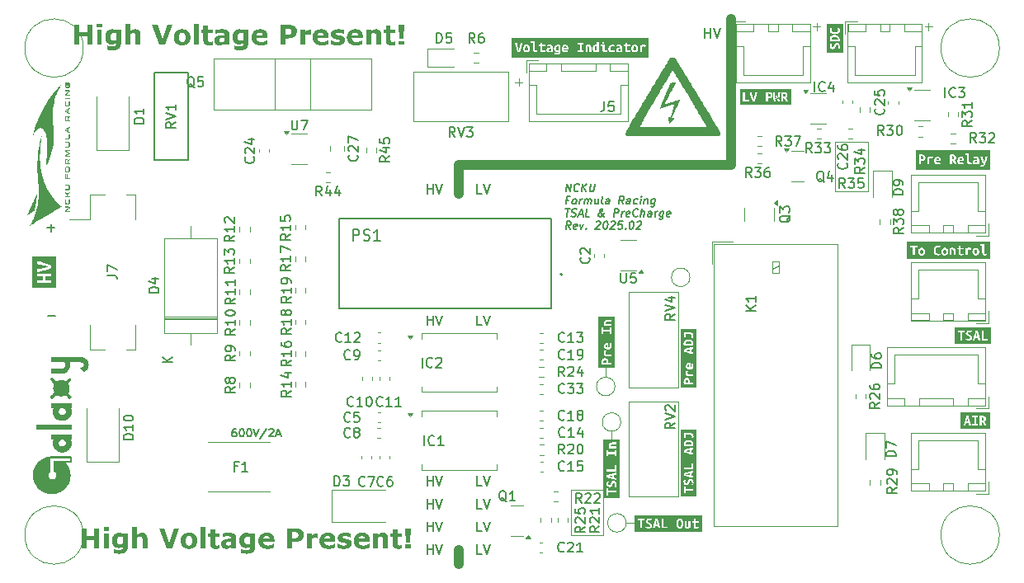
<source format=gbr>
%TF.GenerationSoftware,KiCad,Pcbnew,7.0.11-rc3*%
%TF.CreationDate,2025-03-16T23:31:10+08:00*%
%TF.ProjectId,TSAL,5453414c-2e6b-4696-9361-645f70636258,rev?*%
%TF.SameCoordinates,Original*%
%TF.FileFunction,Legend,Top*%
%TF.FilePolarity,Positive*%
%FSLAX46Y46*%
G04 Gerber Fmt 4.6, Leading zero omitted, Abs format (unit mm)*
G04 Created by KiCad (PCBNEW 7.0.11-rc3) date 2025-03-16 23:31:10*
%MOMM*%
%LPD*%
G01*
G04 APERTURE LIST*
%ADD10C,1.000000*%
%ADD11C,0.100000*%
%ADD12C,0.200000*%
%ADD13C,0.250000*%
%ADD14C,0.150000*%
%ADD15C,0.160000*%
%ADD16C,0.120000*%
%ADD17C,0.127000*%
G04 APERTURE END LIST*
D10*
X107500000Y-84500000D02*
X107500000Y-86000000D01*
D11*
X163000000Y-33000000D02*
G75*
G03*
X157000000Y-33000000I-3000000J0D01*
G01*
X157000000Y-33000000D02*
G75*
G03*
X163000000Y-33000000I3000000J0D01*
G01*
X69000000Y-33000000D02*
G75*
G03*
X63000000Y-33000000I-3000000J0D01*
G01*
X63000000Y-33000000D02*
G75*
G03*
X69000000Y-33000000I3000000J0D01*
G01*
X69000000Y-83000000D02*
G75*
G03*
X63000000Y-83000000I-3000000J0D01*
G01*
X63000000Y-83000000D02*
G75*
G03*
X69000000Y-83000000I3000000J0D01*
G01*
X123200000Y-72350000D02*
X123200000Y-73100000D01*
X163000000Y-83000000D02*
G75*
G03*
X157000000Y-83000000I-3000000J0D01*
G01*
X157000000Y-83000000D02*
G75*
G03*
X163000000Y-83000000I3000000J0D01*
G01*
D10*
X135500000Y-30000000D02*
X135500000Y-45000000D01*
X107500000Y-45000000D02*
X107500000Y-48000000D01*
D11*
X124700000Y-81750000D02*
X125600000Y-81750000D01*
D10*
X135500000Y-45000000D02*
X107500000Y-45000000D01*
D11*
X122600000Y-66800000D02*
X122600000Y-65800000D01*
X146100000Y-42600000D02*
X149500000Y-42600000D01*
X149500000Y-47700000D01*
X146100000Y-47700000D01*
X146100000Y-42600000D01*
X119000000Y-78375000D02*
X122337500Y-78375000D01*
X122337500Y-83000000D01*
X119000000Y-83000000D01*
X119000000Y-78375000D01*
D12*
X104285714Y-84952219D02*
X104285714Y-83952219D01*
X104285714Y-84428409D02*
X104857142Y-84428409D01*
X104857142Y-84952219D02*
X104857142Y-83952219D01*
X105190476Y-83952219D02*
X105523809Y-84952219D01*
X105523809Y-84952219D02*
X105857142Y-83952219D01*
D13*
G36*
X70620935Y-84360000D02*
G01*
X70093370Y-84360000D01*
X70093370Y-83484633D01*
X69314235Y-83484633D01*
X69314235Y-84360000D01*
X68786671Y-84360000D01*
X68786671Y-82327899D01*
X69314235Y-82327899D01*
X69314235Y-83078213D01*
X70093370Y-83078213D01*
X70093370Y-82327899D01*
X70620935Y-82327899D01*
X70620935Y-84360000D01*
G37*
G36*
X71598883Y-84360000D02*
G01*
X71104047Y-84360000D01*
X71104047Y-82828108D01*
X71598883Y-82828108D01*
X71598883Y-84360000D01*
G37*
G36*
X71612561Y-82578004D02*
G01*
X71090369Y-82578004D01*
X71090369Y-82202847D01*
X71612561Y-82202847D01*
X71612561Y-82578004D01*
G37*
G36*
X72671884Y-82765844D02*
G01*
X72694726Y-82766630D01*
X72717165Y-82767939D01*
X72739199Y-82769772D01*
X72760831Y-82772130D01*
X72782058Y-82775010D01*
X72802882Y-82778415D01*
X72823303Y-82782343D01*
X72843320Y-82786796D01*
X72862933Y-82791772D01*
X72875785Y-82795380D01*
X72894856Y-82801077D01*
X72913600Y-82807178D01*
X72938086Y-82815940D01*
X72961991Y-82825420D01*
X72985316Y-82835617D01*
X73008061Y-82846532D01*
X73030226Y-82858164D01*
X73051811Y-82870513D01*
X73062386Y-82876957D01*
X73080460Y-82828108D01*
X73559665Y-82828108D01*
X73559665Y-84174863D01*
X73559422Y-84201343D01*
X73558695Y-84227292D01*
X73557484Y-84252710D01*
X73555787Y-84277598D01*
X73553606Y-84301956D01*
X73550941Y-84325783D01*
X73547790Y-84349079D01*
X73544155Y-84371845D01*
X73540035Y-84394081D01*
X73535431Y-84415786D01*
X73530342Y-84436961D01*
X73524768Y-84457605D01*
X73518710Y-84477719D01*
X73512167Y-84497302D01*
X73505139Y-84516355D01*
X73497627Y-84534877D01*
X73489739Y-84552946D01*
X73477176Y-84579111D01*
X73463738Y-84604151D01*
X73449424Y-84628066D01*
X73434234Y-84650856D01*
X73418169Y-84672522D01*
X73401227Y-84693063D01*
X73383410Y-84712479D01*
X73364717Y-84730770D01*
X73345148Y-84747936D01*
X73324703Y-84763977D01*
X73303417Y-84779319D01*
X73281323Y-84793836D01*
X73258423Y-84807529D01*
X73234715Y-84820397D01*
X73210200Y-84832441D01*
X73184878Y-84843661D01*
X73158749Y-84854057D01*
X73131812Y-84863628D01*
X73104069Y-84872375D01*
X73085125Y-84877749D01*
X73065822Y-84882756D01*
X73056036Y-84885122D01*
X73036275Y-84889676D01*
X73016194Y-84893937D01*
X72995792Y-84897904D01*
X72975069Y-84901577D01*
X72954026Y-84904957D01*
X72932663Y-84908042D01*
X72910978Y-84910834D01*
X72888974Y-84913332D01*
X72866648Y-84915536D01*
X72844003Y-84917446D01*
X72821036Y-84919062D01*
X72797749Y-84920384D01*
X72774141Y-84921413D01*
X72750213Y-84922147D01*
X72725965Y-84922588D01*
X72701395Y-84922735D01*
X72681323Y-84922657D01*
X72661286Y-84922422D01*
X72641283Y-84922031D01*
X72621314Y-84921483D01*
X72601380Y-84920779D01*
X72581480Y-84919919D01*
X72561614Y-84918902D01*
X72541783Y-84917728D01*
X72521985Y-84916398D01*
X72502223Y-84914912D01*
X72482494Y-84913269D01*
X72462800Y-84911469D01*
X72443141Y-84909513D01*
X72423516Y-84907401D01*
X72403925Y-84905132D01*
X72384368Y-84902707D01*
X72355520Y-84898879D01*
X72327410Y-84894905D01*
X72300038Y-84890785D01*
X72273405Y-84886518D01*
X72247511Y-84882106D01*
X72222355Y-84877548D01*
X72197937Y-84872844D01*
X72174258Y-84867994D01*
X72151317Y-84862998D01*
X72129115Y-84857856D01*
X72114724Y-84854347D01*
X72114724Y-84453789D01*
X72175296Y-84453789D01*
X72198514Y-84462490D01*
X72222985Y-84471008D01*
X72242159Y-84477276D01*
X72262037Y-84483441D01*
X72282619Y-84489504D01*
X72303905Y-84495463D01*
X72325896Y-84501319D01*
X72348590Y-84507072D01*
X72371989Y-84512722D01*
X72396092Y-84518269D01*
X72420393Y-84523507D01*
X72444206Y-84528229D01*
X72467528Y-84532437D01*
X72490362Y-84536129D01*
X72512706Y-84539306D01*
X72534560Y-84541968D01*
X72555925Y-84544115D01*
X72576801Y-84545746D01*
X72597187Y-84546862D01*
X72617084Y-84547464D01*
X72630076Y-84547578D01*
X72655358Y-84547368D01*
X72679730Y-84546737D01*
X72703192Y-84545685D01*
X72725743Y-84544212D01*
X72747384Y-84542319D01*
X72768115Y-84540005D01*
X72787936Y-84537270D01*
X72812948Y-84532969D01*
X72836342Y-84527920D01*
X72852826Y-84523642D01*
X72873686Y-84517467D01*
X72893279Y-84510667D01*
X72911604Y-84503240D01*
X72932730Y-84493077D01*
X72951876Y-84481936D01*
X72969042Y-84469817D01*
X72984228Y-84456720D01*
X72999341Y-84440525D01*
X73012805Y-84422716D01*
X73024620Y-84403293D01*
X73034787Y-84382256D01*
X73041999Y-84363492D01*
X73045778Y-84351695D01*
X73051407Y-84331066D01*
X73056082Y-84309172D01*
X73059803Y-84286014D01*
X73062092Y-84266578D01*
X73063771Y-84246333D01*
X73064840Y-84225278D01*
X73065298Y-84203415D01*
X73065317Y-84197822D01*
X73065317Y-84170956D01*
X73048388Y-84184336D01*
X73031125Y-84197185D01*
X73013527Y-84209501D01*
X72995593Y-84221285D01*
X72977325Y-84232536D01*
X72958722Y-84243255D01*
X72939784Y-84253442D01*
X72920512Y-84263096D01*
X72900904Y-84272218D01*
X72880961Y-84280808D01*
X72867480Y-84286238D01*
X72846928Y-84293833D01*
X72825938Y-84300681D01*
X72804510Y-84306782D01*
X72782644Y-84312136D01*
X72760340Y-84316742D01*
X72737598Y-84320602D01*
X72714419Y-84323715D01*
X72690801Y-84326080D01*
X72666746Y-84327699D01*
X72642252Y-84328570D01*
X72625680Y-84328736D01*
X72605553Y-84328546D01*
X72585716Y-84327975D01*
X72566169Y-84327023D01*
X72527945Y-84323978D01*
X72490881Y-84319410D01*
X72454977Y-84313319D01*
X72420234Y-84305706D01*
X72386650Y-84296569D01*
X72354227Y-84285910D01*
X72322964Y-84273729D01*
X72292861Y-84260025D01*
X72263918Y-84244797D01*
X72236135Y-84228048D01*
X72209513Y-84209775D01*
X72184051Y-84189980D01*
X72159749Y-84168662D01*
X72136607Y-84145822D01*
X72125471Y-84133831D01*
X72104176Y-84108614D01*
X72084255Y-84081815D01*
X72065707Y-84053431D01*
X72048534Y-84023463D01*
X72032735Y-83991912D01*
X72018309Y-83958777D01*
X72005257Y-83924058D01*
X71993579Y-83887756D01*
X71983275Y-83849870D01*
X71978639Y-83830333D01*
X71974345Y-83810400D01*
X71970395Y-83790071D01*
X71966789Y-83769346D01*
X71963526Y-83748225D01*
X71960607Y-83726708D01*
X71958031Y-83704796D01*
X71955798Y-83682487D01*
X71953909Y-83659782D01*
X71952363Y-83636682D01*
X71951161Y-83613185D01*
X71950303Y-83589293D01*
X71949787Y-83565005D01*
X71949751Y-83559860D01*
X72459595Y-83559860D01*
X72459919Y-83586818D01*
X72460892Y-83612739D01*
X72462514Y-83637621D01*
X72464785Y-83661465D01*
X72467704Y-83684271D01*
X72471273Y-83706039D01*
X72475490Y-83726769D01*
X72480355Y-83746461D01*
X72488871Y-83774053D01*
X72498845Y-83799310D01*
X72510280Y-83822230D01*
X72523174Y-83842815D01*
X72537528Y-83861065D01*
X72542637Y-83866629D01*
X72558916Y-83882168D01*
X72576612Y-83896179D01*
X72595724Y-83908661D01*
X72616254Y-83919614D01*
X72638200Y-83929040D01*
X72661563Y-83936937D01*
X72686342Y-83943305D01*
X72712539Y-83948145D01*
X72740152Y-83951457D01*
X72769182Y-83953240D01*
X72789323Y-83953579D01*
X72812454Y-83953019D01*
X72835443Y-83951337D01*
X72858288Y-83948535D01*
X72880990Y-83944611D01*
X72903549Y-83939566D01*
X72925965Y-83933401D01*
X72934891Y-83930621D01*
X72956880Y-83923076D01*
X72978273Y-83914792D01*
X72999070Y-83905769D01*
X73019270Y-83896007D01*
X73038873Y-83885505D01*
X73057881Y-83874263D01*
X73065317Y-83869560D01*
X73065317Y-83178841D01*
X73045789Y-83171498D01*
X73024391Y-83164856D01*
X73004562Y-83159721D01*
X72983358Y-83155102D01*
X72960781Y-83150997D01*
X72938130Y-83147511D01*
X72916337Y-83144746D01*
X72895402Y-83142703D01*
X72875327Y-83141380D01*
X72852990Y-83140749D01*
X72849895Y-83140739D01*
X72825852Y-83141172D01*
X72802573Y-83142472D01*
X72780057Y-83144638D01*
X72758304Y-83147670D01*
X72737314Y-83151568D01*
X72717088Y-83156333D01*
X72697625Y-83161964D01*
X72678925Y-83168461D01*
X72652306Y-83179831D01*
X72627405Y-83193150D01*
X72604221Y-83208419D01*
X72582754Y-83225636D01*
X72563005Y-83244803D01*
X72556803Y-83251625D01*
X72539431Y-83273094D01*
X72523768Y-83296099D01*
X72509813Y-83320641D01*
X72497567Y-83346720D01*
X72490352Y-83364960D01*
X72483897Y-83383883D01*
X72478201Y-83403489D01*
X72473265Y-83423779D01*
X72469088Y-83444751D01*
X72465670Y-83466407D01*
X72463012Y-83488745D01*
X72461114Y-83511767D01*
X72459975Y-83535472D01*
X72459595Y-83559860D01*
X71949751Y-83559860D01*
X71949616Y-83540321D01*
X71949824Y-83516650D01*
X71950448Y-83493388D01*
X71951488Y-83470534D01*
X71952944Y-83448088D01*
X71954815Y-83426051D01*
X71957103Y-83404422D01*
X71959807Y-83383202D01*
X71962927Y-83362390D01*
X71966463Y-83341986D01*
X71970415Y-83321990D01*
X71974782Y-83302403D01*
X71979566Y-83283224D01*
X71987522Y-83255222D01*
X71996413Y-83228138D01*
X72002861Y-83210593D01*
X72013322Y-83184894D01*
X72024556Y-83159823D01*
X72036563Y-83135378D01*
X72049343Y-83111560D01*
X72062896Y-83088369D01*
X72077221Y-83065804D01*
X72092319Y-83043867D01*
X72108190Y-83022556D01*
X72124834Y-83001872D01*
X72142251Y-82981815D01*
X72154291Y-82968792D01*
X72171692Y-82951127D01*
X72189823Y-82934217D01*
X72208683Y-82918062D01*
X72228274Y-82902663D01*
X72248594Y-82888020D01*
X72269644Y-82874133D01*
X72291425Y-82861001D01*
X72313934Y-82848625D01*
X72337174Y-82837004D01*
X72361144Y-82826139D01*
X72377529Y-82819316D01*
X72402406Y-82809713D01*
X72427395Y-82801055D01*
X72452495Y-82793341D01*
X72477707Y-82786572D01*
X72503030Y-82780747D01*
X72528466Y-82775867D01*
X72554012Y-82771932D01*
X72579671Y-82768941D01*
X72605441Y-82766894D01*
X72631322Y-82765792D01*
X72648639Y-82765582D01*
X72671884Y-82765844D01*
G37*
G36*
X75567341Y-84360000D02*
G01*
X75070062Y-84360000D01*
X75070062Y-83593077D01*
X75069910Y-83569759D01*
X75069452Y-83546457D01*
X75068688Y-83523170D01*
X75067620Y-83499898D01*
X75066246Y-83476642D01*
X75064567Y-83453401D01*
X75062582Y-83430175D01*
X75060293Y-83406964D01*
X75057751Y-83384410D01*
X75054767Y-83363397D01*
X75051340Y-83343926D01*
X75046433Y-83321756D01*
X75040835Y-83301995D01*
X75033205Y-83281461D01*
X75027564Y-83269699D01*
X75016396Y-83251610D01*
X75003407Y-83235444D01*
X74988598Y-83221202D01*
X74971968Y-83208883D01*
X74953518Y-83198487D01*
X74946964Y-83195450D01*
X74925703Y-83187481D01*
X74905730Y-83182100D01*
X74883705Y-83177864D01*
X74859629Y-83174773D01*
X74838891Y-83173124D01*
X74816841Y-83172208D01*
X74799441Y-83172002D01*
X74778328Y-83172539D01*
X74757119Y-83174149D01*
X74735814Y-83176832D01*
X74714414Y-83180589D01*
X74692919Y-83185419D01*
X74671328Y-83191322D01*
X74662665Y-83193984D01*
X74640703Y-83201497D01*
X74618167Y-83210299D01*
X74599727Y-83218267D01*
X74580920Y-83227060D01*
X74561747Y-83236677D01*
X74542208Y-83247118D01*
X74522302Y-83258384D01*
X74512212Y-83264326D01*
X74512212Y-84360000D01*
X74017376Y-84360000D01*
X74017376Y-82202847D01*
X74512212Y-82202847D01*
X74512212Y-82979539D01*
X74528658Y-82966783D01*
X74545024Y-82954405D01*
X74561310Y-82942404D01*
X74577516Y-82930782D01*
X74593642Y-82919537D01*
X74617680Y-82903379D01*
X74641538Y-82888070D01*
X74665216Y-82873611D01*
X74688713Y-82860003D01*
X74712030Y-82847245D01*
X74735167Y-82835336D01*
X74758124Y-82824278D01*
X74765736Y-82820781D01*
X74788778Y-82810916D01*
X74812293Y-82802022D01*
X74836279Y-82794098D01*
X74860739Y-82787144D01*
X74885670Y-82781161D01*
X74911074Y-82776148D01*
X74936950Y-82772105D01*
X74963298Y-82769032D01*
X74990118Y-82766930D01*
X75017411Y-82765798D01*
X75035868Y-82765582D01*
X75066645Y-82766155D01*
X75096570Y-82767872D01*
X75125645Y-82770734D01*
X75153868Y-82774741D01*
X75181241Y-82779893D01*
X75207762Y-82786190D01*
X75233432Y-82793632D01*
X75258251Y-82802219D01*
X75282220Y-82811950D01*
X75305337Y-82822827D01*
X75327603Y-82834848D01*
X75349018Y-82848014D01*
X75369582Y-82862325D01*
X75389295Y-82877781D01*
X75408157Y-82894382D01*
X75426168Y-82912128D01*
X75443264Y-82931011D01*
X75459256Y-82951024D01*
X75474145Y-82972166D01*
X75487931Y-82994438D01*
X75500615Y-83017839D01*
X75512195Y-83042370D01*
X75522673Y-83068031D01*
X75532048Y-83094822D01*
X75540320Y-83122742D01*
X75547488Y-83151791D01*
X75553554Y-83181970D01*
X75558518Y-83213279D01*
X75562378Y-83245718D01*
X75565135Y-83279286D01*
X75566789Y-83313984D01*
X75567341Y-83349811D01*
X75567341Y-84360000D01*
G37*
G36*
X78848011Y-82327899D02*
G01*
X78102093Y-84360000D01*
X77511514Y-84360000D01*
X76765596Y-82327899D01*
X77319050Y-82327899D01*
X77813886Y-83755254D01*
X78308234Y-82327899D01*
X78848011Y-82327899D01*
G37*
G36*
X79860798Y-82765799D02*
G01*
X79885509Y-82766450D01*
X79909860Y-82767536D01*
X79933853Y-82769055D01*
X79957488Y-82771008D01*
X79980763Y-82773396D01*
X80003680Y-82776218D01*
X80026238Y-82779474D01*
X80048438Y-82783163D01*
X80070278Y-82787287D01*
X80091760Y-82791845D01*
X80112883Y-82796838D01*
X80133648Y-82802264D01*
X80154054Y-82808124D01*
X80174101Y-82814419D01*
X80193789Y-82821147D01*
X80213118Y-82828310D01*
X80232089Y-82835907D01*
X80250701Y-82843938D01*
X80268955Y-82852403D01*
X80286849Y-82861302D01*
X80304385Y-82870635D01*
X80321562Y-82880403D01*
X80338381Y-82890604D01*
X80354840Y-82901240D01*
X80386683Y-82923813D01*
X80417092Y-82948123D01*
X80446065Y-82974169D01*
X80460013Y-82987843D01*
X80473598Y-83001893D01*
X80499472Y-83030943D01*
X80523622Y-83061259D01*
X80546046Y-83092843D01*
X80566746Y-83125693D01*
X80585720Y-83159811D01*
X80594561Y-83177345D01*
X80602970Y-83195196D01*
X80610948Y-83213363D01*
X80618495Y-83231848D01*
X80625610Y-83250648D01*
X80632294Y-83269766D01*
X80638547Y-83289201D01*
X80644369Y-83308952D01*
X80649760Y-83329020D01*
X80654719Y-83349405D01*
X80659247Y-83370106D01*
X80663344Y-83391124D01*
X80667009Y-83412459D01*
X80670244Y-83434111D01*
X80673047Y-83456080D01*
X80675419Y-83478365D01*
X80677359Y-83500967D01*
X80678868Y-83523886D01*
X80679947Y-83547121D01*
X80680593Y-83570673D01*
X80680809Y-83594542D01*
X80680592Y-83618441D01*
X80679943Y-83642021D01*
X80678860Y-83665282D01*
X80677344Y-83688225D01*
X80675395Y-83710849D01*
X80673012Y-83733154D01*
X80670197Y-83755141D01*
X80666948Y-83776809D01*
X80663266Y-83798158D01*
X80659152Y-83819189D01*
X80654603Y-83839901D01*
X80649622Y-83860294D01*
X80644208Y-83880369D01*
X80638360Y-83900125D01*
X80632080Y-83919562D01*
X80625366Y-83938681D01*
X80618219Y-83957481D01*
X80610639Y-83975962D01*
X80602626Y-83994125D01*
X80594179Y-84011969D01*
X80585300Y-84029494D01*
X80575987Y-84046701D01*
X80556062Y-84080158D01*
X80534405Y-84112341D01*
X80511014Y-84143249D01*
X80485892Y-84172883D01*
X80459037Y-84201242D01*
X80445000Y-84214856D01*
X80415874Y-84240788D01*
X80385344Y-84264990D01*
X80353409Y-84287465D01*
X80336915Y-84298053D01*
X80320070Y-84308210D01*
X80302874Y-84317934D01*
X80285326Y-84327227D01*
X80267428Y-84336087D01*
X80249178Y-84344514D01*
X80230578Y-84352510D01*
X80211626Y-84360073D01*
X80192323Y-84367205D01*
X80172669Y-84373904D01*
X80152664Y-84380171D01*
X80132308Y-84386005D01*
X80111601Y-84391408D01*
X80090543Y-84396378D01*
X80069133Y-84400916D01*
X80047373Y-84405022D01*
X80025261Y-84408695D01*
X80002799Y-84411937D01*
X79979985Y-84414746D01*
X79956820Y-84417123D01*
X79933304Y-84419068D01*
X79909437Y-84420581D01*
X79885218Y-84421661D01*
X79860649Y-84422310D01*
X79835729Y-84422526D01*
X79810838Y-84422310D01*
X79786298Y-84421661D01*
X79762108Y-84420581D01*
X79738268Y-84419068D01*
X79714778Y-84417123D01*
X79691639Y-84414746D01*
X79668849Y-84411937D01*
X79646410Y-84408695D01*
X79624321Y-84405022D01*
X79602582Y-84400916D01*
X79581193Y-84396378D01*
X79560154Y-84391408D01*
X79539466Y-84386005D01*
X79519127Y-84380171D01*
X79499139Y-84373904D01*
X79479501Y-84367205D01*
X79460213Y-84360073D01*
X79441275Y-84352510D01*
X79422687Y-84344514D01*
X79404449Y-84336087D01*
X79386562Y-84327227D01*
X79369025Y-84317934D01*
X79351837Y-84308210D01*
X79335000Y-84298053D01*
X79318514Y-84287465D01*
X79302377Y-84276444D01*
X79271154Y-84253105D01*
X79241331Y-84228038D01*
X79212910Y-84201242D01*
X79199265Y-84187222D01*
X79173276Y-84158225D01*
X79149020Y-84127954D01*
X79126496Y-84096409D01*
X79105705Y-84063589D01*
X79086646Y-84029494D01*
X79077767Y-84011969D01*
X79069320Y-83994125D01*
X79061307Y-83975962D01*
X79053727Y-83957481D01*
X79046580Y-83938681D01*
X79039866Y-83919562D01*
X79033586Y-83900125D01*
X79027738Y-83880369D01*
X79022324Y-83860294D01*
X79017343Y-83839901D01*
X79012794Y-83819189D01*
X79008680Y-83798158D01*
X79004998Y-83776809D01*
X79001749Y-83755141D01*
X78998934Y-83733154D01*
X78996551Y-83710849D01*
X78994602Y-83688225D01*
X78993086Y-83665282D01*
X78992003Y-83642021D01*
X78991354Y-83618441D01*
X78991164Y-83597473D01*
X79503559Y-83597473D01*
X79503765Y-83621353D01*
X79504383Y-83644631D01*
X79505413Y-83667309D01*
X79506856Y-83689385D01*
X79508711Y-83710860D01*
X79510977Y-83731734D01*
X79513656Y-83752007D01*
X79516748Y-83771680D01*
X79521510Y-83796974D01*
X79527006Y-83821200D01*
X79533203Y-83844311D01*
X79540073Y-83866263D01*
X79547614Y-83887054D01*
X79555826Y-83906685D01*
X79564711Y-83925156D01*
X79574267Y-83942466D01*
X79587156Y-83962473D01*
X79595394Y-83973607D01*
X79609550Y-83989989D01*
X79624541Y-84004939D01*
X79640366Y-84018458D01*
X79657027Y-84030546D01*
X79674522Y-84041203D01*
X79692852Y-84050429D01*
X79700418Y-84053719D01*
X79720058Y-84060896D01*
X79740508Y-84066857D01*
X79761770Y-84071601D01*
X79783842Y-84075128D01*
X79806726Y-84077440D01*
X79830420Y-84078534D01*
X79840125Y-84078632D01*
X79861036Y-84078071D01*
X79881637Y-84076390D01*
X79901928Y-84073587D01*
X79921908Y-84069663D01*
X79941579Y-84064619D01*
X79960939Y-84058453D01*
X79968597Y-84055673D01*
X79987225Y-84047582D01*
X80004947Y-84037965D01*
X80021763Y-84026822D01*
X80037672Y-84014152D01*
X80052675Y-83999955D01*
X80066771Y-83984232D01*
X80072156Y-83977515D01*
X80086672Y-83958131D01*
X80097426Y-83941747D01*
X80107417Y-83924586D01*
X80116645Y-83906645D01*
X80125110Y-83887926D01*
X80132811Y-83868429D01*
X80139749Y-83848153D01*
X80144452Y-83832435D01*
X80150062Y-83810171D01*
X80154924Y-83785876D01*
X80158079Y-83766323D01*
X80160814Y-83745628D01*
X80163128Y-83723790D01*
X80165022Y-83700811D01*
X80166494Y-83676690D01*
X80167546Y-83651426D01*
X80168177Y-83625021D01*
X80168388Y-83597473D01*
X80168169Y-83571856D01*
X80167512Y-83547030D01*
X80166417Y-83522993D01*
X80164884Y-83499746D01*
X80162914Y-83477289D01*
X80160505Y-83455622D01*
X80157659Y-83434745D01*
X80154374Y-83414658D01*
X80150652Y-83395360D01*
X80145007Y-83370860D01*
X80143475Y-83364954D01*
X80137063Y-83341980D01*
X80130041Y-83320197D01*
X80122409Y-83299604D01*
X80114166Y-83280202D01*
X80105312Y-83261991D01*
X80093386Y-83240901D01*
X80080506Y-83221671D01*
X80075087Y-83214501D01*
X80060907Y-83197451D01*
X80045844Y-83182024D01*
X80029899Y-83168218D01*
X80013072Y-83156035D01*
X79995362Y-83145473D01*
X79976769Y-83136534D01*
X79969085Y-83133412D01*
X79949601Y-83126516D01*
X79929615Y-83120790D01*
X79909129Y-83116231D01*
X79888142Y-83112842D01*
X79866654Y-83110621D01*
X79844665Y-83109570D01*
X79835729Y-83109476D01*
X79813823Y-83109953D01*
X79792681Y-83111384D01*
X79772302Y-83113769D01*
X79752686Y-83117109D01*
X79730155Y-83122375D01*
X79708723Y-83129016D01*
X79688160Y-83137734D01*
X79667873Y-83149234D01*
X79651177Y-83160943D01*
X79634671Y-83174584D01*
X79618356Y-83190157D01*
X79602233Y-83207662D01*
X79588630Y-83225749D01*
X79575910Y-83245815D01*
X79566369Y-83263294D01*
X79557393Y-83282039D01*
X79548982Y-83302052D01*
X79541136Y-83323332D01*
X79533854Y-83345878D01*
X79530425Y-83357627D01*
X79524128Y-83382211D01*
X79519957Y-83401662D01*
X79516257Y-83421979D01*
X79513030Y-83443164D01*
X79510275Y-83465216D01*
X79507993Y-83488135D01*
X79506182Y-83511922D01*
X79504844Y-83536575D01*
X79503978Y-83562096D01*
X79503585Y-83588485D01*
X79503559Y-83597473D01*
X78991164Y-83597473D01*
X78991137Y-83594542D01*
X78991355Y-83570495D01*
X78992009Y-83546772D01*
X78993099Y-83523375D01*
X78994625Y-83500303D01*
X78996587Y-83477556D01*
X78998985Y-83455135D01*
X79001819Y-83433039D01*
X79005089Y-83411269D01*
X79008795Y-83389824D01*
X79012938Y-83368704D01*
X79017516Y-83347909D01*
X79022530Y-83327440D01*
X79027980Y-83307296D01*
X79033866Y-83287478D01*
X79040188Y-83267984D01*
X79046947Y-83248817D01*
X79054141Y-83229974D01*
X79061771Y-83211457D01*
X79069837Y-83193265D01*
X79078339Y-83175399D01*
X79087278Y-83157858D01*
X79096652Y-83140642D01*
X79116708Y-83107186D01*
X79138509Y-83075032D01*
X79162054Y-83044179D01*
X79187342Y-83014628D01*
X79214375Y-82986378D01*
X79228498Y-82972794D01*
X79242963Y-82959641D01*
X79272917Y-82934629D01*
X79304237Y-82911342D01*
X79320410Y-82900345D01*
X79336924Y-82889780D01*
X79353779Y-82879646D01*
X79370977Y-82869943D01*
X79388515Y-82860671D01*
X79406396Y-82851830D01*
X79424618Y-82843421D01*
X79443181Y-82835443D01*
X79462086Y-82827897D01*
X79481332Y-82820781D01*
X79500920Y-82814097D01*
X79520850Y-82807844D01*
X79541121Y-82802022D01*
X79561734Y-82796632D01*
X79582688Y-82791672D01*
X79603984Y-82787144D01*
X79625622Y-82783047D01*
X79647601Y-82779382D01*
X79669921Y-82776148D01*
X79692583Y-82773345D01*
X79715587Y-82770973D01*
X79738932Y-82769032D01*
X79762619Y-82767523D01*
X79786647Y-82766445D01*
X79811017Y-82765798D01*
X79835729Y-82765582D01*
X79860798Y-82765799D01*
G37*
G36*
X81519050Y-84360000D02*
G01*
X81024214Y-84360000D01*
X81024214Y-82202847D01*
X81519050Y-82202847D01*
X81519050Y-84360000D01*
G37*
G36*
X82966434Y-84376120D02*
G01*
X82946375Y-84381348D01*
X82926011Y-84386286D01*
X82905342Y-84390934D01*
X82884368Y-84395293D01*
X82863088Y-84399361D01*
X82841503Y-84403139D01*
X82819613Y-84406627D01*
X82797418Y-84409825D01*
X82774451Y-84412802D01*
X82750248Y-84415382D01*
X82724809Y-84417564D01*
X82704918Y-84418941D01*
X82684331Y-84420095D01*
X82663049Y-84421025D01*
X82641072Y-84421732D01*
X82618399Y-84422216D01*
X82595030Y-84422476D01*
X82579064Y-84422526D01*
X82543554Y-84422066D01*
X82509196Y-84420686D01*
X82475990Y-84418387D01*
X82443937Y-84415168D01*
X82413037Y-84411029D01*
X82383289Y-84405971D01*
X82354693Y-84399992D01*
X82327250Y-84393094D01*
X82300960Y-84385277D01*
X82275822Y-84376539D01*
X82251836Y-84366882D01*
X82229003Y-84356305D01*
X82207323Y-84344809D01*
X82186795Y-84332392D01*
X82167420Y-84319056D01*
X82149197Y-84304801D01*
X82132161Y-84289369D01*
X82116224Y-84272629D01*
X82101386Y-84254580D01*
X82087648Y-84235222D01*
X82075008Y-84214555D01*
X82063468Y-84192579D01*
X82053026Y-84169294D01*
X82043684Y-84144699D01*
X82035441Y-84118796D01*
X82028297Y-84091584D01*
X82022252Y-84063063D01*
X82017306Y-84033233D01*
X82013459Y-84002094D01*
X82010711Y-83969646D01*
X82009063Y-83935889D01*
X82008513Y-83900823D01*
X82008513Y-83172002D01*
X81805303Y-83172002D01*
X81805303Y-82828108D01*
X82008513Y-82828108D01*
X82008513Y-82390425D01*
X82503349Y-82390425D01*
X82503349Y-82828108D01*
X82966434Y-82828108D01*
X82966434Y-83172002D01*
X82503349Y-83172002D01*
X82503349Y-83722037D01*
X82503372Y-83742111D01*
X82503465Y-83766301D01*
X82503630Y-83789490D01*
X82503866Y-83811677D01*
X82504173Y-83832862D01*
X82504553Y-83853046D01*
X82504815Y-83864675D01*
X82506034Y-83886960D01*
X82508593Y-83908387D01*
X82512491Y-83928955D01*
X82517729Y-83948664D01*
X82524306Y-83967515D01*
X82526796Y-83973607D01*
X82536557Y-83993806D01*
X82549169Y-84012089D01*
X82564634Y-84028455D01*
X82580158Y-84040957D01*
X82594696Y-84050300D01*
X82614577Y-84059928D01*
X82633532Y-84066430D01*
X82654658Y-84071549D01*
X82677954Y-84075284D01*
X82698153Y-84077276D01*
X82719742Y-84078383D01*
X82736845Y-84078632D01*
X82757636Y-84077258D01*
X82778283Y-84073802D01*
X82797803Y-84069165D01*
X82819007Y-84062983D01*
X82837962Y-84056650D01*
X82856583Y-84049864D01*
X82876504Y-84041941D01*
X82896403Y-84033002D01*
X82914736Y-84023187D01*
X82925401Y-84016106D01*
X82966434Y-84016106D01*
X82966434Y-84376120D01*
G37*
G36*
X83907975Y-82765710D02*
G01*
X83933637Y-82766092D01*
X83958842Y-82766729D01*
X83983591Y-82767620D01*
X84007882Y-82768766D01*
X84031716Y-82770167D01*
X84055093Y-82771823D01*
X84078013Y-82773734D01*
X84100477Y-82775899D01*
X84122483Y-82778319D01*
X84144032Y-82780994D01*
X84165124Y-82783923D01*
X84185759Y-82787108D01*
X84205937Y-82790546D01*
X84225659Y-82794240D01*
X84244923Y-82798189D01*
X84282080Y-82806850D01*
X84317409Y-82816530D01*
X84350911Y-82827229D01*
X84382584Y-82838947D01*
X84412429Y-82851684D01*
X84440447Y-82865439D01*
X84466636Y-82880214D01*
X84490997Y-82896008D01*
X84513712Y-82912891D01*
X84534961Y-82930935D01*
X84554745Y-82950138D01*
X84573063Y-82970502D01*
X84589916Y-82992026D01*
X84605303Y-83014710D01*
X84619225Y-83038554D01*
X84631681Y-83063558D01*
X84642672Y-83089723D01*
X84652198Y-83117048D01*
X84660258Y-83145532D01*
X84666852Y-83175177D01*
X84671981Y-83205983D01*
X84675645Y-83237948D01*
X84677843Y-83271073D01*
X84678576Y-83305359D01*
X84678576Y-84360000D01*
X84188136Y-84360000D01*
X84188136Y-84196357D01*
X84172446Y-84208161D01*
X84155415Y-84220857D01*
X84137046Y-84234447D01*
X84120714Y-84246454D01*
X84103453Y-84259081D01*
X84088974Y-84269630D01*
X84070811Y-84282469D01*
X84052957Y-84294426D01*
X84035414Y-84305500D01*
X84018181Y-84315692D01*
X83997911Y-84326758D01*
X83978087Y-84336552D01*
X83959800Y-84345856D01*
X83941329Y-84354718D01*
X83922675Y-84363136D01*
X83903838Y-84371113D01*
X83884817Y-84378646D01*
X83865614Y-84385737D01*
X83846227Y-84392385D01*
X83826657Y-84398590D01*
X83806881Y-84404200D01*
X83786632Y-84409062D01*
X83765909Y-84413176D01*
X83744713Y-84416542D01*
X83723045Y-84419160D01*
X83700902Y-84421030D01*
X83678287Y-84422152D01*
X83655198Y-84422526D01*
X83628000Y-84421991D01*
X83601358Y-84420389D01*
X83575274Y-84417717D01*
X83549747Y-84413977D01*
X83524777Y-84409169D01*
X83500364Y-84403292D01*
X83476508Y-84396346D01*
X83453210Y-84388332D01*
X83430468Y-84379249D01*
X83408284Y-84369098D01*
X83386657Y-84357878D01*
X83365587Y-84345589D01*
X83345075Y-84332232D01*
X83325119Y-84317807D01*
X83305721Y-84302312D01*
X83286880Y-84285750D01*
X83268898Y-84268296D01*
X83252076Y-84250251D01*
X83236414Y-84231614D01*
X83221912Y-84212385D01*
X83208570Y-84192565D01*
X83196388Y-84172154D01*
X83185367Y-84151151D01*
X83175505Y-84129556D01*
X83166804Y-84107370D01*
X83159263Y-84084593D01*
X83152882Y-84061224D01*
X83147662Y-84037263D01*
X83143601Y-84012711D01*
X83140701Y-83987567D01*
X83138961Y-83961832D01*
X83138381Y-83935505D01*
X83138674Y-83914439D01*
X83139556Y-83893862D01*
X83140119Y-83886168D01*
X83641032Y-83886168D01*
X83641430Y-83906675D01*
X83642857Y-83927993D01*
X83645703Y-83949275D01*
X83649337Y-83965792D01*
X83656912Y-83984739D01*
X83667808Y-84001303D01*
X83682569Y-84017403D01*
X83690369Y-84024410D01*
X83707008Y-84037416D01*
X83725174Y-84048590D01*
X83744866Y-84057932D01*
X83763349Y-84064604D01*
X83766085Y-84065443D01*
X83787680Y-84070582D01*
X83809948Y-84073982D01*
X83831154Y-84076107D01*
X83854770Y-84077588D01*
X83875397Y-84078310D01*
X83897566Y-84078619D01*
X83903349Y-84078632D01*
X83926600Y-84077880D01*
X83949946Y-84075626D01*
X83973388Y-84071870D01*
X83996925Y-84066610D01*
X84015823Y-84061321D01*
X84034782Y-84055070D01*
X84053803Y-84047857D01*
X84072678Y-84039866D01*
X84090958Y-84031279D01*
X84108643Y-84022097D01*
X84125732Y-84012320D01*
X84146257Y-83999261D01*
X84165851Y-83985272D01*
X84184515Y-83970352D01*
X84188136Y-83967257D01*
X84188136Y-83640949D01*
X84162834Y-83643124D01*
X84136998Y-83645498D01*
X84117270Y-83647408D01*
X84097242Y-83649430D01*
X84076913Y-83651564D01*
X84056283Y-83653809D01*
X84035353Y-83656167D01*
X84014123Y-83658635D01*
X83992592Y-83661215D01*
X83970760Y-83663907D01*
X83949364Y-83666698D01*
X83928955Y-83669575D01*
X83909533Y-83672537D01*
X83885174Y-83676620D01*
X83862570Y-83680857D01*
X83841721Y-83685245D01*
X83822628Y-83689787D01*
X83801231Y-83695678D01*
X83793440Y-83698101D01*
X83771095Y-83706106D01*
X83750468Y-83715160D01*
X83731559Y-83725264D01*
X83714366Y-83736417D01*
X83698891Y-83748620D01*
X83682588Y-83764648D01*
X83680111Y-83767466D01*
X83666830Y-83785332D01*
X83656298Y-83805225D01*
X83648512Y-83827144D01*
X83644124Y-83846957D01*
X83641643Y-83868178D01*
X83641032Y-83886168D01*
X83140119Y-83886168D01*
X83141025Y-83873773D01*
X83143082Y-83854173D01*
X83147270Y-83825688D01*
X83152779Y-83798302D01*
X83159612Y-83772015D01*
X83167766Y-83746828D01*
X83177243Y-83722739D01*
X83188042Y-83699750D01*
X83200164Y-83677860D01*
X83213607Y-83657069D01*
X83228358Y-83637231D01*
X83244216Y-83618200D01*
X83261182Y-83599976D01*
X83279255Y-83582559D01*
X83298436Y-83565950D01*
X83318725Y-83550147D01*
X83340122Y-83535152D01*
X83362626Y-83520964D01*
X83386238Y-83507583D01*
X83410957Y-83495010D01*
X83428053Y-83487076D01*
X83454457Y-83475674D01*
X83472698Y-83468431D01*
X83491452Y-83461473D01*
X83510716Y-83454803D01*
X83530492Y-83448418D01*
X83550780Y-83442319D01*
X83571579Y-83436507D01*
X83592889Y-83430981D01*
X83614710Y-83425742D01*
X83637043Y-83420788D01*
X83659888Y-83416121D01*
X83683243Y-83411740D01*
X83707111Y-83407645D01*
X83731489Y-83403836D01*
X83756379Y-83400314D01*
X83769016Y-83398660D01*
X83794476Y-83395416D01*
X83820055Y-83392279D01*
X83845752Y-83389249D01*
X83871567Y-83386325D01*
X83897501Y-83383509D01*
X83923553Y-83380799D01*
X83949723Y-83378197D01*
X83976011Y-83375701D01*
X84002418Y-83373312D01*
X84028943Y-83371030D01*
X84055587Y-83368854D01*
X84082349Y-83366786D01*
X84109229Y-83364824D01*
X84136227Y-83362970D01*
X84163344Y-83361222D01*
X84190579Y-83359581D01*
X84190579Y-83350788D01*
X84189660Y-83325885D01*
X84186904Y-83302468D01*
X84182310Y-83280536D01*
X84175878Y-83260090D01*
X84167609Y-83241129D01*
X84157503Y-83223654D01*
X84145559Y-83207664D01*
X84131777Y-83193160D01*
X84116158Y-83180141D01*
X84098701Y-83168608D01*
X84086043Y-83161744D01*
X84065662Y-83152403D01*
X84043539Y-83143981D01*
X84019672Y-83136478D01*
X83994062Y-83129893D01*
X83966710Y-83124228D01*
X83937614Y-83119481D01*
X83917248Y-83116826D01*
X83896108Y-83114580D01*
X83874193Y-83112743D01*
X83851503Y-83111314D01*
X83828038Y-83110293D01*
X83803799Y-83109680D01*
X83778785Y-83109476D01*
X83755654Y-83109910D01*
X83732240Y-83111211D01*
X83708542Y-83113379D01*
X83684561Y-83116414D01*
X83660297Y-83120317D01*
X83635749Y-83125087D01*
X83610917Y-83130724D01*
X83585803Y-83137228D01*
X83560405Y-83144600D01*
X83534724Y-83152839D01*
X83517445Y-83158813D01*
X83492125Y-83167862D01*
X83468187Y-83176507D01*
X83445631Y-83184749D01*
X83424458Y-83192587D01*
X83404667Y-83200022D01*
X83386258Y-83207053D01*
X83363864Y-83215800D01*
X83343928Y-83223829D01*
X83322464Y-83232857D01*
X83318632Y-83234528D01*
X83273203Y-83234528D01*
X83273203Y-82845694D01*
X83294276Y-82840198D01*
X83318418Y-82834459D01*
X83338538Y-82829994D01*
X83360384Y-82825391D01*
X83383956Y-82820651D01*
X83409254Y-82815774D01*
X83436277Y-82810759D01*
X83465027Y-82805607D01*
X83485152Y-82802096D01*
X83506044Y-82798524D01*
X83527704Y-82794891D01*
X83549810Y-82791342D01*
X83571919Y-82788022D01*
X83594033Y-82784931D01*
X83616150Y-82782069D01*
X83638271Y-82779435D01*
X83660396Y-82777031D01*
X83682525Y-82774856D01*
X83704658Y-82772909D01*
X83726794Y-82771192D01*
X83748934Y-82769704D01*
X83771078Y-82768444D01*
X83793226Y-82767414D01*
X83815378Y-82766613D01*
X83837533Y-82766040D01*
X83859693Y-82765697D01*
X83881856Y-82765582D01*
X83907975Y-82765710D01*
G37*
G36*
X85735946Y-82765844D02*
G01*
X85758788Y-82766630D01*
X85781226Y-82767939D01*
X85803261Y-82769772D01*
X85824892Y-82772130D01*
X85846120Y-82775010D01*
X85866944Y-82778415D01*
X85887364Y-82782343D01*
X85907381Y-82786796D01*
X85926995Y-82791772D01*
X85939846Y-82795380D01*
X85958917Y-82801077D01*
X85977662Y-82807178D01*
X86002147Y-82815940D01*
X86026052Y-82825420D01*
X86049377Y-82835617D01*
X86072123Y-82846532D01*
X86094288Y-82858164D01*
X86115873Y-82870513D01*
X86126448Y-82876957D01*
X86144522Y-82828108D01*
X86623726Y-82828108D01*
X86623726Y-84174863D01*
X86623484Y-84201343D01*
X86622757Y-84227292D01*
X86621545Y-84252710D01*
X86619849Y-84277598D01*
X86617668Y-84301956D01*
X86615002Y-84325783D01*
X86611852Y-84349079D01*
X86608217Y-84371845D01*
X86604097Y-84394081D01*
X86599493Y-84415786D01*
X86594403Y-84436961D01*
X86588830Y-84457605D01*
X86582771Y-84477719D01*
X86576228Y-84497302D01*
X86569201Y-84516355D01*
X86561688Y-84534877D01*
X86553800Y-84552946D01*
X86541238Y-84579111D01*
X86527800Y-84604151D01*
X86513486Y-84628066D01*
X86498296Y-84650856D01*
X86482230Y-84672522D01*
X86465289Y-84693063D01*
X86447471Y-84712479D01*
X86428778Y-84730770D01*
X86409209Y-84747936D01*
X86388764Y-84763977D01*
X86367478Y-84779319D01*
X86345385Y-84793836D01*
X86322484Y-84807529D01*
X86298776Y-84820397D01*
X86274261Y-84832441D01*
X86248939Y-84843661D01*
X86222810Y-84854057D01*
X86195874Y-84863628D01*
X86168130Y-84872375D01*
X86149186Y-84877749D01*
X86129883Y-84882756D01*
X86120097Y-84885122D01*
X86100336Y-84889676D01*
X86080255Y-84893937D01*
X86059853Y-84897904D01*
X86039131Y-84901577D01*
X86018088Y-84904957D01*
X85996724Y-84908042D01*
X85975040Y-84910834D01*
X85953035Y-84913332D01*
X85930710Y-84915536D01*
X85908064Y-84917446D01*
X85885097Y-84919062D01*
X85861810Y-84920384D01*
X85838203Y-84921413D01*
X85814275Y-84922147D01*
X85790026Y-84922588D01*
X85765457Y-84922735D01*
X85745385Y-84922657D01*
X85725347Y-84922422D01*
X85705344Y-84922031D01*
X85685376Y-84921483D01*
X85665441Y-84920779D01*
X85645541Y-84919919D01*
X85625675Y-84918902D01*
X85605844Y-84917728D01*
X85586047Y-84916398D01*
X85566284Y-84914912D01*
X85546556Y-84913269D01*
X85526862Y-84911469D01*
X85507202Y-84909513D01*
X85487577Y-84907401D01*
X85467986Y-84905132D01*
X85448429Y-84902707D01*
X85419581Y-84898879D01*
X85391471Y-84894905D01*
X85364100Y-84890785D01*
X85337467Y-84886518D01*
X85311572Y-84882106D01*
X85286416Y-84877548D01*
X85261999Y-84872844D01*
X85238320Y-84867994D01*
X85215379Y-84862998D01*
X85193177Y-84857856D01*
X85178785Y-84854347D01*
X85178785Y-84453789D01*
X85239358Y-84453789D01*
X85262576Y-84462490D01*
X85287046Y-84471008D01*
X85306220Y-84477276D01*
X85326098Y-84483441D01*
X85346680Y-84489504D01*
X85367967Y-84495463D01*
X85389957Y-84501319D01*
X85412652Y-84507072D01*
X85436050Y-84512722D01*
X85460153Y-84518269D01*
X85484455Y-84523507D01*
X85508267Y-84528229D01*
X85531590Y-84532437D01*
X85554423Y-84536129D01*
X85576767Y-84539306D01*
X85598622Y-84541968D01*
X85619987Y-84544115D01*
X85640862Y-84545746D01*
X85661248Y-84546862D01*
X85681145Y-84547464D01*
X85694138Y-84547578D01*
X85719420Y-84547368D01*
X85743792Y-84546737D01*
X85767253Y-84545685D01*
X85789805Y-84544212D01*
X85811446Y-84542319D01*
X85832177Y-84540005D01*
X85851998Y-84537270D01*
X85877010Y-84532969D01*
X85900404Y-84527920D01*
X85916887Y-84523642D01*
X85937747Y-84517467D01*
X85957340Y-84510667D01*
X85975666Y-84503240D01*
X85996791Y-84493077D01*
X86015937Y-84481936D01*
X86033103Y-84469817D01*
X86048290Y-84456720D01*
X86063402Y-84440525D01*
X86076866Y-84422716D01*
X86088682Y-84403293D01*
X86098848Y-84382256D01*
X86106061Y-84363492D01*
X86109839Y-84351695D01*
X86115468Y-84331066D01*
X86120143Y-84309172D01*
X86123864Y-84286014D01*
X86126154Y-84266578D01*
X86127833Y-84246333D01*
X86128901Y-84225278D01*
X86129359Y-84203415D01*
X86129378Y-84197822D01*
X86129378Y-84170956D01*
X86112450Y-84184336D01*
X86095186Y-84197185D01*
X86077588Y-84209501D01*
X86059655Y-84221285D01*
X86041387Y-84232536D01*
X86022784Y-84243255D01*
X86003846Y-84253442D01*
X85984573Y-84263096D01*
X85964965Y-84272218D01*
X85945023Y-84280808D01*
X85931542Y-84286238D01*
X85910990Y-84293833D01*
X85889999Y-84300681D01*
X85868571Y-84306782D01*
X85846706Y-84312136D01*
X85824402Y-84316742D01*
X85801660Y-84320602D01*
X85778480Y-84323715D01*
X85754863Y-84326080D01*
X85730807Y-84327699D01*
X85706314Y-84328570D01*
X85689741Y-84328736D01*
X85669614Y-84328546D01*
X85649777Y-84327975D01*
X85630230Y-84327023D01*
X85592006Y-84323978D01*
X85554942Y-84319410D01*
X85519038Y-84313319D01*
X85484295Y-84305706D01*
X85450712Y-84296569D01*
X85418288Y-84285910D01*
X85387025Y-84273729D01*
X85356922Y-84260025D01*
X85327980Y-84244797D01*
X85300197Y-84228048D01*
X85273574Y-84209775D01*
X85248112Y-84189980D01*
X85223810Y-84168662D01*
X85200668Y-84145822D01*
X85189532Y-84133831D01*
X85168237Y-84108614D01*
X85148316Y-84081815D01*
X85129769Y-84053431D01*
X85112595Y-84023463D01*
X85096796Y-83991912D01*
X85082370Y-83958777D01*
X85069319Y-83924058D01*
X85057641Y-83887756D01*
X85047337Y-83849870D01*
X85042700Y-83830333D01*
X85038407Y-83810400D01*
X85034457Y-83790071D01*
X85030850Y-83769346D01*
X85027588Y-83748225D01*
X85024668Y-83726708D01*
X85022092Y-83704796D01*
X85019860Y-83682487D01*
X85017970Y-83659782D01*
X85016425Y-83636682D01*
X85015223Y-83613185D01*
X85014364Y-83589293D01*
X85013849Y-83565005D01*
X85013813Y-83559860D01*
X85523656Y-83559860D01*
X85523981Y-83586818D01*
X85524954Y-83612739D01*
X85526576Y-83637621D01*
X85528846Y-83661465D01*
X85531766Y-83684271D01*
X85535334Y-83706039D01*
X85539551Y-83726769D01*
X85544417Y-83746461D01*
X85552932Y-83774053D01*
X85562907Y-83799310D01*
X85574341Y-83822230D01*
X85587236Y-83842815D01*
X85601590Y-83861065D01*
X85606699Y-83866629D01*
X85622978Y-83882168D01*
X85640673Y-83896179D01*
X85659786Y-83908661D01*
X85680315Y-83919614D01*
X85702261Y-83929040D01*
X85725624Y-83936937D01*
X85750404Y-83943305D01*
X85776600Y-83948145D01*
X85804213Y-83951457D01*
X85833244Y-83953240D01*
X85853384Y-83953579D01*
X85876516Y-83953019D01*
X85899504Y-83951337D01*
X85922349Y-83948535D01*
X85945051Y-83944611D01*
X85967611Y-83939566D01*
X85990026Y-83933401D01*
X85998953Y-83930621D01*
X86020942Y-83923076D01*
X86042335Y-83914792D01*
X86063131Y-83905769D01*
X86083331Y-83896007D01*
X86102935Y-83885505D01*
X86121942Y-83874263D01*
X86129378Y-83869560D01*
X86129378Y-83178841D01*
X86109850Y-83171498D01*
X86088453Y-83164856D01*
X86068623Y-83159721D01*
X86047420Y-83155102D01*
X86024843Y-83150997D01*
X86002191Y-83147511D01*
X85980398Y-83144746D01*
X85959464Y-83142703D01*
X85939388Y-83141380D01*
X85917052Y-83140749D01*
X85913956Y-83140739D01*
X85889914Y-83141172D01*
X85866634Y-83142472D01*
X85844118Y-83144638D01*
X85822365Y-83147670D01*
X85801376Y-83151568D01*
X85781149Y-83156333D01*
X85761686Y-83161964D01*
X85742986Y-83168461D01*
X85716368Y-83179831D01*
X85691466Y-83193150D01*
X85668282Y-83208419D01*
X85646816Y-83225636D01*
X85627066Y-83244803D01*
X85620865Y-83251625D01*
X85603493Y-83273094D01*
X85587829Y-83296099D01*
X85573874Y-83320641D01*
X85561628Y-83346720D01*
X85554414Y-83364960D01*
X85547958Y-83383883D01*
X85542263Y-83403489D01*
X85537326Y-83423779D01*
X85533149Y-83444751D01*
X85529732Y-83466407D01*
X85527074Y-83488745D01*
X85525175Y-83511767D01*
X85524036Y-83535472D01*
X85523656Y-83559860D01*
X85013813Y-83559860D01*
X85013677Y-83540321D01*
X85013885Y-83516650D01*
X85014509Y-83493388D01*
X85015549Y-83470534D01*
X85017005Y-83448088D01*
X85018877Y-83426051D01*
X85021165Y-83404422D01*
X85023869Y-83383202D01*
X85026988Y-83362390D01*
X85030524Y-83341986D01*
X85034476Y-83321990D01*
X85038844Y-83302403D01*
X85043627Y-83283224D01*
X85051583Y-83255222D01*
X85060474Y-83228138D01*
X85066922Y-83210593D01*
X85077383Y-83184894D01*
X85088618Y-83159823D01*
X85100625Y-83135378D01*
X85113405Y-83111560D01*
X85126957Y-83088369D01*
X85141283Y-83065804D01*
X85156381Y-83043867D01*
X85172252Y-83022556D01*
X85188896Y-83001872D01*
X85206312Y-82981815D01*
X85218353Y-82968792D01*
X85235754Y-82951127D01*
X85253884Y-82934217D01*
X85272745Y-82918062D01*
X85292335Y-82902663D01*
X85312656Y-82888020D01*
X85333706Y-82874133D01*
X85355486Y-82861001D01*
X85377996Y-82848625D01*
X85401236Y-82837004D01*
X85425205Y-82826139D01*
X85441591Y-82819316D01*
X85466468Y-82809713D01*
X85491456Y-82801055D01*
X85516556Y-82793341D01*
X85541768Y-82786572D01*
X85567092Y-82780747D01*
X85592527Y-82775867D01*
X85618074Y-82771932D01*
X85643732Y-82768941D01*
X85669502Y-82766894D01*
X85695384Y-82765792D01*
X85712700Y-82765582D01*
X85735946Y-82765844D01*
G37*
G36*
X87868785Y-82765767D02*
G01*
X87891776Y-82766323D01*
X87914401Y-82767248D01*
X87936661Y-82768544D01*
X87958556Y-82770209D01*
X87980085Y-82772245D01*
X88001248Y-82774652D01*
X88022047Y-82777428D01*
X88042480Y-82780575D01*
X88062547Y-82784091D01*
X88082249Y-82787978D01*
X88101586Y-82792235D01*
X88139163Y-82801860D01*
X88175279Y-82812965D01*
X88209933Y-82825551D01*
X88243125Y-82839618D01*
X88274855Y-82855166D01*
X88305124Y-82872194D01*
X88333932Y-82890703D01*
X88361277Y-82910693D01*
X88387161Y-82932163D01*
X88411584Y-82955115D01*
X88434535Y-82979396D01*
X88456005Y-83004978D01*
X88475995Y-83031862D01*
X88494504Y-83060047D01*
X88511532Y-83089534D01*
X88527080Y-83120322D01*
X88541147Y-83152411D01*
X88553733Y-83185802D01*
X88564838Y-83220494D01*
X88574463Y-83256487D01*
X88582607Y-83293782D01*
X88589270Y-83332378D01*
X88592047Y-83352164D01*
X88594453Y-83372276D01*
X88596489Y-83392712D01*
X88598155Y-83413475D01*
X88599450Y-83434562D01*
X88600376Y-83455975D01*
X88600931Y-83477713D01*
X88601116Y-83499776D01*
X88601116Y-83672212D01*
X87468806Y-83672212D01*
X87470663Y-83696518D01*
X87473424Y-83720099D01*
X87477090Y-83742954D01*
X87481660Y-83765085D01*
X87487134Y-83786491D01*
X87493513Y-83807171D01*
X87500796Y-83827126D01*
X87508984Y-83846357D01*
X87518077Y-83864862D01*
X87528073Y-83882642D01*
X87538975Y-83899697D01*
X87550780Y-83916027D01*
X87563490Y-83931632D01*
X87577105Y-83946512D01*
X87591624Y-83960666D01*
X87607048Y-83974096D01*
X87623393Y-83986754D01*
X87640677Y-83998596D01*
X87658900Y-84009622D01*
X87678061Y-84019830D01*
X87698162Y-84029222D01*
X87719201Y-84037797D01*
X87741179Y-84045556D01*
X87764096Y-84052498D01*
X87787952Y-84058623D01*
X87812746Y-84063931D01*
X87838479Y-84068423D01*
X87865151Y-84072098D01*
X87892762Y-84074957D01*
X87921312Y-84076998D01*
X87950800Y-84078223D01*
X87981228Y-84078632D01*
X88000790Y-84078399D01*
X88029990Y-84077177D01*
X88059019Y-84074907D01*
X88087876Y-84071590D01*
X88116561Y-84067225D01*
X88145075Y-84061812D01*
X88173416Y-84055352D01*
X88201586Y-84047845D01*
X88229585Y-84039290D01*
X88248155Y-84033004D01*
X88266648Y-84026253D01*
X88285066Y-84019036D01*
X88303203Y-84011553D01*
X88329499Y-84000198D01*
X88354706Y-83988689D01*
X88378821Y-83977026D01*
X88401846Y-83965208D01*
X88423781Y-83953235D01*
X88444625Y-83941108D01*
X88464379Y-83928826D01*
X88483042Y-83916390D01*
X88500614Y-83903799D01*
X88517097Y-83891053D01*
X88572295Y-83891053D01*
X88572295Y-84293077D01*
X88551426Y-84301477D01*
X88530705Y-84309579D01*
X88510134Y-84317383D01*
X88489711Y-84324890D01*
X88469437Y-84332099D01*
X88449312Y-84339010D01*
X88429335Y-84345624D01*
X88409508Y-84351939D01*
X88389829Y-84357958D01*
X88370299Y-84363678D01*
X88350918Y-84369101D01*
X88331686Y-84374227D01*
X88312602Y-84379054D01*
X88284256Y-84385738D01*
X88256245Y-84391751D01*
X88228127Y-84397251D01*
X88199459Y-84402210D01*
X88180041Y-84405215D01*
X88160380Y-84407980D01*
X88140474Y-84410504D01*
X88120324Y-84412788D01*
X88099930Y-84414832D01*
X88079291Y-84416635D01*
X88058408Y-84418198D01*
X88037281Y-84419520D01*
X88015910Y-84420602D01*
X87994295Y-84421444D01*
X87972435Y-84422045D01*
X87950331Y-84422405D01*
X87927983Y-84422526D01*
X87899161Y-84422319D01*
X87870763Y-84421698D01*
X87842790Y-84420662D01*
X87815242Y-84419213D01*
X87788118Y-84417350D01*
X87761419Y-84415072D01*
X87735144Y-84412381D01*
X87709294Y-84409275D01*
X87683868Y-84405756D01*
X87658867Y-84401822D01*
X87634291Y-84397475D01*
X87610139Y-84392713D01*
X87586412Y-84387537D01*
X87563109Y-84381947D01*
X87540231Y-84375943D01*
X87517777Y-84369525D01*
X87495748Y-84362693D01*
X87474143Y-84355447D01*
X87452963Y-84347786D01*
X87432208Y-84339712D01*
X87411877Y-84331224D01*
X87391971Y-84322321D01*
X87372489Y-84313005D01*
X87353432Y-84303274D01*
X87334799Y-84293129D01*
X87316591Y-84282571D01*
X87298808Y-84271598D01*
X87281449Y-84260211D01*
X87264515Y-84248410D01*
X87248005Y-84236195D01*
X87231920Y-84223566D01*
X87216259Y-84210523D01*
X87201052Y-84197097D01*
X87186328Y-84183320D01*
X87172086Y-84169192D01*
X87158328Y-84154713D01*
X87145052Y-84139883D01*
X87132259Y-84124702D01*
X87119948Y-84109170D01*
X87108121Y-84093286D01*
X87096776Y-84077052D01*
X87085914Y-84060466D01*
X87075534Y-84043529D01*
X87065638Y-84026242D01*
X87056224Y-84008603D01*
X87047293Y-83990613D01*
X87038844Y-83972272D01*
X87030879Y-83953579D01*
X87023396Y-83934536D01*
X87016396Y-83915142D01*
X87009879Y-83895396D01*
X87003844Y-83875300D01*
X86998292Y-83854852D01*
X86993223Y-83834053D01*
X86988637Y-83812903D01*
X86984534Y-83791402D01*
X86980913Y-83769550D01*
X86977775Y-83747347D01*
X86975120Y-83724793D01*
X86972947Y-83701887D01*
X86971258Y-83678631D01*
X86970051Y-83655023D01*
X86969327Y-83631064D01*
X86969085Y-83606755D01*
X86969314Y-83582671D01*
X86969999Y-83558902D01*
X86971142Y-83535448D01*
X86972741Y-83512309D01*
X86974798Y-83489485D01*
X86977311Y-83466975D01*
X86980282Y-83444781D01*
X86983709Y-83422901D01*
X86987594Y-83401336D01*
X86989737Y-83390844D01*
X87467341Y-83390844D01*
X88109211Y-83390844D01*
X88107869Y-83365171D01*
X88105307Y-83340726D01*
X88101526Y-83317509D01*
X88096526Y-83295520D01*
X88090306Y-83274759D01*
X88082867Y-83255226D01*
X88074209Y-83236921D01*
X88064331Y-83219843D01*
X88049265Y-83198983D01*
X88032030Y-83180307D01*
X88012567Y-83163706D01*
X87996307Y-83152708D01*
X87978621Y-83142955D01*
X87959510Y-83134447D01*
X87938974Y-83127184D01*
X87917012Y-83121166D01*
X87893625Y-83116393D01*
X87868812Y-83112865D01*
X87842574Y-83110583D01*
X87814911Y-83109545D01*
X87805373Y-83109476D01*
X87779071Y-83110064D01*
X87753653Y-83111829D01*
X87729119Y-83114770D01*
X87705470Y-83118887D01*
X87682705Y-83124181D01*
X87660825Y-83130651D01*
X87639829Y-83138297D01*
X87619718Y-83147120D01*
X87600491Y-83157119D01*
X87582148Y-83168295D01*
X87570411Y-83176399D01*
X87553901Y-83189655D01*
X87538807Y-83204328D01*
X87525130Y-83220418D01*
X87512869Y-83237925D01*
X87502026Y-83256849D01*
X87492599Y-83277189D01*
X87484589Y-83298946D01*
X87477996Y-83322120D01*
X87472820Y-83346711D01*
X87469060Y-83372718D01*
X87467341Y-83390844D01*
X86989737Y-83390844D01*
X86991935Y-83380086D01*
X86996734Y-83359151D01*
X87001989Y-83338530D01*
X87007702Y-83318225D01*
X87013871Y-83298234D01*
X87020498Y-83278558D01*
X87027582Y-83259197D01*
X87035122Y-83240151D01*
X87043120Y-83221419D01*
X87051574Y-83203003D01*
X87060486Y-83184901D01*
X87069854Y-83167115D01*
X87079680Y-83149643D01*
X87089962Y-83132486D01*
X87100702Y-83115643D01*
X87111898Y-83099116D01*
X87123552Y-83082903D01*
X87135662Y-83067006D01*
X87148230Y-83051423D01*
X87161254Y-83036155D01*
X87174736Y-83021201D01*
X87188674Y-83006563D01*
X87203070Y-82992240D01*
X87217894Y-82978295D01*
X87233057Y-82964793D01*
X87248558Y-82951733D01*
X87264398Y-82939117D01*
X87280577Y-82926943D01*
X87297094Y-82915211D01*
X87313950Y-82903923D01*
X87331145Y-82893077D01*
X87348678Y-82882674D01*
X87366551Y-82872713D01*
X87384761Y-82863195D01*
X87403311Y-82854120D01*
X87422199Y-82845488D01*
X87441426Y-82837298D01*
X87460992Y-82829551D01*
X87480896Y-82822247D01*
X87501139Y-82815385D01*
X87521721Y-82808966D01*
X87542642Y-82802990D01*
X87563901Y-82797456D01*
X87585499Y-82792365D01*
X87607435Y-82787717D01*
X87629710Y-82783511D01*
X87652324Y-82779748D01*
X87675277Y-82776428D01*
X87698568Y-82773551D01*
X87722198Y-82771116D01*
X87746167Y-82769124D01*
X87770474Y-82767574D01*
X87795120Y-82766468D01*
X87820105Y-82765804D01*
X87845429Y-82765582D01*
X87868785Y-82765767D01*
G37*
G36*
X90815122Y-82328031D02*
G01*
X90838770Y-82328426D01*
X90861940Y-82329084D01*
X90884634Y-82330006D01*
X90906851Y-82331191D01*
X90928590Y-82332639D01*
X90949853Y-82334350D01*
X90970638Y-82336325D01*
X90990946Y-82338564D01*
X91010778Y-82341065D01*
X91030132Y-82343830D01*
X91058269Y-82348471D01*
X91085333Y-82353705D01*
X91111323Y-82359531D01*
X91119748Y-82361605D01*
X91144661Y-82368133D01*
X91169024Y-82375263D01*
X91192838Y-82382994D01*
X91216102Y-82391326D01*
X91238817Y-82400259D01*
X91260982Y-82409793D01*
X91282597Y-82419928D01*
X91303663Y-82430664D01*
X91324180Y-82442001D01*
X91344146Y-82453940D01*
X91357152Y-82462233D01*
X91379810Y-82477744D01*
X91401437Y-82494055D01*
X91422033Y-82511164D01*
X91441599Y-82529071D01*
X91460135Y-82547777D01*
X91477640Y-82567282D01*
X91494115Y-82587585D01*
X91509560Y-82608687D01*
X91523974Y-82630587D01*
X91537358Y-82653286D01*
X91545708Y-82668862D01*
X91557406Y-82692939D01*
X91567953Y-82717909D01*
X91577350Y-82743772D01*
X91585596Y-82770528D01*
X91592691Y-82798177D01*
X91598636Y-82826719D01*
X91601960Y-82846243D01*
X91604773Y-82866164D01*
X91607074Y-82886482D01*
X91608864Y-82907197D01*
X91610142Y-82928309D01*
X91610909Y-82949818D01*
X91611165Y-82971723D01*
X91610740Y-82997404D01*
X91609465Y-83022974D01*
X91607340Y-83048432D01*
X91604364Y-83073779D01*
X91600539Y-83099013D01*
X91595863Y-83124136D01*
X91590338Y-83149148D01*
X91583962Y-83174048D01*
X91576737Y-83198836D01*
X91568661Y-83223513D01*
X91562805Y-83239902D01*
X91553464Y-83263996D01*
X91543393Y-83287369D01*
X91532593Y-83310020D01*
X91521062Y-83331951D01*
X91508802Y-83353160D01*
X91495812Y-83373648D01*
X91482092Y-83393414D01*
X91467642Y-83412459D01*
X91452462Y-83430783D01*
X91436552Y-83448386D01*
X91425540Y-83459720D01*
X91410165Y-83474571D01*
X91394567Y-83488961D01*
X91378749Y-83502888D01*
X91362709Y-83516354D01*
X91346448Y-83529358D01*
X91329965Y-83541900D01*
X91313261Y-83553981D01*
X91296336Y-83565600D01*
X91279189Y-83576757D01*
X91261821Y-83587452D01*
X91244232Y-83597685D01*
X91226421Y-83607457D01*
X91208389Y-83616767D01*
X91190136Y-83625615D01*
X91171661Y-83634001D01*
X91152965Y-83641926D01*
X91133871Y-83649379D01*
X91114199Y-83656351D01*
X91093952Y-83662843D01*
X91073128Y-83668853D01*
X91051729Y-83674383D01*
X91029752Y-83679432D01*
X91007200Y-83684000D01*
X90984071Y-83688087D01*
X90960367Y-83691694D01*
X90936085Y-83694819D01*
X90911228Y-83697464D01*
X90885794Y-83699628D01*
X90859784Y-83701311D01*
X90833198Y-83702513D01*
X90806036Y-83703234D01*
X90778297Y-83703475D01*
X90450034Y-83703475D01*
X90450034Y-84360000D01*
X89922470Y-84360000D01*
X89922470Y-82703056D01*
X90450034Y-82703056D01*
X90450034Y-83328318D01*
X90600977Y-83328318D01*
X90625835Y-83328172D01*
X90649852Y-83327734D01*
X90673027Y-83327004D01*
X90695361Y-83325982D01*
X90716854Y-83324668D01*
X90737504Y-83323063D01*
X90757314Y-83321165D01*
X90782417Y-83318181D01*
X90806025Y-83314677D01*
X90822749Y-83311709D01*
X90844166Y-83306916D01*
X90864698Y-83301085D01*
X90884344Y-83294215D01*
X90903105Y-83286308D01*
X90920980Y-83277363D01*
X90937971Y-83267379D01*
X90957963Y-83253440D01*
X90969295Y-83244298D01*
X90984479Y-83229837D01*
X90998279Y-83214541D01*
X91010697Y-83198410D01*
X91021731Y-83181444D01*
X91031381Y-83163643D01*
X91039648Y-83145008D01*
X91042568Y-83137320D01*
X91049182Y-83117113D01*
X91054675Y-83095570D01*
X91059047Y-83072691D01*
X91062298Y-83048476D01*
X91064091Y-83028143D01*
X91065168Y-83006955D01*
X91065526Y-82984912D01*
X91064794Y-82963198D01*
X91062595Y-82942261D01*
X91058932Y-82922104D01*
X91053803Y-82902725D01*
X91047208Y-82884124D01*
X91039148Y-82866302D01*
X91027012Y-82845119D01*
X91018632Y-82832993D01*
X91003748Y-82813938D01*
X90988101Y-82796767D01*
X90971691Y-82781480D01*
X90954518Y-82768078D01*
X90936581Y-82756560D01*
X90917882Y-82746926D01*
X90910188Y-82743600D01*
X90889618Y-82735647D01*
X90869186Y-82728640D01*
X90848891Y-82722580D01*
X90828733Y-82717466D01*
X90808713Y-82713299D01*
X90788830Y-82710078D01*
X90769084Y-82707803D01*
X90749476Y-82706475D01*
X90729120Y-82705674D01*
X90707131Y-82704979D01*
X90683508Y-82704392D01*
X90658251Y-82703911D01*
X90638237Y-82703620D01*
X90617305Y-82703390D01*
X90595453Y-82703220D01*
X90572683Y-82703109D01*
X90548993Y-82703059D01*
X90540893Y-82703056D01*
X90450034Y-82703056D01*
X89922470Y-82703056D01*
X89922470Y-82327899D01*
X90790997Y-82327899D01*
X90815122Y-82328031D01*
G37*
G36*
X93065387Y-83328318D02*
G01*
X93021423Y-83328318D01*
X93003135Y-83320990D01*
X92983177Y-83315380D01*
X92963130Y-83311167D01*
X92940369Y-83307504D01*
X92919330Y-83304870D01*
X92898073Y-83302619D01*
X92877961Y-83300749D01*
X92855338Y-83299009D01*
X92834364Y-83297818D01*
X92811977Y-83297123D01*
X92803070Y-83297055D01*
X92783414Y-83297175D01*
X92757887Y-83297709D01*
X92733138Y-83298671D01*
X92709168Y-83300060D01*
X92685976Y-83301877D01*
X92663563Y-83304120D01*
X92641928Y-83306792D01*
X92621072Y-83309891D01*
X92615980Y-83310732D01*
X92595517Y-83314320D01*
X92574672Y-83318487D01*
X92553446Y-83323234D01*
X92531838Y-83328562D01*
X92509849Y-83334470D01*
X92487478Y-83340957D01*
X92464725Y-83348025D01*
X92441591Y-83355673D01*
X92441591Y-84360000D01*
X91946755Y-84360000D01*
X91946755Y-82828108D01*
X92441591Y-82828108D01*
X92441591Y-83054766D01*
X92461878Y-83037621D01*
X92481830Y-83021236D01*
X92501445Y-83005610D01*
X92520725Y-82990744D01*
X92539669Y-82976637D01*
X92558278Y-82963289D01*
X92576550Y-82950701D01*
X92594487Y-82938872D01*
X92612087Y-82927803D01*
X92629352Y-82917494D01*
X92654620Y-82903453D01*
X92679132Y-82891121D01*
X92702888Y-82880498D01*
X92725889Y-82871584D01*
X92748432Y-82863814D01*
X92770632Y-82856809D01*
X92792487Y-82850568D01*
X92814000Y-82845091D01*
X92835169Y-82840378D01*
X92855994Y-82836430D01*
X92876476Y-82833246D01*
X92896615Y-82830826D01*
X92916410Y-82829170D01*
X92942269Y-82828151D01*
X92948639Y-82828108D01*
X92969018Y-82828314D01*
X92989388Y-82828865D01*
X93007257Y-82829574D01*
X93027207Y-82830633D01*
X93047278Y-82832128D01*
X93065387Y-82833970D01*
X93065387Y-83328318D01*
G37*
G36*
X94125310Y-82765767D02*
G01*
X94148300Y-82766323D01*
X94170926Y-82767248D01*
X94193186Y-82768544D01*
X94215080Y-82770209D01*
X94236610Y-82772245D01*
X94257773Y-82774652D01*
X94278572Y-82777428D01*
X94299005Y-82780575D01*
X94319072Y-82784091D01*
X94338774Y-82787978D01*
X94358111Y-82792235D01*
X94395688Y-82801860D01*
X94431803Y-82812965D01*
X94466457Y-82825551D01*
X94499650Y-82839618D01*
X94531380Y-82855166D01*
X94561649Y-82872194D01*
X94590456Y-82890703D01*
X94617802Y-82910693D01*
X94643686Y-82932163D01*
X94668108Y-82955115D01*
X94691060Y-82979396D01*
X94712530Y-83004978D01*
X94732520Y-83031862D01*
X94751029Y-83060047D01*
X94768057Y-83089534D01*
X94783605Y-83120322D01*
X94797672Y-83152411D01*
X94810258Y-83185802D01*
X94821363Y-83220494D01*
X94830988Y-83256487D01*
X94839132Y-83293782D01*
X94845795Y-83332378D01*
X94848571Y-83352164D01*
X94850978Y-83372276D01*
X94853014Y-83392712D01*
X94854679Y-83413475D01*
X94855975Y-83434562D01*
X94856900Y-83455975D01*
X94857456Y-83477713D01*
X94857641Y-83499776D01*
X94857641Y-83672212D01*
X93725331Y-83672212D01*
X93727188Y-83696518D01*
X93729949Y-83720099D01*
X93733614Y-83742954D01*
X93738184Y-83765085D01*
X93743659Y-83786491D01*
X93750038Y-83807171D01*
X93757321Y-83827126D01*
X93765509Y-83846357D01*
X93774601Y-83864862D01*
X93784598Y-83882642D01*
X93795499Y-83899697D01*
X93807305Y-83916027D01*
X93820015Y-83931632D01*
X93833630Y-83946512D01*
X93848149Y-83960666D01*
X93863572Y-83974096D01*
X93879918Y-83986754D01*
X93897202Y-83998596D01*
X93915424Y-84009622D01*
X93934586Y-84019830D01*
X93954686Y-84029222D01*
X93975726Y-84037797D01*
X93997704Y-84045556D01*
X94020621Y-84052498D01*
X94044476Y-84058623D01*
X94069271Y-84063931D01*
X94095004Y-84068423D01*
X94121676Y-84072098D01*
X94149287Y-84074957D01*
X94177837Y-84076998D01*
X94207325Y-84078223D01*
X94237753Y-84078632D01*
X94257315Y-84078399D01*
X94286515Y-84077177D01*
X94315544Y-84074907D01*
X94344401Y-84071590D01*
X94373086Y-84067225D01*
X94401599Y-84061812D01*
X94429941Y-84055352D01*
X94458111Y-84047845D01*
X94486109Y-84039290D01*
X94504679Y-84033004D01*
X94523173Y-84026253D01*
X94541591Y-84019036D01*
X94559728Y-84011553D01*
X94586024Y-84000198D01*
X94611230Y-83988689D01*
X94635346Y-83977026D01*
X94658371Y-83965208D01*
X94680306Y-83953235D01*
X94701150Y-83941108D01*
X94720903Y-83928826D01*
X94739567Y-83916390D01*
X94757139Y-83903799D01*
X94773621Y-83891053D01*
X94828820Y-83891053D01*
X94828820Y-84293077D01*
X94807951Y-84301477D01*
X94787230Y-84309579D01*
X94766658Y-84317383D01*
X94746236Y-84324890D01*
X94725962Y-84332099D01*
X94705836Y-84339010D01*
X94685860Y-84345624D01*
X94666032Y-84351939D01*
X94646354Y-84357958D01*
X94626824Y-84363678D01*
X94607443Y-84369101D01*
X94588210Y-84374227D01*
X94569127Y-84379054D01*
X94540781Y-84385738D01*
X94512770Y-84391751D01*
X94484651Y-84397251D01*
X94455983Y-84402210D01*
X94436566Y-84405215D01*
X94416905Y-84407980D01*
X94396999Y-84410504D01*
X94376849Y-84412788D01*
X94356455Y-84414832D01*
X94335816Y-84416635D01*
X94314933Y-84418198D01*
X94293806Y-84419520D01*
X94272435Y-84420602D01*
X94250820Y-84421444D01*
X94228960Y-84422045D01*
X94206856Y-84422405D01*
X94184508Y-84422526D01*
X94155685Y-84422319D01*
X94127288Y-84421698D01*
X94099315Y-84420662D01*
X94071767Y-84419213D01*
X94044643Y-84417350D01*
X94017943Y-84415072D01*
X93991669Y-84412381D01*
X93965819Y-84409275D01*
X93940393Y-84405756D01*
X93915392Y-84401822D01*
X93890816Y-84397475D01*
X93866664Y-84392713D01*
X93842936Y-84387537D01*
X93819634Y-84381947D01*
X93796755Y-84375943D01*
X93774302Y-84369525D01*
X93752273Y-84362693D01*
X93730668Y-84355447D01*
X93709488Y-84347786D01*
X93688733Y-84339712D01*
X93668402Y-84331224D01*
X93648496Y-84322321D01*
X93629014Y-84313005D01*
X93609957Y-84303274D01*
X93591324Y-84293129D01*
X93573116Y-84282571D01*
X93555333Y-84271598D01*
X93537974Y-84260211D01*
X93521040Y-84248410D01*
X93504530Y-84236195D01*
X93488445Y-84223566D01*
X93472784Y-84210523D01*
X93457577Y-84197097D01*
X93442853Y-84183320D01*
X93428611Y-84169192D01*
X93414853Y-84154713D01*
X93401577Y-84139883D01*
X93388783Y-84124702D01*
X93376473Y-84109170D01*
X93364645Y-84093286D01*
X93353301Y-84077052D01*
X93342438Y-84060466D01*
X93332059Y-84043529D01*
X93322162Y-84026242D01*
X93312749Y-84008603D01*
X93303817Y-83990613D01*
X93295369Y-83972272D01*
X93287404Y-83953579D01*
X93279921Y-83934536D01*
X93272921Y-83915142D01*
X93266403Y-83895396D01*
X93260369Y-83875300D01*
X93254817Y-83854852D01*
X93249748Y-83834053D01*
X93245162Y-83812903D01*
X93241059Y-83791402D01*
X93237438Y-83769550D01*
X93234300Y-83747347D01*
X93231645Y-83724793D01*
X93229472Y-83701887D01*
X93227783Y-83678631D01*
X93226576Y-83655023D01*
X93225852Y-83631064D01*
X93225610Y-83606755D01*
X93225839Y-83582671D01*
X93226524Y-83558902D01*
X93227667Y-83535448D01*
X93229266Y-83512309D01*
X93231323Y-83489485D01*
X93233836Y-83466975D01*
X93236807Y-83444781D01*
X93240234Y-83422901D01*
X93244119Y-83401336D01*
X93246262Y-83390844D01*
X93723866Y-83390844D01*
X94365736Y-83390844D01*
X94364393Y-83365171D01*
X94361832Y-83340726D01*
X94358051Y-83317509D01*
X94353050Y-83295520D01*
X94346831Y-83274759D01*
X94339392Y-83255226D01*
X94330734Y-83236921D01*
X94320856Y-83219843D01*
X94305789Y-83198983D01*
X94288555Y-83180307D01*
X94269092Y-83163706D01*
X94252832Y-83152708D01*
X94235146Y-83142955D01*
X94216035Y-83134447D01*
X94195498Y-83127184D01*
X94173537Y-83121166D01*
X94150149Y-83116393D01*
X94125337Y-83112865D01*
X94099099Y-83110583D01*
X94071436Y-83109545D01*
X94061898Y-83109476D01*
X94035595Y-83110064D01*
X94010177Y-83111829D01*
X93985644Y-83114770D01*
X93961995Y-83118887D01*
X93939230Y-83124181D01*
X93917350Y-83130651D01*
X93896354Y-83138297D01*
X93876243Y-83147120D01*
X93857016Y-83157119D01*
X93838673Y-83168295D01*
X93826936Y-83176399D01*
X93810425Y-83189655D01*
X93795331Y-83204328D01*
X93781654Y-83220418D01*
X93769394Y-83237925D01*
X93758550Y-83256849D01*
X93749124Y-83277189D01*
X93741114Y-83298946D01*
X93734521Y-83322120D01*
X93729344Y-83346711D01*
X93725585Y-83372718D01*
X93723866Y-83390844D01*
X93246262Y-83390844D01*
X93248460Y-83380086D01*
X93253259Y-83359151D01*
X93258514Y-83338530D01*
X93264227Y-83318225D01*
X93270396Y-83298234D01*
X93277023Y-83278558D01*
X93284106Y-83259197D01*
X93291647Y-83240151D01*
X93299644Y-83221419D01*
X93308099Y-83203003D01*
X93317010Y-83184901D01*
X93326379Y-83167115D01*
X93336204Y-83149643D01*
X93346487Y-83132486D01*
X93357227Y-83115643D01*
X93368423Y-83099116D01*
X93380077Y-83082903D01*
X93392187Y-83067006D01*
X93404755Y-83051423D01*
X93417779Y-83036155D01*
X93431261Y-83021201D01*
X93445199Y-83006563D01*
X93459595Y-82992240D01*
X93474419Y-82978295D01*
X93489581Y-82964793D01*
X93505083Y-82951733D01*
X93520923Y-82939117D01*
X93537101Y-82926943D01*
X93553619Y-82915211D01*
X93570475Y-82903923D01*
X93587670Y-82893077D01*
X93605203Y-82882674D01*
X93623075Y-82872713D01*
X93641286Y-82863195D01*
X93659836Y-82854120D01*
X93678724Y-82845488D01*
X93697951Y-82837298D01*
X93717517Y-82829551D01*
X93737421Y-82822247D01*
X93757664Y-82815385D01*
X93778246Y-82808966D01*
X93799166Y-82802990D01*
X93820425Y-82797456D01*
X93842023Y-82792365D01*
X93863960Y-82787717D01*
X93886235Y-82783511D01*
X93908849Y-82779748D01*
X93931802Y-82776428D01*
X93955093Y-82773551D01*
X93978723Y-82771116D01*
X94002692Y-82769124D01*
X94026999Y-82767574D01*
X94051645Y-82766468D01*
X94076630Y-82765804D01*
X94101953Y-82765582D01*
X94125310Y-82765767D01*
G37*
G36*
X96537055Y-83881284D02*
G01*
X96536217Y-83911323D01*
X96533704Y-83940627D01*
X96529516Y-83969194D01*
X96523652Y-83997024D01*
X96516113Y-84024118D01*
X96506898Y-84050475D01*
X96496009Y-84076096D01*
X96483443Y-84100980D01*
X96469203Y-84125128D01*
X96453287Y-84148539D01*
X96435696Y-84171213D01*
X96416429Y-84193151D01*
X96395487Y-84214353D01*
X96372870Y-84234817D01*
X96348577Y-84254546D01*
X96322609Y-84273538D01*
X96295187Y-84291579D01*
X96266533Y-84308457D01*
X96236646Y-84324170D01*
X96205526Y-84338720D01*
X96173173Y-84352105D01*
X96139588Y-84364327D01*
X96104770Y-84375385D01*
X96068719Y-84385279D01*
X96031436Y-84394008D01*
X95992920Y-84401574D01*
X95973200Y-84404921D01*
X95953171Y-84407976D01*
X95932835Y-84410740D01*
X95912190Y-84413214D01*
X95891237Y-84415396D01*
X95869976Y-84417288D01*
X95848407Y-84418888D01*
X95826529Y-84420198D01*
X95804344Y-84421216D01*
X95781850Y-84421944D01*
X95759048Y-84422380D01*
X95735938Y-84422526D01*
X95710321Y-84422375D01*
X95685006Y-84421923D01*
X95659992Y-84421169D01*
X95635280Y-84420114D01*
X95610869Y-84418757D01*
X95586759Y-84417099D01*
X95562951Y-84415139D01*
X95539445Y-84412878D01*
X95516240Y-84410315D01*
X95493336Y-84407451D01*
X95470734Y-84404286D01*
X95448434Y-84400819D01*
X95426435Y-84397050D01*
X95404737Y-84392980D01*
X95383341Y-84388608D01*
X95362247Y-84383935D01*
X95341560Y-84379079D01*
X95321389Y-84374158D01*
X95301734Y-84369172D01*
X95282593Y-84364121D01*
X95254848Y-84356423D01*
X95228262Y-84348579D01*
X95202836Y-84340589D01*
X95178568Y-84332453D01*
X95155460Y-84324172D01*
X95133511Y-84315744D01*
X95112722Y-84307170D01*
X95093091Y-84298450D01*
X95093091Y-83891053D01*
X95138520Y-83891053D01*
X95155300Y-83901949D01*
X95173155Y-83913266D01*
X95192085Y-83925003D01*
X95209167Y-83935399D01*
X95224005Y-83944298D01*
X95243749Y-83955278D01*
X95262379Y-83964690D01*
X95282990Y-83974340D01*
X95300903Y-83982232D01*
X95320084Y-83990277D01*
X95340532Y-83998474D01*
X95362247Y-84006824D01*
X95381855Y-84014030D01*
X95402089Y-84020990D01*
X95422949Y-84027707D01*
X95444434Y-84034180D01*
X95466546Y-84040408D01*
X95489283Y-84046392D01*
X95512647Y-84052131D01*
X95536636Y-84057627D01*
X95561274Y-84062550D01*
X95586339Y-84066816D01*
X95611832Y-84070427D01*
X95637753Y-84073381D01*
X95657473Y-84075165D01*
X95677434Y-84076580D01*
X95697636Y-84077627D01*
X95718078Y-84078304D01*
X95738760Y-84078611D01*
X95745708Y-84078632D01*
X95772337Y-84078361D01*
X95797634Y-84077550D01*
X95821601Y-84076197D01*
X95844237Y-84074304D01*
X95865542Y-84071870D01*
X95885516Y-84068894D01*
X95910078Y-84064086D01*
X95932273Y-84058316D01*
X95952103Y-84051584D01*
X95961130Y-84047857D01*
X95981395Y-84037525D01*
X95998224Y-84025761D01*
X96013886Y-84009755D01*
X96024603Y-83991689D01*
X96030373Y-83971562D01*
X96031472Y-83956999D01*
X96030012Y-83936666D01*
X96024619Y-83915722D01*
X96015253Y-83897770D01*
X96001912Y-83882810D01*
X95989951Y-83873956D01*
X95971953Y-83864316D01*
X95952967Y-83856388D01*
X95930355Y-83848555D01*
X95909656Y-83842357D01*
X95886636Y-83836221D01*
X95861296Y-83830145D01*
X95840768Y-83825629D01*
X95833635Y-83824131D01*
X95811562Y-83819299D01*
X95791068Y-83815168D01*
X95768667Y-83810942D01*
X95749371Y-83807492D01*
X95728855Y-83803981D01*
X95707117Y-83800409D01*
X95684159Y-83796775D01*
X95660978Y-83793013D01*
X95638333Y-83789051D01*
X95616221Y-83784892D01*
X95594644Y-83780533D01*
X95573601Y-83775977D01*
X95553092Y-83771222D01*
X95533117Y-83766268D01*
X95513677Y-83761116D01*
X95487785Y-83753911D01*
X95462745Y-83746217D01*
X95438555Y-83738035D01*
X95415217Y-83729364D01*
X95392729Y-83720205D01*
X95371093Y-83710558D01*
X95350307Y-83700422D01*
X95330373Y-83689797D01*
X95311290Y-83678684D01*
X95293057Y-83667083D01*
X95275676Y-83654993D01*
X95259146Y-83642414D01*
X95243466Y-83629347D01*
X95228638Y-83615792D01*
X95214661Y-83601748D01*
X95201535Y-83587215D01*
X95183377Y-83564539D01*
X95167005Y-83540841D01*
X95152419Y-83516122D01*
X95139619Y-83490380D01*
X95128605Y-83463617D01*
X95119378Y-83435832D01*
X95114218Y-83416741D01*
X95109852Y-83397196D01*
X95106280Y-83377197D01*
X95103502Y-83356743D01*
X95101517Y-83335836D01*
X95100327Y-83314474D01*
X95099930Y-83292658D01*
X95100754Y-83264626D01*
X95103227Y-83237192D01*
X95107349Y-83210358D01*
X95113119Y-83184123D01*
X95120538Y-83158487D01*
X95129605Y-83133450D01*
X95140321Y-83109012D01*
X95152686Y-83085174D01*
X95166700Y-83061935D01*
X95182362Y-83039294D01*
X95199672Y-83017253D01*
X95218632Y-82995812D01*
X95239240Y-82974969D01*
X95261496Y-82954725D01*
X95285402Y-82935081D01*
X95310956Y-82916036D01*
X95337937Y-82897817D01*
X95366124Y-82880773D01*
X95395517Y-82864905D01*
X95426116Y-82850212D01*
X95457921Y-82836695D01*
X95490932Y-82824353D01*
X95525149Y-82813187D01*
X95560572Y-82803196D01*
X95597201Y-82794380D01*
X95635035Y-82786740D01*
X95654405Y-82783360D01*
X95674076Y-82780275D01*
X95694049Y-82777483D01*
X95714323Y-82774986D01*
X95734898Y-82772782D01*
X95755775Y-82770872D01*
X95776954Y-82769255D01*
X95798434Y-82767933D01*
X95820215Y-82766905D01*
X95842298Y-82766170D01*
X95864683Y-82765729D01*
X95887369Y-82765582D01*
X95908929Y-82765720D01*
X95930378Y-82766132D01*
X95951717Y-82766819D01*
X95972945Y-82767780D01*
X95994063Y-82769017D01*
X96015070Y-82770528D01*
X96035966Y-82772314D01*
X96056751Y-82774375D01*
X96077426Y-82776711D01*
X96097990Y-82779321D01*
X96118443Y-82782206D01*
X96138786Y-82785366D01*
X96159018Y-82788801D01*
X96179140Y-82792510D01*
X96199150Y-82796494D01*
X96219050Y-82800753D01*
X96238624Y-82805109D01*
X96266969Y-82811723D01*
X96294094Y-82818430D01*
X96320000Y-82825232D01*
X96344687Y-82832129D01*
X96368154Y-82839120D01*
X96390402Y-82846205D01*
X96411431Y-82853385D01*
X96431240Y-82860659D01*
X96449830Y-82868028D01*
X96467201Y-82875491D01*
X96467201Y-83265792D01*
X96424703Y-83265792D01*
X96403820Y-83253013D01*
X96382388Y-83240690D01*
X96360406Y-83228822D01*
X96337875Y-83217409D01*
X96314794Y-83206451D01*
X96291163Y-83195948D01*
X96266983Y-83185900D01*
X96242254Y-83176307D01*
X96216974Y-83167169D01*
X96191146Y-83158487D01*
X96173621Y-83152951D01*
X96147213Y-83145182D01*
X96120745Y-83138177D01*
X96094216Y-83131935D01*
X96067628Y-83126459D01*
X96040979Y-83121746D01*
X96014270Y-83117798D01*
X95987501Y-83114613D01*
X95960672Y-83112193D01*
X95933783Y-83110538D01*
X95906834Y-83109646D01*
X95888834Y-83109476D01*
X95866725Y-83109751D01*
X95845277Y-83110575D01*
X95824490Y-83111949D01*
X95804364Y-83113872D01*
X95784900Y-83116345D01*
X95759976Y-83120498D01*
X95736227Y-83125627D01*
X95713653Y-83131733D01*
X95692255Y-83138816D01*
X95687090Y-83140739D01*
X95667970Y-83148967D01*
X95647655Y-83160411D01*
X95631324Y-83173143D01*
X95616984Y-83190122D01*
X95608380Y-83208955D01*
X95605512Y-83229644D01*
X95606818Y-83249765D01*
X95611640Y-83270852D01*
X95620014Y-83289369D01*
X95631942Y-83305314D01*
X95642637Y-83315129D01*
X95660080Y-83326120D01*
X95679994Y-83335279D01*
X95699445Y-83342606D01*
X95722026Y-83349933D01*
X95741016Y-83355429D01*
X95761765Y-83360924D01*
X95784275Y-83366420D01*
X95808546Y-83371915D01*
X95817027Y-83373747D01*
X95840962Y-83378467D01*
X95860505Y-83382226D01*
X95880400Y-83385970D01*
X95900645Y-83389699D01*
X95921242Y-83393412D01*
X95942189Y-83397110D01*
X95963488Y-83400792D01*
X95979692Y-83403545D01*
X96001560Y-83407330D01*
X96023442Y-83411360D01*
X96045340Y-83415635D01*
X96067254Y-83420153D01*
X96089182Y-83424916D01*
X96111126Y-83429923D01*
X96133085Y-83435174D01*
X96155059Y-83440669D01*
X96179025Y-83447375D01*
X96202198Y-83454545D01*
X96224576Y-83462182D01*
X96246161Y-83470284D01*
X96266953Y-83478851D01*
X96286950Y-83487885D01*
X96306154Y-83497383D01*
X96324563Y-83507348D01*
X96342179Y-83517778D01*
X96359002Y-83528673D01*
X96375030Y-83540034D01*
X96397584Y-83557949D01*
X96418353Y-83576911D01*
X96437335Y-83596921D01*
X96443265Y-83603824D01*
X96460027Y-83625104D01*
X96475139Y-83647364D01*
X96488603Y-83670602D01*
X96500418Y-83694819D01*
X96510585Y-83720016D01*
X96519103Y-83746191D01*
X96525972Y-83773344D01*
X96531193Y-83801477D01*
X96534765Y-83830589D01*
X96536230Y-83850540D01*
X96536963Y-83870927D01*
X96537055Y-83881284D01*
G37*
G36*
X97644361Y-82765767D02*
G01*
X97667351Y-82766323D01*
X97689977Y-82767248D01*
X97712237Y-82768544D01*
X97734131Y-82770209D01*
X97755660Y-82772245D01*
X97776824Y-82774652D01*
X97797623Y-82777428D01*
X97818055Y-82780575D01*
X97838123Y-82784091D01*
X97857825Y-82787978D01*
X97877162Y-82792235D01*
X97914739Y-82801860D01*
X97950854Y-82812965D01*
X97985508Y-82825551D01*
X98018700Y-82839618D01*
X98050431Y-82855166D01*
X98080700Y-82872194D01*
X98109507Y-82890703D01*
X98136853Y-82910693D01*
X98162737Y-82932163D01*
X98187159Y-82955115D01*
X98210111Y-82979396D01*
X98231581Y-83004978D01*
X98251571Y-83031862D01*
X98270080Y-83060047D01*
X98287108Y-83089534D01*
X98302656Y-83120322D01*
X98316723Y-83152411D01*
X98329309Y-83185802D01*
X98340414Y-83220494D01*
X98350039Y-83256487D01*
X98358183Y-83293782D01*
X98364846Y-83332378D01*
X98367622Y-83352164D01*
X98370029Y-83372276D01*
X98372065Y-83392712D01*
X98373730Y-83413475D01*
X98375026Y-83434562D01*
X98375951Y-83455975D01*
X98376507Y-83477713D01*
X98376692Y-83499776D01*
X98376692Y-83672212D01*
X97244382Y-83672212D01*
X97246239Y-83696518D01*
X97249000Y-83720099D01*
X97252665Y-83742954D01*
X97257235Y-83765085D01*
X97262710Y-83786491D01*
X97269089Y-83807171D01*
X97276372Y-83827126D01*
X97284560Y-83846357D01*
X97293652Y-83864862D01*
X97303649Y-83882642D01*
X97314550Y-83899697D01*
X97326356Y-83916027D01*
X97339066Y-83931632D01*
X97352681Y-83946512D01*
X97367200Y-83960666D01*
X97382623Y-83974096D01*
X97398969Y-83986754D01*
X97416253Y-83998596D01*
X97434475Y-84009622D01*
X97453637Y-84019830D01*
X97473737Y-84029222D01*
X97494777Y-84037797D01*
X97516755Y-84045556D01*
X97539672Y-84052498D01*
X97563527Y-84058623D01*
X97588322Y-84063931D01*
X97614055Y-84068423D01*
X97640727Y-84072098D01*
X97668338Y-84074957D01*
X97696888Y-84076998D01*
X97726376Y-84078223D01*
X97756803Y-84078632D01*
X97776366Y-84078399D01*
X97805566Y-84077177D01*
X97834595Y-84074907D01*
X97863452Y-84071590D01*
X97892137Y-84067225D01*
X97920650Y-84061812D01*
X97948992Y-84055352D01*
X97977162Y-84047845D01*
X98005160Y-84039290D01*
X98023730Y-84033004D01*
X98042224Y-84026253D01*
X98060642Y-84019036D01*
X98078778Y-84011553D01*
X98105075Y-84000198D01*
X98130281Y-83988689D01*
X98154397Y-83977026D01*
X98177422Y-83965208D01*
X98199357Y-83953235D01*
X98220201Y-83941108D01*
X98239954Y-83928826D01*
X98258618Y-83916390D01*
X98276190Y-83903799D01*
X98292672Y-83891053D01*
X98347871Y-83891053D01*
X98347871Y-84293077D01*
X98327002Y-84301477D01*
X98306281Y-84309579D01*
X98285709Y-84317383D01*
X98265287Y-84324890D01*
X98245012Y-84332099D01*
X98224887Y-84339010D01*
X98204911Y-84345624D01*
X98185083Y-84351939D01*
X98165405Y-84357958D01*
X98145875Y-84363678D01*
X98126494Y-84369101D01*
X98107261Y-84374227D01*
X98088178Y-84379054D01*
X98059832Y-84385738D01*
X98031821Y-84391751D01*
X98003702Y-84397251D01*
X97975034Y-84402210D01*
X97955617Y-84405215D01*
X97935956Y-84407980D01*
X97916050Y-84410504D01*
X97895900Y-84412788D01*
X97875505Y-84414832D01*
X97854867Y-84416635D01*
X97833984Y-84418198D01*
X97812857Y-84419520D01*
X97791486Y-84420602D01*
X97769870Y-84421444D01*
X97748011Y-84422045D01*
X97725907Y-84422405D01*
X97703559Y-84422526D01*
X97674736Y-84422319D01*
X97646339Y-84421698D01*
X97618366Y-84420662D01*
X97590818Y-84419213D01*
X97563694Y-84417350D01*
X97536994Y-84415072D01*
X97510720Y-84412381D01*
X97484870Y-84409275D01*
X97459444Y-84405756D01*
X97434443Y-84401822D01*
X97409867Y-84397475D01*
X97385715Y-84392713D01*
X97361987Y-84387537D01*
X97338685Y-84381947D01*
X97315806Y-84375943D01*
X97293353Y-84369525D01*
X97271324Y-84362693D01*
X97249719Y-84355447D01*
X97228539Y-84347786D01*
X97207784Y-84339712D01*
X97187453Y-84331224D01*
X97167547Y-84322321D01*
X97148065Y-84313005D01*
X97129008Y-84303274D01*
X97110375Y-84293129D01*
X97092167Y-84282571D01*
X97074384Y-84271598D01*
X97057025Y-84260211D01*
X97040090Y-84248410D01*
X97023581Y-84236195D01*
X97007495Y-84223566D01*
X96991835Y-84210523D01*
X96976628Y-84197097D01*
X96961904Y-84183320D01*
X96947662Y-84169192D01*
X96933904Y-84154713D01*
X96920628Y-84139883D01*
X96907834Y-84124702D01*
X96895524Y-84109170D01*
X96883696Y-84093286D01*
X96872351Y-84077052D01*
X96861489Y-84060466D01*
X96851110Y-84043529D01*
X96841213Y-84026242D01*
X96831799Y-84008603D01*
X96822868Y-83990613D01*
X96814420Y-83972272D01*
X96806455Y-83953579D01*
X96798972Y-83934536D01*
X96791972Y-83915142D01*
X96785454Y-83895396D01*
X96779420Y-83875300D01*
X96773868Y-83854852D01*
X96768799Y-83834053D01*
X96764213Y-83812903D01*
X96760109Y-83791402D01*
X96756489Y-83769550D01*
X96753351Y-83747347D01*
X96750696Y-83724793D01*
X96748523Y-83701887D01*
X96746834Y-83678631D01*
X96745627Y-83655023D01*
X96744902Y-83631064D01*
X96744661Y-83606755D01*
X96744890Y-83582671D01*
X96745575Y-83558902D01*
X96746718Y-83535448D01*
X96748317Y-83512309D01*
X96750374Y-83489485D01*
X96752887Y-83466975D01*
X96755858Y-83444781D01*
X96759285Y-83422901D01*
X96763170Y-83401336D01*
X96765313Y-83390844D01*
X97242916Y-83390844D01*
X97884787Y-83390844D01*
X97883444Y-83365171D01*
X97880883Y-83340726D01*
X97877102Y-83317509D01*
X97872101Y-83295520D01*
X97865882Y-83274759D01*
X97858443Y-83255226D01*
X97849785Y-83236921D01*
X97839907Y-83219843D01*
X97824840Y-83198983D01*
X97807606Y-83180307D01*
X97788143Y-83163706D01*
X97771883Y-83152708D01*
X97754197Y-83142955D01*
X97735086Y-83134447D01*
X97714549Y-83127184D01*
X97692588Y-83121166D01*
X97669200Y-83116393D01*
X97644388Y-83112865D01*
X97618150Y-83110583D01*
X97590486Y-83109545D01*
X97580949Y-83109476D01*
X97554646Y-83110064D01*
X97529228Y-83111829D01*
X97504695Y-83114770D01*
X97481046Y-83118887D01*
X97458281Y-83124181D01*
X97436401Y-83130651D01*
X97415405Y-83138297D01*
X97395294Y-83147120D01*
X97376067Y-83157119D01*
X97357724Y-83168295D01*
X97345987Y-83176399D01*
X97329476Y-83189655D01*
X97314382Y-83204328D01*
X97300705Y-83220418D01*
X97288445Y-83237925D01*
X97277601Y-83256849D01*
X97268175Y-83277189D01*
X97260165Y-83298946D01*
X97253572Y-83322120D01*
X97248395Y-83346711D01*
X97244636Y-83372718D01*
X97242916Y-83390844D01*
X96765313Y-83390844D01*
X96767511Y-83380086D01*
X96772310Y-83359151D01*
X96777565Y-83338530D01*
X96783278Y-83318225D01*
X96789447Y-83298234D01*
X96796074Y-83278558D01*
X96803157Y-83259197D01*
X96810698Y-83240151D01*
X96818695Y-83221419D01*
X96827150Y-83203003D01*
X96836061Y-83184901D01*
X96845430Y-83167115D01*
X96855255Y-83149643D01*
X96865538Y-83132486D01*
X96876277Y-83115643D01*
X96887474Y-83099116D01*
X96899128Y-83082903D01*
X96911238Y-83067006D01*
X96923806Y-83051423D01*
X96936830Y-83036155D01*
X96950312Y-83021201D01*
X96964250Y-83006563D01*
X96978646Y-82992240D01*
X96993470Y-82978295D01*
X97008632Y-82964793D01*
X97024134Y-82951733D01*
X97039974Y-82939117D01*
X97056152Y-82926943D01*
X97072670Y-82915211D01*
X97089526Y-82903923D01*
X97106721Y-82893077D01*
X97124254Y-82882674D01*
X97142126Y-82872713D01*
X97160337Y-82863195D01*
X97178887Y-82854120D01*
X97197775Y-82845488D01*
X97217002Y-82837298D01*
X97236568Y-82829551D01*
X97256472Y-82822247D01*
X97276715Y-82815385D01*
X97297297Y-82808966D01*
X97318217Y-82802990D01*
X97339476Y-82797456D01*
X97361074Y-82792365D01*
X97383011Y-82787717D01*
X97405286Y-82783511D01*
X97427900Y-82779748D01*
X97450853Y-82776428D01*
X97474144Y-82773551D01*
X97497774Y-82771116D01*
X97521743Y-82769124D01*
X97546050Y-82767574D01*
X97570696Y-82766468D01*
X97595681Y-82765804D01*
X97621004Y-82765582D01*
X97644361Y-82765767D01*
G37*
G36*
X100265177Y-84360000D02*
G01*
X99767899Y-84360000D01*
X99767899Y-83593077D01*
X99767746Y-83569759D01*
X99767288Y-83546457D01*
X99766525Y-83523170D01*
X99765457Y-83499898D01*
X99764083Y-83476642D01*
X99762404Y-83453401D01*
X99760419Y-83430175D01*
X99758129Y-83406964D01*
X99755588Y-83384410D01*
X99752603Y-83363397D01*
X99749176Y-83343926D01*
X99744270Y-83321756D01*
X99738672Y-83301995D01*
X99731041Y-83281461D01*
X99725401Y-83269699D01*
X99714232Y-83251610D01*
X99701244Y-83235444D01*
X99686435Y-83221202D01*
X99669805Y-83208883D01*
X99651355Y-83198487D01*
X99644801Y-83195450D01*
X99623540Y-83187481D01*
X99603567Y-83182100D01*
X99581542Y-83177864D01*
X99557466Y-83174773D01*
X99536728Y-83173124D01*
X99514677Y-83172208D01*
X99497278Y-83172002D01*
X99476164Y-83172539D01*
X99454955Y-83174149D01*
X99433651Y-83176832D01*
X99412251Y-83180589D01*
X99390756Y-83185419D01*
X99369165Y-83191322D01*
X99360502Y-83193984D01*
X99338539Y-83201497D01*
X99316004Y-83210299D01*
X99297564Y-83218267D01*
X99278757Y-83227060D01*
X99259584Y-83236677D01*
X99240044Y-83247118D01*
X99220139Y-83258384D01*
X99210048Y-83264326D01*
X99210048Y-84360000D01*
X98715212Y-84360000D01*
X98715212Y-82828108D01*
X99210048Y-82828108D01*
X99210048Y-82979539D01*
X99226495Y-82966783D01*
X99242861Y-82954405D01*
X99259147Y-82942404D01*
X99275353Y-82930782D01*
X99291479Y-82919537D01*
X99315517Y-82903379D01*
X99339375Y-82888070D01*
X99363053Y-82873611D01*
X99386550Y-82860003D01*
X99409867Y-82847245D01*
X99433004Y-82835336D01*
X99455960Y-82824278D01*
X99463572Y-82820781D01*
X99486615Y-82810916D01*
X99510129Y-82802022D01*
X99534116Y-82794098D01*
X99558575Y-82787144D01*
X99583507Y-82781161D01*
X99608910Y-82776148D01*
X99634786Y-82772105D01*
X99661134Y-82769032D01*
X99687955Y-82766930D01*
X99715248Y-82765798D01*
X99733705Y-82765582D01*
X99764482Y-82766155D01*
X99794407Y-82767872D01*
X99823481Y-82770734D01*
X99851705Y-82774741D01*
X99879077Y-82779893D01*
X99905599Y-82786190D01*
X99931269Y-82793632D01*
X99956088Y-82802219D01*
X99980056Y-82811950D01*
X100003174Y-82822827D01*
X100025440Y-82834848D01*
X100046855Y-82848014D01*
X100067419Y-82862325D01*
X100087132Y-82877781D01*
X100105994Y-82894382D01*
X100124005Y-82912128D01*
X100141100Y-82931011D01*
X100157092Y-82951024D01*
X100171982Y-82972166D01*
X100185768Y-82994438D01*
X100198451Y-83017839D01*
X100210032Y-83042370D01*
X100220510Y-83068031D01*
X100229884Y-83094822D01*
X100238156Y-83122742D01*
X100245325Y-83151791D01*
X100251391Y-83181970D01*
X100256354Y-83213279D01*
X100260214Y-83245718D01*
X100262972Y-83279286D01*
X100264626Y-83313984D01*
X100265177Y-83349811D01*
X100265177Y-84360000D01*
G37*
G36*
X101694975Y-84376120D02*
G01*
X101674917Y-84381348D01*
X101654553Y-84386286D01*
X101633884Y-84390934D01*
X101612910Y-84395293D01*
X101591630Y-84399361D01*
X101570045Y-84403139D01*
X101548155Y-84406627D01*
X101525959Y-84409825D01*
X101502993Y-84412802D01*
X101478790Y-84415382D01*
X101453350Y-84417564D01*
X101433459Y-84418941D01*
X101412873Y-84420095D01*
X101391591Y-84421025D01*
X101369613Y-84421732D01*
X101346940Y-84422216D01*
X101323571Y-84422476D01*
X101307606Y-84422526D01*
X101272095Y-84422066D01*
X101237737Y-84420686D01*
X101204532Y-84418387D01*
X101172479Y-84415168D01*
X101141578Y-84411029D01*
X101111830Y-84405971D01*
X101083235Y-84399992D01*
X101055792Y-84393094D01*
X101029501Y-84385277D01*
X101004363Y-84376539D01*
X100980378Y-84366882D01*
X100957545Y-84356305D01*
X100935865Y-84344809D01*
X100915337Y-84332392D01*
X100895961Y-84319056D01*
X100877739Y-84304801D01*
X100860703Y-84289369D01*
X100844766Y-84272629D01*
X100829928Y-84254580D01*
X100816189Y-84235222D01*
X100803550Y-84214555D01*
X100792009Y-84192579D01*
X100781568Y-84169294D01*
X100772226Y-84144699D01*
X100763982Y-84118796D01*
X100756838Y-84091584D01*
X100750793Y-84063063D01*
X100745847Y-84033233D01*
X100742001Y-84002094D01*
X100739253Y-83969646D01*
X100737604Y-83935889D01*
X100737055Y-83900823D01*
X100737055Y-83172002D01*
X100533845Y-83172002D01*
X100533845Y-82828108D01*
X100737055Y-82828108D01*
X100737055Y-82390425D01*
X101231891Y-82390425D01*
X101231891Y-82828108D01*
X101694975Y-82828108D01*
X101694975Y-83172002D01*
X101231891Y-83172002D01*
X101231891Y-83722037D01*
X101231914Y-83742111D01*
X101232007Y-83766301D01*
X101232171Y-83789490D01*
X101232407Y-83811677D01*
X101232715Y-83832862D01*
X101233094Y-83853046D01*
X101233356Y-83864675D01*
X101234575Y-83886960D01*
X101237134Y-83908387D01*
X101241033Y-83928955D01*
X101246270Y-83948664D01*
X101252848Y-83967515D01*
X101255338Y-83973607D01*
X101265099Y-83993806D01*
X101277711Y-84012089D01*
X101293175Y-84028455D01*
X101308700Y-84040957D01*
X101323238Y-84050300D01*
X101343118Y-84059928D01*
X101362074Y-84066430D01*
X101383199Y-84071549D01*
X101406495Y-84075284D01*
X101426695Y-84077276D01*
X101448284Y-84078383D01*
X101465387Y-84078632D01*
X101486178Y-84077258D01*
X101506825Y-84073802D01*
X101526345Y-84069165D01*
X101547548Y-84062983D01*
X101566503Y-84056650D01*
X101585125Y-84049864D01*
X101605046Y-84041941D01*
X101624944Y-84033002D01*
X101643278Y-84023187D01*
X101653942Y-84016106D01*
X101694975Y-84016106D01*
X101694975Y-84376120D01*
G37*
G36*
X102602093Y-82327899D02*
G01*
X102539078Y-83766001D01*
X102090649Y-83766001D01*
X102027634Y-82327899D01*
X102602093Y-82327899D01*
G37*
G36*
X102592323Y-84360000D02*
G01*
X102037404Y-84360000D01*
X102037404Y-83984842D01*
X102592323Y-83984842D01*
X102592323Y-84360000D01*
G37*
D12*
X104285714Y-47952219D02*
X104285714Y-46952219D01*
X104285714Y-47428409D02*
X104857142Y-47428409D01*
X104857142Y-47952219D02*
X104857142Y-46952219D01*
X105190476Y-46952219D02*
X105523809Y-47952219D01*
X105523809Y-47952219D02*
X105857142Y-46952219D01*
D13*
G36*
X69920935Y-32660000D02*
G01*
X69393370Y-32660000D01*
X69393370Y-31784633D01*
X68614235Y-31784633D01*
X68614235Y-32660000D01*
X68086671Y-32660000D01*
X68086671Y-30627899D01*
X68614235Y-30627899D01*
X68614235Y-31378213D01*
X69393370Y-31378213D01*
X69393370Y-30627899D01*
X69920935Y-30627899D01*
X69920935Y-32660000D01*
G37*
G36*
X70898883Y-32660000D02*
G01*
X70404047Y-32660000D01*
X70404047Y-31128108D01*
X70898883Y-31128108D01*
X70898883Y-32660000D01*
G37*
G36*
X70912561Y-30878004D02*
G01*
X70390369Y-30878004D01*
X70390369Y-30502847D01*
X70912561Y-30502847D01*
X70912561Y-30878004D01*
G37*
G36*
X71971884Y-31065844D02*
G01*
X71994726Y-31066630D01*
X72017165Y-31067939D01*
X72039199Y-31069772D01*
X72060831Y-31072130D01*
X72082058Y-31075010D01*
X72102882Y-31078415D01*
X72123303Y-31082343D01*
X72143320Y-31086796D01*
X72162933Y-31091772D01*
X72175785Y-31095380D01*
X72194856Y-31101077D01*
X72213600Y-31107178D01*
X72238086Y-31115940D01*
X72261991Y-31125420D01*
X72285316Y-31135617D01*
X72308061Y-31146532D01*
X72330226Y-31158164D01*
X72351811Y-31170513D01*
X72362386Y-31176957D01*
X72380460Y-31128108D01*
X72859665Y-31128108D01*
X72859665Y-32474863D01*
X72859422Y-32501343D01*
X72858695Y-32527292D01*
X72857484Y-32552710D01*
X72855787Y-32577598D01*
X72853606Y-32601956D01*
X72850941Y-32625783D01*
X72847790Y-32649079D01*
X72844155Y-32671845D01*
X72840035Y-32694081D01*
X72835431Y-32715786D01*
X72830342Y-32736961D01*
X72824768Y-32757605D01*
X72818710Y-32777719D01*
X72812167Y-32797302D01*
X72805139Y-32816355D01*
X72797627Y-32834877D01*
X72789739Y-32852946D01*
X72777176Y-32879111D01*
X72763738Y-32904151D01*
X72749424Y-32928066D01*
X72734234Y-32950856D01*
X72718169Y-32972522D01*
X72701227Y-32993063D01*
X72683410Y-33012479D01*
X72664717Y-33030770D01*
X72645148Y-33047936D01*
X72624703Y-33063977D01*
X72603417Y-33079319D01*
X72581323Y-33093836D01*
X72558423Y-33107529D01*
X72534715Y-33120397D01*
X72510200Y-33132441D01*
X72484878Y-33143661D01*
X72458749Y-33154057D01*
X72431812Y-33163628D01*
X72404069Y-33172375D01*
X72385125Y-33177749D01*
X72365822Y-33182756D01*
X72356036Y-33185122D01*
X72336275Y-33189676D01*
X72316194Y-33193937D01*
X72295792Y-33197904D01*
X72275069Y-33201577D01*
X72254026Y-33204957D01*
X72232663Y-33208042D01*
X72210978Y-33210834D01*
X72188974Y-33213332D01*
X72166648Y-33215536D01*
X72144003Y-33217446D01*
X72121036Y-33219062D01*
X72097749Y-33220384D01*
X72074141Y-33221413D01*
X72050213Y-33222147D01*
X72025965Y-33222588D01*
X72001395Y-33222735D01*
X71981323Y-33222657D01*
X71961286Y-33222422D01*
X71941283Y-33222031D01*
X71921314Y-33221483D01*
X71901380Y-33220779D01*
X71881480Y-33219919D01*
X71861614Y-33218902D01*
X71841783Y-33217728D01*
X71821985Y-33216398D01*
X71802223Y-33214912D01*
X71782494Y-33213269D01*
X71762800Y-33211469D01*
X71743141Y-33209513D01*
X71723516Y-33207401D01*
X71703925Y-33205132D01*
X71684368Y-33202707D01*
X71655520Y-33198879D01*
X71627410Y-33194905D01*
X71600038Y-33190785D01*
X71573405Y-33186518D01*
X71547511Y-33182106D01*
X71522355Y-33177548D01*
X71497937Y-33172844D01*
X71474258Y-33167994D01*
X71451317Y-33162998D01*
X71429115Y-33157856D01*
X71414724Y-33154347D01*
X71414724Y-32753789D01*
X71475296Y-32753789D01*
X71498514Y-32762490D01*
X71522985Y-32771008D01*
X71542159Y-32777276D01*
X71562037Y-32783441D01*
X71582619Y-32789504D01*
X71603905Y-32795463D01*
X71625896Y-32801319D01*
X71648590Y-32807072D01*
X71671989Y-32812722D01*
X71696092Y-32818269D01*
X71720393Y-32823507D01*
X71744206Y-32828229D01*
X71767528Y-32832437D01*
X71790362Y-32836129D01*
X71812706Y-32839306D01*
X71834560Y-32841968D01*
X71855925Y-32844115D01*
X71876801Y-32845746D01*
X71897187Y-32846862D01*
X71917084Y-32847464D01*
X71930076Y-32847578D01*
X71955358Y-32847368D01*
X71979730Y-32846737D01*
X72003192Y-32845685D01*
X72025743Y-32844212D01*
X72047384Y-32842319D01*
X72068115Y-32840005D01*
X72087936Y-32837270D01*
X72112948Y-32832969D01*
X72136342Y-32827920D01*
X72152826Y-32823642D01*
X72173686Y-32817467D01*
X72193279Y-32810667D01*
X72211604Y-32803240D01*
X72232730Y-32793077D01*
X72251876Y-32781936D01*
X72269042Y-32769817D01*
X72284228Y-32756720D01*
X72299341Y-32740525D01*
X72312805Y-32722716D01*
X72324620Y-32703293D01*
X72334787Y-32682256D01*
X72341999Y-32663492D01*
X72345778Y-32651695D01*
X72351407Y-32631066D01*
X72356082Y-32609172D01*
X72359803Y-32586014D01*
X72362092Y-32566578D01*
X72363771Y-32546333D01*
X72364840Y-32525278D01*
X72365298Y-32503415D01*
X72365317Y-32497822D01*
X72365317Y-32470956D01*
X72348388Y-32484336D01*
X72331125Y-32497185D01*
X72313527Y-32509501D01*
X72295593Y-32521285D01*
X72277325Y-32532536D01*
X72258722Y-32543255D01*
X72239784Y-32553442D01*
X72220512Y-32563096D01*
X72200904Y-32572218D01*
X72180961Y-32580808D01*
X72167480Y-32586238D01*
X72146928Y-32593833D01*
X72125938Y-32600681D01*
X72104510Y-32606782D01*
X72082644Y-32612136D01*
X72060340Y-32616742D01*
X72037598Y-32620602D01*
X72014419Y-32623715D01*
X71990801Y-32626080D01*
X71966746Y-32627699D01*
X71942252Y-32628570D01*
X71925680Y-32628736D01*
X71905553Y-32628546D01*
X71885716Y-32627975D01*
X71866169Y-32627023D01*
X71827945Y-32623978D01*
X71790881Y-32619410D01*
X71754977Y-32613319D01*
X71720234Y-32605706D01*
X71686650Y-32596569D01*
X71654227Y-32585910D01*
X71622964Y-32573729D01*
X71592861Y-32560025D01*
X71563918Y-32544797D01*
X71536135Y-32528048D01*
X71509513Y-32509775D01*
X71484051Y-32489980D01*
X71459749Y-32468662D01*
X71436607Y-32445822D01*
X71425471Y-32433831D01*
X71404176Y-32408614D01*
X71384255Y-32381815D01*
X71365707Y-32353431D01*
X71348534Y-32323463D01*
X71332735Y-32291912D01*
X71318309Y-32258777D01*
X71305257Y-32224058D01*
X71293579Y-32187756D01*
X71283275Y-32149870D01*
X71278639Y-32130333D01*
X71274345Y-32110400D01*
X71270395Y-32090071D01*
X71266789Y-32069346D01*
X71263526Y-32048225D01*
X71260607Y-32026708D01*
X71258031Y-32004796D01*
X71255798Y-31982487D01*
X71253909Y-31959782D01*
X71252363Y-31936682D01*
X71251161Y-31913185D01*
X71250303Y-31889293D01*
X71249787Y-31865005D01*
X71249751Y-31859860D01*
X71759595Y-31859860D01*
X71759919Y-31886818D01*
X71760892Y-31912739D01*
X71762514Y-31937621D01*
X71764785Y-31961465D01*
X71767704Y-31984271D01*
X71771273Y-32006039D01*
X71775490Y-32026769D01*
X71780355Y-32046461D01*
X71788871Y-32074053D01*
X71798845Y-32099310D01*
X71810280Y-32122230D01*
X71823174Y-32142815D01*
X71837528Y-32161065D01*
X71842637Y-32166629D01*
X71858916Y-32182168D01*
X71876612Y-32196179D01*
X71895724Y-32208661D01*
X71916254Y-32219614D01*
X71938200Y-32229040D01*
X71961563Y-32236937D01*
X71986342Y-32243305D01*
X72012539Y-32248145D01*
X72040152Y-32251457D01*
X72069182Y-32253240D01*
X72089323Y-32253579D01*
X72112454Y-32253019D01*
X72135443Y-32251337D01*
X72158288Y-32248535D01*
X72180990Y-32244611D01*
X72203549Y-32239566D01*
X72225965Y-32233401D01*
X72234891Y-32230621D01*
X72256880Y-32223076D01*
X72278273Y-32214792D01*
X72299070Y-32205769D01*
X72319270Y-32196007D01*
X72338873Y-32185505D01*
X72357881Y-32174263D01*
X72365317Y-32169560D01*
X72365317Y-31478841D01*
X72345789Y-31471498D01*
X72324391Y-31464856D01*
X72304562Y-31459721D01*
X72283358Y-31455102D01*
X72260781Y-31450997D01*
X72238130Y-31447511D01*
X72216337Y-31444746D01*
X72195402Y-31442703D01*
X72175327Y-31441380D01*
X72152990Y-31440749D01*
X72149895Y-31440739D01*
X72125852Y-31441172D01*
X72102573Y-31442472D01*
X72080057Y-31444638D01*
X72058304Y-31447670D01*
X72037314Y-31451568D01*
X72017088Y-31456333D01*
X71997625Y-31461964D01*
X71978925Y-31468461D01*
X71952306Y-31479831D01*
X71927405Y-31493150D01*
X71904221Y-31508419D01*
X71882754Y-31525636D01*
X71863005Y-31544803D01*
X71856803Y-31551625D01*
X71839431Y-31573094D01*
X71823768Y-31596099D01*
X71809813Y-31620641D01*
X71797567Y-31646720D01*
X71790352Y-31664960D01*
X71783897Y-31683883D01*
X71778201Y-31703489D01*
X71773265Y-31723779D01*
X71769088Y-31744751D01*
X71765670Y-31766407D01*
X71763012Y-31788745D01*
X71761114Y-31811767D01*
X71759975Y-31835472D01*
X71759595Y-31859860D01*
X71249751Y-31859860D01*
X71249616Y-31840321D01*
X71249824Y-31816650D01*
X71250448Y-31793388D01*
X71251488Y-31770534D01*
X71252944Y-31748088D01*
X71254815Y-31726051D01*
X71257103Y-31704422D01*
X71259807Y-31683202D01*
X71262927Y-31662390D01*
X71266463Y-31641986D01*
X71270415Y-31621990D01*
X71274782Y-31602403D01*
X71279566Y-31583224D01*
X71287522Y-31555222D01*
X71296413Y-31528138D01*
X71302861Y-31510593D01*
X71313322Y-31484894D01*
X71324556Y-31459823D01*
X71336563Y-31435378D01*
X71349343Y-31411560D01*
X71362896Y-31388369D01*
X71377221Y-31365804D01*
X71392319Y-31343867D01*
X71408190Y-31322556D01*
X71424834Y-31301872D01*
X71442251Y-31281815D01*
X71454291Y-31268792D01*
X71471692Y-31251127D01*
X71489823Y-31234217D01*
X71508683Y-31218062D01*
X71528274Y-31202663D01*
X71548594Y-31188020D01*
X71569644Y-31174133D01*
X71591425Y-31161001D01*
X71613934Y-31148625D01*
X71637174Y-31137004D01*
X71661144Y-31126139D01*
X71677529Y-31119316D01*
X71702406Y-31109713D01*
X71727395Y-31101055D01*
X71752495Y-31093341D01*
X71777707Y-31086572D01*
X71803030Y-31080747D01*
X71828466Y-31075867D01*
X71854012Y-31071932D01*
X71879671Y-31068941D01*
X71905441Y-31066894D01*
X71931322Y-31065792D01*
X71948639Y-31065582D01*
X71971884Y-31065844D01*
G37*
G36*
X74867341Y-32660000D02*
G01*
X74370062Y-32660000D01*
X74370062Y-31893077D01*
X74369910Y-31869759D01*
X74369452Y-31846457D01*
X74368688Y-31823170D01*
X74367620Y-31799898D01*
X74366246Y-31776642D01*
X74364567Y-31753401D01*
X74362582Y-31730175D01*
X74360293Y-31706964D01*
X74357751Y-31684410D01*
X74354767Y-31663397D01*
X74351340Y-31643926D01*
X74346433Y-31621756D01*
X74340835Y-31601995D01*
X74333205Y-31581461D01*
X74327564Y-31569699D01*
X74316396Y-31551610D01*
X74303407Y-31535444D01*
X74288598Y-31521202D01*
X74271968Y-31508883D01*
X74253518Y-31498487D01*
X74246964Y-31495450D01*
X74225703Y-31487481D01*
X74205730Y-31482100D01*
X74183705Y-31477864D01*
X74159629Y-31474773D01*
X74138891Y-31473124D01*
X74116841Y-31472208D01*
X74099441Y-31472002D01*
X74078328Y-31472539D01*
X74057119Y-31474149D01*
X74035814Y-31476832D01*
X74014414Y-31480589D01*
X73992919Y-31485419D01*
X73971328Y-31491322D01*
X73962665Y-31493984D01*
X73940703Y-31501497D01*
X73918167Y-31510299D01*
X73899727Y-31518267D01*
X73880920Y-31527060D01*
X73861747Y-31536677D01*
X73842208Y-31547118D01*
X73822302Y-31558384D01*
X73812212Y-31564326D01*
X73812212Y-32660000D01*
X73317376Y-32660000D01*
X73317376Y-30502847D01*
X73812212Y-30502847D01*
X73812212Y-31279539D01*
X73828658Y-31266783D01*
X73845024Y-31254405D01*
X73861310Y-31242404D01*
X73877516Y-31230782D01*
X73893642Y-31219537D01*
X73917680Y-31203379D01*
X73941538Y-31188070D01*
X73965216Y-31173611D01*
X73988713Y-31160003D01*
X74012030Y-31147245D01*
X74035167Y-31135336D01*
X74058124Y-31124278D01*
X74065736Y-31120781D01*
X74088778Y-31110916D01*
X74112293Y-31102022D01*
X74136279Y-31094098D01*
X74160739Y-31087144D01*
X74185670Y-31081161D01*
X74211074Y-31076148D01*
X74236950Y-31072105D01*
X74263298Y-31069032D01*
X74290118Y-31066930D01*
X74317411Y-31065798D01*
X74335868Y-31065582D01*
X74366645Y-31066155D01*
X74396570Y-31067872D01*
X74425645Y-31070734D01*
X74453868Y-31074741D01*
X74481241Y-31079893D01*
X74507762Y-31086190D01*
X74533432Y-31093632D01*
X74558251Y-31102219D01*
X74582220Y-31111950D01*
X74605337Y-31122827D01*
X74627603Y-31134848D01*
X74649018Y-31148014D01*
X74669582Y-31162325D01*
X74689295Y-31177781D01*
X74708157Y-31194382D01*
X74726168Y-31212128D01*
X74743264Y-31231011D01*
X74759256Y-31251024D01*
X74774145Y-31272166D01*
X74787931Y-31294438D01*
X74800615Y-31317839D01*
X74812195Y-31342370D01*
X74822673Y-31368031D01*
X74832048Y-31394822D01*
X74840320Y-31422742D01*
X74847488Y-31451791D01*
X74853554Y-31481970D01*
X74858518Y-31513279D01*
X74862378Y-31545718D01*
X74865135Y-31579286D01*
X74866789Y-31613984D01*
X74867341Y-31649811D01*
X74867341Y-32660000D01*
G37*
G36*
X78148011Y-30627899D02*
G01*
X77402093Y-32660000D01*
X76811514Y-32660000D01*
X76065596Y-30627899D01*
X76619050Y-30627899D01*
X77113886Y-32055254D01*
X77608234Y-30627899D01*
X78148011Y-30627899D01*
G37*
G36*
X79160798Y-31065799D02*
G01*
X79185509Y-31066450D01*
X79209860Y-31067536D01*
X79233853Y-31069055D01*
X79257488Y-31071008D01*
X79280763Y-31073396D01*
X79303680Y-31076218D01*
X79326238Y-31079474D01*
X79348438Y-31083163D01*
X79370278Y-31087287D01*
X79391760Y-31091845D01*
X79412883Y-31096838D01*
X79433648Y-31102264D01*
X79454054Y-31108124D01*
X79474101Y-31114419D01*
X79493789Y-31121147D01*
X79513118Y-31128310D01*
X79532089Y-31135907D01*
X79550701Y-31143938D01*
X79568955Y-31152403D01*
X79586849Y-31161302D01*
X79604385Y-31170635D01*
X79621562Y-31180403D01*
X79638381Y-31190604D01*
X79654840Y-31201240D01*
X79686683Y-31223813D01*
X79717092Y-31248123D01*
X79746065Y-31274169D01*
X79760013Y-31287843D01*
X79773598Y-31301893D01*
X79799472Y-31330943D01*
X79823622Y-31361259D01*
X79846046Y-31392843D01*
X79866746Y-31425693D01*
X79885720Y-31459811D01*
X79894561Y-31477345D01*
X79902970Y-31495196D01*
X79910948Y-31513363D01*
X79918495Y-31531848D01*
X79925610Y-31550648D01*
X79932294Y-31569766D01*
X79938547Y-31589201D01*
X79944369Y-31608952D01*
X79949760Y-31629020D01*
X79954719Y-31649405D01*
X79959247Y-31670106D01*
X79963344Y-31691124D01*
X79967009Y-31712459D01*
X79970244Y-31734111D01*
X79973047Y-31756080D01*
X79975419Y-31778365D01*
X79977359Y-31800967D01*
X79978868Y-31823886D01*
X79979947Y-31847121D01*
X79980593Y-31870673D01*
X79980809Y-31894542D01*
X79980592Y-31918441D01*
X79979943Y-31942021D01*
X79978860Y-31965282D01*
X79977344Y-31988225D01*
X79975395Y-32010849D01*
X79973012Y-32033154D01*
X79970197Y-32055141D01*
X79966948Y-32076809D01*
X79963266Y-32098158D01*
X79959152Y-32119189D01*
X79954603Y-32139901D01*
X79949622Y-32160294D01*
X79944208Y-32180369D01*
X79938360Y-32200125D01*
X79932080Y-32219562D01*
X79925366Y-32238681D01*
X79918219Y-32257481D01*
X79910639Y-32275962D01*
X79902626Y-32294125D01*
X79894179Y-32311969D01*
X79885300Y-32329494D01*
X79875987Y-32346701D01*
X79856062Y-32380158D01*
X79834405Y-32412341D01*
X79811014Y-32443249D01*
X79785892Y-32472883D01*
X79759037Y-32501242D01*
X79745000Y-32514856D01*
X79715874Y-32540788D01*
X79685344Y-32564990D01*
X79653409Y-32587465D01*
X79636915Y-32598053D01*
X79620070Y-32608210D01*
X79602874Y-32617934D01*
X79585326Y-32627227D01*
X79567428Y-32636087D01*
X79549178Y-32644514D01*
X79530578Y-32652510D01*
X79511626Y-32660073D01*
X79492323Y-32667205D01*
X79472669Y-32673904D01*
X79452664Y-32680171D01*
X79432308Y-32686005D01*
X79411601Y-32691408D01*
X79390543Y-32696378D01*
X79369133Y-32700916D01*
X79347373Y-32705022D01*
X79325261Y-32708695D01*
X79302799Y-32711937D01*
X79279985Y-32714746D01*
X79256820Y-32717123D01*
X79233304Y-32719068D01*
X79209437Y-32720581D01*
X79185218Y-32721661D01*
X79160649Y-32722310D01*
X79135729Y-32722526D01*
X79110838Y-32722310D01*
X79086298Y-32721661D01*
X79062108Y-32720581D01*
X79038268Y-32719068D01*
X79014778Y-32717123D01*
X78991639Y-32714746D01*
X78968849Y-32711937D01*
X78946410Y-32708695D01*
X78924321Y-32705022D01*
X78902582Y-32700916D01*
X78881193Y-32696378D01*
X78860154Y-32691408D01*
X78839466Y-32686005D01*
X78819127Y-32680171D01*
X78799139Y-32673904D01*
X78779501Y-32667205D01*
X78760213Y-32660073D01*
X78741275Y-32652510D01*
X78722687Y-32644514D01*
X78704449Y-32636087D01*
X78686562Y-32627227D01*
X78669025Y-32617934D01*
X78651837Y-32608210D01*
X78635000Y-32598053D01*
X78618514Y-32587465D01*
X78602377Y-32576444D01*
X78571154Y-32553105D01*
X78541331Y-32528038D01*
X78512910Y-32501242D01*
X78499265Y-32487222D01*
X78473276Y-32458225D01*
X78449020Y-32427954D01*
X78426496Y-32396409D01*
X78405705Y-32363589D01*
X78386646Y-32329494D01*
X78377767Y-32311969D01*
X78369320Y-32294125D01*
X78361307Y-32275962D01*
X78353727Y-32257481D01*
X78346580Y-32238681D01*
X78339866Y-32219562D01*
X78333586Y-32200125D01*
X78327738Y-32180369D01*
X78322324Y-32160294D01*
X78317343Y-32139901D01*
X78312794Y-32119189D01*
X78308680Y-32098158D01*
X78304998Y-32076809D01*
X78301749Y-32055141D01*
X78298934Y-32033154D01*
X78296551Y-32010849D01*
X78294602Y-31988225D01*
X78293086Y-31965282D01*
X78292003Y-31942021D01*
X78291354Y-31918441D01*
X78291164Y-31897473D01*
X78803559Y-31897473D01*
X78803765Y-31921353D01*
X78804383Y-31944631D01*
X78805413Y-31967309D01*
X78806856Y-31989385D01*
X78808711Y-32010860D01*
X78810977Y-32031734D01*
X78813656Y-32052007D01*
X78816748Y-32071680D01*
X78821510Y-32096974D01*
X78827006Y-32121200D01*
X78833203Y-32144311D01*
X78840073Y-32166263D01*
X78847614Y-32187054D01*
X78855826Y-32206685D01*
X78864711Y-32225156D01*
X78874267Y-32242466D01*
X78887156Y-32262473D01*
X78895394Y-32273607D01*
X78909550Y-32289989D01*
X78924541Y-32304939D01*
X78940366Y-32318458D01*
X78957027Y-32330546D01*
X78974522Y-32341203D01*
X78992852Y-32350429D01*
X79000418Y-32353719D01*
X79020058Y-32360896D01*
X79040508Y-32366857D01*
X79061770Y-32371601D01*
X79083842Y-32375128D01*
X79106726Y-32377440D01*
X79130420Y-32378534D01*
X79140125Y-32378632D01*
X79161036Y-32378071D01*
X79181637Y-32376390D01*
X79201928Y-32373587D01*
X79221908Y-32369663D01*
X79241579Y-32364619D01*
X79260939Y-32358453D01*
X79268597Y-32355673D01*
X79287225Y-32347582D01*
X79304947Y-32337965D01*
X79321763Y-32326822D01*
X79337672Y-32314152D01*
X79352675Y-32299955D01*
X79366771Y-32284232D01*
X79372156Y-32277515D01*
X79386672Y-32258131D01*
X79397426Y-32241747D01*
X79407417Y-32224586D01*
X79416645Y-32206645D01*
X79425110Y-32187926D01*
X79432811Y-32168429D01*
X79439749Y-32148153D01*
X79444452Y-32132435D01*
X79450062Y-32110171D01*
X79454924Y-32085876D01*
X79458079Y-32066323D01*
X79460814Y-32045628D01*
X79463128Y-32023790D01*
X79465022Y-32000811D01*
X79466494Y-31976690D01*
X79467546Y-31951426D01*
X79468177Y-31925021D01*
X79468388Y-31897473D01*
X79468169Y-31871856D01*
X79467512Y-31847030D01*
X79466417Y-31822993D01*
X79464884Y-31799746D01*
X79462914Y-31777289D01*
X79460505Y-31755622D01*
X79457659Y-31734745D01*
X79454374Y-31714658D01*
X79450652Y-31695360D01*
X79445007Y-31670860D01*
X79443475Y-31664954D01*
X79437063Y-31641980D01*
X79430041Y-31620197D01*
X79422409Y-31599604D01*
X79414166Y-31580202D01*
X79405312Y-31561991D01*
X79393386Y-31540901D01*
X79380506Y-31521671D01*
X79375087Y-31514501D01*
X79360907Y-31497451D01*
X79345844Y-31482024D01*
X79329899Y-31468218D01*
X79313072Y-31456035D01*
X79295362Y-31445473D01*
X79276769Y-31436534D01*
X79269085Y-31433412D01*
X79249601Y-31426516D01*
X79229615Y-31420790D01*
X79209129Y-31416231D01*
X79188142Y-31412842D01*
X79166654Y-31410621D01*
X79144665Y-31409570D01*
X79135729Y-31409476D01*
X79113823Y-31409953D01*
X79092681Y-31411384D01*
X79072302Y-31413769D01*
X79052686Y-31417109D01*
X79030155Y-31422375D01*
X79008723Y-31429016D01*
X78988160Y-31437734D01*
X78967873Y-31449234D01*
X78951177Y-31460943D01*
X78934671Y-31474584D01*
X78918356Y-31490157D01*
X78902233Y-31507662D01*
X78888630Y-31525749D01*
X78875910Y-31545815D01*
X78866369Y-31563294D01*
X78857393Y-31582039D01*
X78848982Y-31602052D01*
X78841136Y-31623332D01*
X78833854Y-31645878D01*
X78830425Y-31657627D01*
X78824128Y-31682211D01*
X78819957Y-31701662D01*
X78816257Y-31721979D01*
X78813030Y-31743164D01*
X78810275Y-31765216D01*
X78807993Y-31788135D01*
X78806182Y-31811922D01*
X78804844Y-31836575D01*
X78803978Y-31862096D01*
X78803585Y-31888485D01*
X78803559Y-31897473D01*
X78291164Y-31897473D01*
X78291137Y-31894542D01*
X78291355Y-31870495D01*
X78292009Y-31846772D01*
X78293099Y-31823375D01*
X78294625Y-31800303D01*
X78296587Y-31777556D01*
X78298985Y-31755135D01*
X78301819Y-31733039D01*
X78305089Y-31711269D01*
X78308795Y-31689824D01*
X78312938Y-31668704D01*
X78317516Y-31647909D01*
X78322530Y-31627440D01*
X78327980Y-31607296D01*
X78333866Y-31587478D01*
X78340188Y-31567984D01*
X78346947Y-31548817D01*
X78354141Y-31529974D01*
X78361771Y-31511457D01*
X78369837Y-31493265D01*
X78378339Y-31475399D01*
X78387278Y-31457858D01*
X78396652Y-31440642D01*
X78416708Y-31407186D01*
X78438509Y-31375032D01*
X78462054Y-31344179D01*
X78487342Y-31314628D01*
X78514375Y-31286378D01*
X78528498Y-31272794D01*
X78542963Y-31259641D01*
X78572917Y-31234629D01*
X78604237Y-31211342D01*
X78620410Y-31200345D01*
X78636924Y-31189780D01*
X78653779Y-31179646D01*
X78670977Y-31169943D01*
X78688515Y-31160671D01*
X78706396Y-31151830D01*
X78724618Y-31143421D01*
X78743181Y-31135443D01*
X78762086Y-31127897D01*
X78781332Y-31120781D01*
X78800920Y-31114097D01*
X78820850Y-31107844D01*
X78841121Y-31102022D01*
X78861734Y-31096632D01*
X78882688Y-31091672D01*
X78903984Y-31087144D01*
X78925622Y-31083047D01*
X78947601Y-31079382D01*
X78969921Y-31076148D01*
X78992583Y-31073345D01*
X79015587Y-31070973D01*
X79038932Y-31069032D01*
X79062619Y-31067523D01*
X79086647Y-31066445D01*
X79111017Y-31065798D01*
X79135729Y-31065582D01*
X79160798Y-31065799D01*
G37*
G36*
X80819050Y-32660000D02*
G01*
X80324214Y-32660000D01*
X80324214Y-30502847D01*
X80819050Y-30502847D01*
X80819050Y-32660000D01*
G37*
G36*
X82266434Y-32676120D02*
G01*
X82246375Y-32681348D01*
X82226011Y-32686286D01*
X82205342Y-32690934D01*
X82184368Y-32695293D01*
X82163088Y-32699361D01*
X82141503Y-32703139D01*
X82119613Y-32706627D01*
X82097418Y-32709825D01*
X82074451Y-32712802D01*
X82050248Y-32715382D01*
X82024809Y-32717564D01*
X82004918Y-32718941D01*
X81984331Y-32720095D01*
X81963049Y-32721025D01*
X81941072Y-32721732D01*
X81918399Y-32722216D01*
X81895030Y-32722476D01*
X81879064Y-32722526D01*
X81843554Y-32722066D01*
X81809196Y-32720686D01*
X81775990Y-32718387D01*
X81743937Y-32715168D01*
X81713037Y-32711029D01*
X81683289Y-32705971D01*
X81654693Y-32699992D01*
X81627250Y-32693094D01*
X81600960Y-32685277D01*
X81575822Y-32676539D01*
X81551836Y-32666882D01*
X81529003Y-32656305D01*
X81507323Y-32644809D01*
X81486795Y-32632392D01*
X81467420Y-32619056D01*
X81449197Y-32604801D01*
X81432161Y-32589369D01*
X81416224Y-32572629D01*
X81401386Y-32554580D01*
X81387648Y-32535222D01*
X81375008Y-32514555D01*
X81363468Y-32492579D01*
X81353026Y-32469294D01*
X81343684Y-32444699D01*
X81335441Y-32418796D01*
X81328297Y-32391584D01*
X81322252Y-32363063D01*
X81317306Y-32333233D01*
X81313459Y-32302094D01*
X81310711Y-32269646D01*
X81309063Y-32235889D01*
X81308513Y-32200823D01*
X81308513Y-31472002D01*
X81105303Y-31472002D01*
X81105303Y-31128108D01*
X81308513Y-31128108D01*
X81308513Y-30690425D01*
X81803349Y-30690425D01*
X81803349Y-31128108D01*
X82266434Y-31128108D01*
X82266434Y-31472002D01*
X81803349Y-31472002D01*
X81803349Y-32022037D01*
X81803372Y-32042111D01*
X81803465Y-32066301D01*
X81803630Y-32089490D01*
X81803866Y-32111677D01*
X81804173Y-32132862D01*
X81804553Y-32153046D01*
X81804815Y-32164675D01*
X81806034Y-32186960D01*
X81808593Y-32208387D01*
X81812491Y-32228955D01*
X81817729Y-32248664D01*
X81824306Y-32267515D01*
X81826796Y-32273607D01*
X81836557Y-32293806D01*
X81849169Y-32312089D01*
X81864634Y-32328455D01*
X81880158Y-32340957D01*
X81894696Y-32350300D01*
X81914577Y-32359928D01*
X81933532Y-32366430D01*
X81954658Y-32371549D01*
X81977954Y-32375284D01*
X81998153Y-32377276D01*
X82019742Y-32378383D01*
X82036845Y-32378632D01*
X82057636Y-32377258D01*
X82078283Y-32373802D01*
X82097803Y-32369165D01*
X82119007Y-32362983D01*
X82137962Y-32356650D01*
X82156583Y-32349864D01*
X82176504Y-32341941D01*
X82196403Y-32333002D01*
X82214736Y-32323187D01*
X82225401Y-32316106D01*
X82266434Y-32316106D01*
X82266434Y-32676120D01*
G37*
G36*
X83207975Y-31065710D02*
G01*
X83233637Y-31066092D01*
X83258842Y-31066729D01*
X83283591Y-31067620D01*
X83307882Y-31068766D01*
X83331716Y-31070167D01*
X83355093Y-31071823D01*
X83378013Y-31073734D01*
X83400477Y-31075899D01*
X83422483Y-31078319D01*
X83444032Y-31080994D01*
X83465124Y-31083923D01*
X83485759Y-31087108D01*
X83505937Y-31090546D01*
X83525659Y-31094240D01*
X83544923Y-31098189D01*
X83582080Y-31106850D01*
X83617409Y-31116530D01*
X83650911Y-31127229D01*
X83682584Y-31138947D01*
X83712429Y-31151684D01*
X83740447Y-31165439D01*
X83766636Y-31180214D01*
X83790997Y-31196008D01*
X83813712Y-31212891D01*
X83834961Y-31230935D01*
X83854745Y-31250138D01*
X83873063Y-31270502D01*
X83889916Y-31292026D01*
X83905303Y-31314710D01*
X83919225Y-31338554D01*
X83931681Y-31363558D01*
X83942672Y-31389723D01*
X83952198Y-31417048D01*
X83960258Y-31445532D01*
X83966852Y-31475177D01*
X83971981Y-31505983D01*
X83975645Y-31537948D01*
X83977843Y-31571073D01*
X83978576Y-31605359D01*
X83978576Y-32660000D01*
X83488136Y-32660000D01*
X83488136Y-32496357D01*
X83472446Y-32508161D01*
X83455415Y-32520857D01*
X83437046Y-32534447D01*
X83420714Y-32546454D01*
X83403453Y-32559081D01*
X83388974Y-32569630D01*
X83370811Y-32582469D01*
X83352957Y-32594426D01*
X83335414Y-32605500D01*
X83318181Y-32615692D01*
X83297911Y-32626758D01*
X83278087Y-32636552D01*
X83259800Y-32645856D01*
X83241329Y-32654718D01*
X83222675Y-32663136D01*
X83203838Y-32671113D01*
X83184817Y-32678646D01*
X83165614Y-32685737D01*
X83146227Y-32692385D01*
X83126657Y-32698590D01*
X83106881Y-32704200D01*
X83086632Y-32709062D01*
X83065909Y-32713176D01*
X83044713Y-32716542D01*
X83023045Y-32719160D01*
X83000902Y-32721030D01*
X82978287Y-32722152D01*
X82955198Y-32722526D01*
X82928000Y-32721991D01*
X82901358Y-32720389D01*
X82875274Y-32717717D01*
X82849747Y-32713977D01*
X82824777Y-32709169D01*
X82800364Y-32703292D01*
X82776508Y-32696346D01*
X82753210Y-32688332D01*
X82730468Y-32679249D01*
X82708284Y-32669098D01*
X82686657Y-32657878D01*
X82665587Y-32645589D01*
X82645075Y-32632232D01*
X82625119Y-32617807D01*
X82605721Y-32602312D01*
X82586880Y-32585750D01*
X82568898Y-32568296D01*
X82552076Y-32550251D01*
X82536414Y-32531614D01*
X82521912Y-32512385D01*
X82508570Y-32492565D01*
X82496388Y-32472154D01*
X82485367Y-32451151D01*
X82475505Y-32429556D01*
X82466804Y-32407370D01*
X82459263Y-32384593D01*
X82452882Y-32361224D01*
X82447662Y-32337263D01*
X82443601Y-32312711D01*
X82440701Y-32287567D01*
X82438961Y-32261832D01*
X82438381Y-32235505D01*
X82438674Y-32214439D01*
X82439556Y-32193862D01*
X82440119Y-32186168D01*
X82941032Y-32186168D01*
X82941430Y-32206675D01*
X82942857Y-32227993D01*
X82945703Y-32249275D01*
X82949337Y-32265792D01*
X82956912Y-32284739D01*
X82967808Y-32301303D01*
X82982569Y-32317403D01*
X82990369Y-32324410D01*
X83007008Y-32337416D01*
X83025174Y-32348590D01*
X83044866Y-32357932D01*
X83063349Y-32364604D01*
X83066085Y-32365443D01*
X83087680Y-32370582D01*
X83109948Y-32373982D01*
X83131154Y-32376107D01*
X83154770Y-32377588D01*
X83175397Y-32378310D01*
X83197566Y-32378619D01*
X83203349Y-32378632D01*
X83226600Y-32377880D01*
X83249946Y-32375626D01*
X83273388Y-32371870D01*
X83296925Y-32366610D01*
X83315823Y-32361321D01*
X83334782Y-32355070D01*
X83353803Y-32347857D01*
X83372678Y-32339866D01*
X83390958Y-32331279D01*
X83408643Y-32322097D01*
X83425732Y-32312320D01*
X83446257Y-32299261D01*
X83465851Y-32285272D01*
X83484515Y-32270352D01*
X83488136Y-32267257D01*
X83488136Y-31940949D01*
X83462834Y-31943124D01*
X83436998Y-31945498D01*
X83417270Y-31947408D01*
X83397242Y-31949430D01*
X83376913Y-31951564D01*
X83356283Y-31953809D01*
X83335353Y-31956167D01*
X83314123Y-31958635D01*
X83292592Y-31961215D01*
X83270760Y-31963907D01*
X83249364Y-31966698D01*
X83228955Y-31969575D01*
X83209533Y-31972537D01*
X83185174Y-31976620D01*
X83162570Y-31980857D01*
X83141721Y-31985245D01*
X83122628Y-31989787D01*
X83101231Y-31995678D01*
X83093440Y-31998101D01*
X83071095Y-32006106D01*
X83050468Y-32015160D01*
X83031559Y-32025264D01*
X83014366Y-32036417D01*
X82998891Y-32048620D01*
X82982588Y-32064648D01*
X82980111Y-32067466D01*
X82966830Y-32085332D01*
X82956298Y-32105225D01*
X82948512Y-32127144D01*
X82944124Y-32146957D01*
X82941643Y-32168178D01*
X82941032Y-32186168D01*
X82440119Y-32186168D01*
X82441025Y-32173773D01*
X82443082Y-32154173D01*
X82447270Y-32125688D01*
X82452779Y-32098302D01*
X82459612Y-32072015D01*
X82467766Y-32046828D01*
X82477243Y-32022739D01*
X82488042Y-31999750D01*
X82500164Y-31977860D01*
X82513607Y-31957069D01*
X82528358Y-31937231D01*
X82544216Y-31918200D01*
X82561182Y-31899976D01*
X82579255Y-31882559D01*
X82598436Y-31865950D01*
X82618725Y-31850147D01*
X82640122Y-31835152D01*
X82662626Y-31820964D01*
X82686238Y-31807583D01*
X82710957Y-31795010D01*
X82728053Y-31787076D01*
X82754457Y-31775674D01*
X82772698Y-31768431D01*
X82791452Y-31761473D01*
X82810716Y-31754803D01*
X82830492Y-31748418D01*
X82850780Y-31742319D01*
X82871579Y-31736507D01*
X82892889Y-31730981D01*
X82914710Y-31725742D01*
X82937043Y-31720788D01*
X82959888Y-31716121D01*
X82983243Y-31711740D01*
X83007111Y-31707645D01*
X83031489Y-31703836D01*
X83056379Y-31700314D01*
X83069016Y-31698660D01*
X83094476Y-31695416D01*
X83120055Y-31692279D01*
X83145752Y-31689249D01*
X83171567Y-31686325D01*
X83197501Y-31683509D01*
X83223553Y-31680799D01*
X83249723Y-31678197D01*
X83276011Y-31675701D01*
X83302418Y-31673312D01*
X83328943Y-31671030D01*
X83355587Y-31668854D01*
X83382349Y-31666786D01*
X83409229Y-31664824D01*
X83436227Y-31662970D01*
X83463344Y-31661222D01*
X83490579Y-31659581D01*
X83490579Y-31650788D01*
X83489660Y-31625885D01*
X83486904Y-31602468D01*
X83482310Y-31580536D01*
X83475878Y-31560090D01*
X83467609Y-31541129D01*
X83457503Y-31523654D01*
X83445559Y-31507664D01*
X83431777Y-31493160D01*
X83416158Y-31480141D01*
X83398701Y-31468608D01*
X83386043Y-31461744D01*
X83365662Y-31452403D01*
X83343539Y-31443981D01*
X83319672Y-31436478D01*
X83294062Y-31429893D01*
X83266710Y-31424228D01*
X83237614Y-31419481D01*
X83217248Y-31416826D01*
X83196108Y-31414580D01*
X83174193Y-31412743D01*
X83151503Y-31411314D01*
X83128038Y-31410293D01*
X83103799Y-31409680D01*
X83078785Y-31409476D01*
X83055654Y-31409910D01*
X83032240Y-31411211D01*
X83008542Y-31413379D01*
X82984561Y-31416414D01*
X82960297Y-31420317D01*
X82935749Y-31425087D01*
X82910917Y-31430724D01*
X82885803Y-31437228D01*
X82860405Y-31444600D01*
X82834724Y-31452839D01*
X82817445Y-31458813D01*
X82792125Y-31467862D01*
X82768187Y-31476507D01*
X82745631Y-31484749D01*
X82724458Y-31492587D01*
X82704667Y-31500022D01*
X82686258Y-31507053D01*
X82663864Y-31515800D01*
X82643928Y-31523829D01*
X82622464Y-31532857D01*
X82618632Y-31534528D01*
X82573203Y-31534528D01*
X82573203Y-31145694D01*
X82594276Y-31140198D01*
X82618418Y-31134459D01*
X82638538Y-31129994D01*
X82660384Y-31125391D01*
X82683956Y-31120651D01*
X82709254Y-31115774D01*
X82736277Y-31110759D01*
X82765027Y-31105607D01*
X82785152Y-31102096D01*
X82806044Y-31098524D01*
X82827704Y-31094891D01*
X82849810Y-31091342D01*
X82871919Y-31088022D01*
X82894033Y-31084931D01*
X82916150Y-31082069D01*
X82938271Y-31079435D01*
X82960396Y-31077031D01*
X82982525Y-31074856D01*
X83004658Y-31072909D01*
X83026794Y-31071192D01*
X83048934Y-31069704D01*
X83071078Y-31068444D01*
X83093226Y-31067414D01*
X83115378Y-31066613D01*
X83137533Y-31066040D01*
X83159693Y-31065697D01*
X83181856Y-31065582D01*
X83207975Y-31065710D01*
G37*
G36*
X85035946Y-31065844D02*
G01*
X85058788Y-31066630D01*
X85081226Y-31067939D01*
X85103261Y-31069772D01*
X85124892Y-31072130D01*
X85146120Y-31075010D01*
X85166944Y-31078415D01*
X85187364Y-31082343D01*
X85207381Y-31086796D01*
X85226995Y-31091772D01*
X85239846Y-31095380D01*
X85258917Y-31101077D01*
X85277662Y-31107178D01*
X85302147Y-31115940D01*
X85326052Y-31125420D01*
X85349377Y-31135617D01*
X85372123Y-31146532D01*
X85394288Y-31158164D01*
X85415873Y-31170513D01*
X85426448Y-31176957D01*
X85444522Y-31128108D01*
X85923726Y-31128108D01*
X85923726Y-32474863D01*
X85923484Y-32501343D01*
X85922757Y-32527292D01*
X85921545Y-32552710D01*
X85919849Y-32577598D01*
X85917668Y-32601956D01*
X85915002Y-32625783D01*
X85911852Y-32649079D01*
X85908217Y-32671845D01*
X85904097Y-32694081D01*
X85899493Y-32715786D01*
X85894403Y-32736961D01*
X85888830Y-32757605D01*
X85882771Y-32777719D01*
X85876228Y-32797302D01*
X85869201Y-32816355D01*
X85861688Y-32834877D01*
X85853800Y-32852946D01*
X85841238Y-32879111D01*
X85827800Y-32904151D01*
X85813486Y-32928066D01*
X85798296Y-32950856D01*
X85782230Y-32972522D01*
X85765289Y-32993063D01*
X85747471Y-33012479D01*
X85728778Y-33030770D01*
X85709209Y-33047936D01*
X85688764Y-33063977D01*
X85667478Y-33079319D01*
X85645385Y-33093836D01*
X85622484Y-33107529D01*
X85598776Y-33120397D01*
X85574261Y-33132441D01*
X85548939Y-33143661D01*
X85522810Y-33154057D01*
X85495874Y-33163628D01*
X85468130Y-33172375D01*
X85449186Y-33177749D01*
X85429883Y-33182756D01*
X85420097Y-33185122D01*
X85400336Y-33189676D01*
X85380255Y-33193937D01*
X85359853Y-33197904D01*
X85339131Y-33201577D01*
X85318088Y-33204957D01*
X85296724Y-33208042D01*
X85275040Y-33210834D01*
X85253035Y-33213332D01*
X85230710Y-33215536D01*
X85208064Y-33217446D01*
X85185097Y-33219062D01*
X85161810Y-33220384D01*
X85138203Y-33221413D01*
X85114275Y-33222147D01*
X85090026Y-33222588D01*
X85065457Y-33222735D01*
X85045385Y-33222657D01*
X85025347Y-33222422D01*
X85005344Y-33222031D01*
X84985376Y-33221483D01*
X84965441Y-33220779D01*
X84945541Y-33219919D01*
X84925675Y-33218902D01*
X84905844Y-33217728D01*
X84886047Y-33216398D01*
X84866284Y-33214912D01*
X84846556Y-33213269D01*
X84826862Y-33211469D01*
X84807202Y-33209513D01*
X84787577Y-33207401D01*
X84767986Y-33205132D01*
X84748429Y-33202707D01*
X84719581Y-33198879D01*
X84691471Y-33194905D01*
X84664100Y-33190785D01*
X84637467Y-33186518D01*
X84611572Y-33182106D01*
X84586416Y-33177548D01*
X84561999Y-33172844D01*
X84538320Y-33167994D01*
X84515379Y-33162998D01*
X84493177Y-33157856D01*
X84478785Y-33154347D01*
X84478785Y-32753789D01*
X84539358Y-32753789D01*
X84562576Y-32762490D01*
X84587046Y-32771008D01*
X84606220Y-32777276D01*
X84626098Y-32783441D01*
X84646680Y-32789504D01*
X84667967Y-32795463D01*
X84689957Y-32801319D01*
X84712652Y-32807072D01*
X84736050Y-32812722D01*
X84760153Y-32818269D01*
X84784455Y-32823507D01*
X84808267Y-32828229D01*
X84831590Y-32832437D01*
X84854423Y-32836129D01*
X84876767Y-32839306D01*
X84898622Y-32841968D01*
X84919987Y-32844115D01*
X84940862Y-32845746D01*
X84961248Y-32846862D01*
X84981145Y-32847464D01*
X84994138Y-32847578D01*
X85019420Y-32847368D01*
X85043792Y-32846737D01*
X85067253Y-32845685D01*
X85089805Y-32844212D01*
X85111446Y-32842319D01*
X85132177Y-32840005D01*
X85151998Y-32837270D01*
X85177010Y-32832969D01*
X85200404Y-32827920D01*
X85216887Y-32823642D01*
X85237747Y-32817467D01*
X85257340Y-32810667D01*
X85275666Y-32803240D01*
X85296791Y-32793077D01*
X85315937Y-32781936D01*
X85333103Y-32769817D01*
X85348290Y-32756720D01*
X85363402Y-32740525D01*
X85376866Y-32722716D01*
X85388682Y-32703293D01*
X85398848Y-32682256D01*
X85406061Y-32663492D01*
X85409839Y-32651695D01*
X85415468Y-32631066D01*
X85420143Y-32609172D01*
X85423864Y-32586014D01*
X85426154Y-32566578D01*
X85427833Y-32546333D01*
X85428901Y-32525278D01*
X85429359Y-32503415D01*
X85429378Y-32497822D01*
X85429378Y-32470956D01*
X85412450Y-32484336D01*
X85395186Y-32497185D01*
X85377588Y-32509501D01*
X85359655Y-32521285D01*
X85341387Y-32532536D01*
X85322784Y-32543255D01*
X85303846Y-32553442D01*
X85284573Y-32563096D01*
X85264965Y-32572218D01*
X85245023Y-32580808D01*
X85231542Y-32586238D01*
X85210990Y-32593833D01*
X85189999Y-32600681D01*
X85168571Y-32606782D01*
X85146706Y-32612136D01*
X85124402Y-32616742D01*
X85101660Y-32620602D01*
X85078480Y-32623715D01*
X85054863Y-32626080D01*
X85030807Y-32627699D01*
X85006314Y-32628570D01*
X84989741Y-32628736D01*
X84969614Y-32628546D01*
X84949777Y-32627975D01*
X84930230Y-32627023D01*
X84892006Y-32623978D01*
X84854942Y-32619410D01*
X84819038Y-32613319D01*
X84784295Y-32605706D01*
X84750712Y-32596569D01*
X84718288Y-32585910D01*
X84687025Y-32573729D01*
X84656922Y-32560025D01*
X84627980Y-32544797D01*
X84600197Y-32528048D01*
X84573574Y-32509775D01*
X84548112Y-32489980D01*
X84523810Y-32468662D01*
X84500668Y-32445822D01*
X84489532Y-32433831D01*
X84468237Y-32408614D01*
X84448316Y-32381815D01*
X84429769Y-32353431D01*
X84412595Y-32323463D01*
X84396796Y-32291912D01*
X84382370Y-32258777D01*
X84369319Y-32224058D01*
X84357641Y-32187756D01*
X84347337Y-32149870D01*
X84342700Y-32130333D01*
X84338407Y-32110400D01*
X84334457Y-32090071D01*
X84330850Y-32069346D01*
X84327588Y-32048225D01*
X84324668Y-32026708D01*
X84322092Y-32004796D01*
X84319860Y-31982487D01*
X84317970Y-31959782D01*
X84316425Y-31936682D01*
X84315223Y-31913185D01*
X84314364Y-31889293D01*
X84313849Y-31865005D01*
X84313813Y-31859860D01*
X84823656Y-31859860D01*
X84823981Y-31886818D01*
X84824954Y-31912739D01*
X84826576Y-31937621D01*
X84828846Y-31961465D01*
X84831766Y-31984271D01*
X84835334Y-32006039D01*
X84839551Y-32026769D01*
X84844417Y-32046461D01*
X84852932Y-32074053D01*
X84862907Y-32099310D01*
X84874341Y-32122230D01*
X84887236Y-32142815D01*
X84901590Y-32161065D01*
X84906699Y-32166629D01*
X84922978Y-32182168D01*
X84940673Y-32196179D01*
X84959786Y-32208661D01*
X84980315Y-32219614D01*
X85002261Y-32229040D01*
X85025624Y-32236937D01*
X85050404Y-32243305D01*
X85076600Y-32248145D01*
X85104213Y-32251457D01*
X85133244Y-32253240D01*
X85153384Y-32253579D01*
X85176516Y-32253019D01*
X85199504Y-32251337D01*
X85222349Y-32248535D01*
X85245051Y-32244611D01*
X85267611Y-32239566D01*
X85290026Y-32233401D01*
X85298953Y-32230621D01*
X85320942Y-32223076D01*
X85342335Y-32214792D01*
X85363131Y-32205769D01*
X85383331Y-32196007D01*
X85402935Y-32185505D01*
X85421942Y-32174263D01*
X85429378Y-32169560D01*
X85429378Y-31478841D01*
X85409850Y-31471498D01*
X85388453Y-31464856D01*
X85368623Y-31459721D01*
X85347420Y-31455102D01*
X85324843Y-31450997D01*
X85302191Y-31447511D01*
X85280398Y-31444746D01*
X85259464Y-31442703D01*
X85239388Y-31441380D01*
X85217052Y-31440749D01*
X85213956Y-31440739D01*
X85189914Y-31441172D01*
X85166634Y-31442472D01*
X85144118Y-31444638D01*
X85122365Y-31447670D01*
X85101376Y-31451568D01*
X85081149Y-31456333D01*
X85061686Y-31461964D01*
X85042986Y-31468461D01*
X85016368Y-31479831D01*
X84991466Y-31493150D01*
X84968282Y-31508419D01*
X84946816Y-31525636D01*
X84927066Y-31544803D01*
X84920865Y-31551625D01*
X84903493Y-31573094D01*
X84887829Y-31596099D01*
X84873874Y-31620641D01*
X84861628Y-31646720D01*
X84854414Y-31664960D01*
X84847958Y-31683883D01*
X84842263Y-31703489D01*
X84837326Y-31723779D01*
X84833149Y-31744751D01*
X84829732Y-31766407D01*
X84827074Y-31788745D01*
X84825175Y-31811767D01*
X84824036Y-31835472D01*
X84823656Y-31859860D01*
X84313813Y-31859860D01*
X84313677Y-31840321D01*
X84313885Y-31816650D01*
X84314509Y-31793388D01*
X84315549Y-31770534D01*
X84317005Y-31748088D01*
X84318877Y-31726051D01*
X84321165Y-31704422D01*
X84323869Y-31683202D01*
X84326988Y-31662390D01*
X84330524Y-31641986D01*
X84334476Y-31621990D01*
X84338844Y-31602403D01*
X84343627Y-31583224D01*
X84351583Y-31555222D01*
X84360474Y-31528138D01*
X84366922Y-31510593D01*
X84377383Y-31484894D01*
X84388618Y-31459823D01*
X84400625Y-31435378D01*
X84413405Y-31411560D01*
X84426957Y-31388369D01*
X84441283Y-31365804D01*
X84456381Y-31343867D01*
X84472252Y-31322556D01*
X84488896Y-31301872D01*
X84506312Y-31281815D01*
X84518353Y-31268792D01*
X84535754Y-31251127D01*
X84553884Y-31234217D01*
X84572745Y-31218062D01*
X84592335Y-31202663D01*
X84612656Y-31188020D01*
X84633706Y-31174133D01*
X84655486Y-31161001D01*
X84677996Y-31148625D01*
X84701236Y-31137004D01*
X84725205Y-31126139D01*
X84741591Y-31119316D01*
X84766468Y-31109713D01*
X84791456Y-31101055D01*
X84816556Y-31093341D01*
X84841768Y-31086572D01*
X84867092Y-31080747D01*
X84892527Y-31075867D01*
X84918074Y-31071932D01*
X84943732Y-31068941D01*
X84969502Y-31066894D01*
X84995384Y-31065792D01*
X85012700Y-31065582D01*
X85035946Y-31065844D01*
G37*
G36*
X87168785Y-31065767D02*
G01*
X87191776Y-31066323D01*
X87214401Y-31067248D01*
X87236661Y-31068544D01*
X87258556Y-31070209D01*
X87280085Y-31072245D01*
X87301248Y-31074652D01*
X87322047Y-31077428D01*
X87342480Y-31080575D01*
X87362547Y-31084091D01*
X87382249Y-31087978D01*
X87401586Y-31092235D01*
X87439163Y-31101860D01*
X87475279Y-31112965D01*
X87509933Y-31125551D01*
X87543125Y-31139618D01*
X87574855Y-31155166D01*
X87605124Y-31172194D01*
X87633932Y-31190703D01*
X87661277Y-31210693D01*
X87687161Y-31232163D01*
X87711584Y-31255115D01*
X87734535Y-31279396D01*
X87756005Y-31304978D01*
X87775995Y-31331862D01*
X87794504Y-31360047D01*
X87811532Y-31389534D01*
X87827080Y-31420322D01*
X87841147Y-31452411D01*
X87853733Y-31485802D01*
X87864838Y-31520494D01*
X87874463Y-31556487D01*
X87882607Y-31593782D01*
X87889270Y-31632378D01*
X87892047Y-31652164D01*
X87894453Y-31672276D01*
X87896489Y-31692712D01*
X87898155Y-31713475D01*
X87899450Y-31734562D01*
X87900376Y-31755975D01*
X87900931Y-31777713D01*
X87901116Y-31799776D01*
X87901116Y-31972212D01*
X86768806Y-31972212D01*
X86770663Y-31996518D01*
X86773424Y-32020099D01*
X86777090Y-32042954D01*
X86781660Y-32065085D01*
X86787134Y-32086491D01*
X86793513Y-32107171D01*
X86800796Y-32127126D01*
X86808984Y-32146357D01*
X86818077Y-32164862D01*
X86828073Y-32182642D01*
X86838975Y-32199697D01*
X86850780Y-32216027D01*
X86863490Y-32231632D01*
X86877105Y-32246512D01*
X86891624Y-32260666D01*
X86907048Y-32274096D01*
X86923393Y-32286754D01*
X86940677Y-32298596D01*
X86958900Y-32309622D01*
X86978061Y-32319830D01*
X86998162Y-32329222D01*
X87019201Y-32337797D01*
X87041179Y-32345556D01*
X87064096Y-32352498D01*
X87087952Y-32358623D01*
X87112746Y-32363931D01*
X87138479Y-32368423D01*
X87165151Y-32372098D01*
X87192762Y-32374957D01*
X87221312Y-32376998D01*
X87250800Y-32378223D01*
X87281228Y-32378632D01*
X87300790Y-32378399D01*
X87329990Y-32377177D01*
X87359019Y-32374907D01*
X87387876Y-32371590D01*
X87416561Y-32367225D01*
X87445075Y-32361812D01*
X87473416Y-32355352D01*
X87501586Y-32347845D01*
X87529585Y-32339290D01*
X87548155Y-32333004D01*
X87566648Y-32326253D01*
X87585066Y-32319036D01*
X87603203Y-32311553D01*
X87629499Y-32300198D01*
X87654706Y-32288689D01*
X87678821Y-32277026D01*
X87701846Y-32265208D01*
X87723781Y-32253235D01*
X87744625Y-32241108D01*
X87764379Y-32228826D01*
X87783042Y-32216390D01*
X87800614Y-32203799D01*
X87817097Y-32191053D01*
X87872295Y-32191053D01*
X87872295Y-32593077D01*
X87851426Y-32601477D01*
X87830705Y-32609579D01*
X87810134Y-32617383D01*
X87789711Y-32624890D01*
X87769437Y-32632099D01*
X87749312Y-32639010D01*
X87729335Y-32645624D01*
X87709508Y-32651939D01*
X87689829Y-32657958D01*
X87670299Y-32663678D01*
X87650918Y-32669101D01*
X87631686Y-32674227D01*
X87612602Y-32679054D01*
X87584256Y-32685738D01*
X87556245Y-32691751D01*
X87528127Y-32697251D01*
X87499459Y-32702210D01*
X87480041Y-32705215D01*
X87460380Y-32707980D01*
X87440474Y-32710504D01*
X87420324Y-32712788D01*
X87399930Y-32714832D01*
X87379291Y-32716635D01*
X87358408Y-32718198D01*
X87337281Y-32719520D01*
X87315910Y-32720602D01*
X87294295Y-32721444D01*
X87272435Y-32722045D01*
X87250331Y-32722405D01*
X87227983Y-32722526D01*
X87199161Y-32722319D01*
X87170763Y-32721698D01*
X87142790Y-32720662D01*
X87115242Y-32719213D01*
X87088118Y-32717350D01*
X87061419Y-32715072D01*
X87035144Y-32712381D01*
X87009294Y-32709275D01*
X86983868Y-32705756D01*
X86958867Y-32701822D01*
X86934291Y-32697475D01*
X86910139Y-32692713D01*
X86886412Y-32687537D01*
X86863109Y-32681947D01*
X86840231Y-32675943D01*
X86817777Y-32669525D01*
X86795748Y-32662693D01*
X86774143Y-32655447D01*
X86752963Y-32647786D01*
X86732208Y-32639712D01*
X86711877Y-32631224D01*
X86691971Y-32622321D01*
X86672489Y-32613005D01*
X86653432Y-32603274D01*
X86634799Y-32593129D01*
X86616591Y-32582571D01*
X86598808Y-32571598D01*
X86581449Y-32560211D01*
X86564515Y-32548410D01*
X86548005Y-32536195D01*
X86531920Y-32523566D01*
X86516259Y-32510523D01*
X86501052Y-32497097D01*
X86486328Y-32483320D01*
X86472086Y-32469192D01*
X86458328Y-32454713D01*
X86445052Y-32439883D01*
X86432259Y-32424702D01*
X86419948Y-32409170D01*
X86408121Y-32393286D01*
X86396776Y-32377052D01*
X86385914Y-32360466D01*
X86375534Y-32343529D01*
X86365638Y-32326242D01*
X86356224Y-32308603D01*
X86347293Y-32290613D01*
X86338844Y-32272272D01*
X86330879Y-32253579D01*
X86323396Y-32234536D01*
X86316396Y-32215142D01*
X86309879Y-32195396D01*
X86303844Y-32175300D01*
X86298292Y-32154852D01*
X86293223Y-32134053D01*
X86288637Y-32112903D01*
X86284534Y-32091402D01*
X86280913Y-32069550D01*
X86277775Y-32047347D01*
X86275120Y-32024793D01*
X86272947Y-32001887D01*
X86271258Y-31978631D01*
X86270051Y-31955023D01*
X86269327Y-31931064D01*
X86269085Y-31906755D01*
X86269314Y-31882671D01*
X86269999Y-31858902D01*
X86271142Y-31835448D01*
X86272741Y-31812309D01*
X86274798Y-31789485D01*
X86277311Y-31766975D01*
X86280282Y-31744781D01*
X86283709Y-31722901D01*
X86287594Y-31701336D01*
X86289737Y-31690844D01*
X86767341Y-31690844D01*
X87409211Y-31690844D01*
X87407869Y-31665171D01*
X87405307Y-31640726D01*
X87401526Y-31617509D01*
X87396526Y-31595520D01*
X87390306Y-31574759D01*
X87382867Y-31555226D01*
X87374209Y-31536921D01*
X87364331Y-31519843D01*
X87349265Y-31498983D01*
X87332030Y-31480307D01*
X87312567Y-31463706D01*
X87296307Y-31452708D01*
X87278621Y-31442955D01*
X87259510Y-31434447D01*
X87238974Y-31427184D01*
X87217012Y-31421166D01*
X87193625Y-31416393D01*
X87168812Y-31412865D01*
X87142574Y-31410583D01*
X87114911Y-31409545D01*
X87105373Y-31409476D01*
X87079071Y-31410064D01*
X87053653Y-31411829D01*
X87029119Y-31414770D01*
X87005470Y-31418887D01*
X86982705Y-31424181D01*
X86960825Y-31430651D01*
X86939829Y-31438297D01*
X86919718Y-31447120D01*
X86900491Y-31457119D01*
X86882148Y-31468295D01*
X86870411Y-31476399D01*
X86853901Y-31489655D01*
X86838807Y-31504328D01*
X86825130Y-31520418D01*
X86812869Y-31537925D01*
X86802026Y-31556849D01*
X86792599Y-31577189D01*
X86784589Y-31598946D01*
X86777996Y-31622120D01*
X86772820Y-31646711D01*
X86769060Y-31672718D01*
X86767341Y-31690844D01*
X86289737Y-31690844D01*
X86291935Y-31680086D01*
X86296734Y-31659151D01*
X86301989Y-31638530D01*
X86307702Y-31618225D01*
X86313871Y-31598234D01*
X86320498Y-31578558D01*
X86327582Y-31559197D01*
X86335122Y-31540151D01*
X86343120Y-31521419D01*
X86351574Y-31503003D01*
X86360486Y-31484901D01*
X86369854Y-31467115D01*
X86379680Y-31449643D01*
X86389962Y-31432486D01*
X86400702Y-31415643D01*
X86411898Y-31399116D01*
X86423552Y-31382903D01*
X86435662Y-31367006D01*
X86448230Y-31351423D01*
X86461254Y-31336155D01*
X86474736Y-31321201D01*
X86488674Y-31306563D01*
X86503070Y-31292240D01*
X86517894Y-31278295D01*
X86533057Y-31264793D01*
X86548558Y-31251733D01*
X86564398Y-31239117D01*
X86580577Y-31226943D01*
X86597094Y-31215211D01*
X86613950Y-31203923D01*
X86631145Y-31193077D01*
X86648678Y-31182674D01*
X86666551Y-31172713D01*
X86684761Y-31163195D01*
X86703311Y-31154120D01*
X86722199Y-31145488D01*
X86741426Y-31137298D01*
X86760992Y-31129551D01*
X86780896Y-31122247D01*
X86801139Y-31115385D01*
X86821721Y-31108966D01*
X86842642Y-31102990D01*
X86863901Y-31097456D01*
X86885499Y-31092365D01*
X86907435Y-31087717D01*
X86929710Y-31083511D01*
X86952324Y-31079748D01*
X86975277Y-31076428D01*
X86998568Y-31073551D01*
X87022198Y-31071116D01*
X87046167Y-31069124D01*
X87070474Y-31067574D01*
X87095120Y-31066468D01*
X87120105Y-31065804D01*
X87145429Y-31065582D01*
X87168785Y-31065767D01*
G37*
G36*
X90115122Y-30628031D02*
G01*
X90138770Y-30628426D01*
X90161940Y-30629084D01*
X90184634Y-30630006D01*
X90206851Y-30631191D01*
X90228590Y-30632639D01*
X90249853Y-30634350D01*
X90270638Y-30636325D01*
X90290946Y-30638564D01*
X90310778Y-30641065D01*
X90330132Y-30643830D01*
X90358269Y-30648471D01*
X90385333Y-30653705D01*
X90411323Y-30659531D01*
X90419748Y-30661605D01*
X90444661Y-30668133D01*
X90469024Y-30675263D01*
X90492838Y-30682994D01*
X90516102Y-30691326D01*
X90538817Y-30700259D01*
X90560982Y-30709793D01*
X90582597Y-30719928D01*
X90603663Y-30730664D01*
X90624180Y-30742001D01*
X90644146Y-30753940D01*
X90657152Y-30762233D01*
X90679810Y-30777744D01*
X90701437Y-30794055D01*
X90722033Y-30811164D01*
X90741599Y-30829071D01*
X90760135Y-30847777D01*
X90777640Y-30867282D01*
X90794115Y-30887585D01*
X90809560Y-30908687D01*
X90823974Y-30930587D01*
X90837358Y-30953286D01*
X90845708Y-30968862D01*
X90857406Y-30992939D01*
X90867953Y-31017909D01*
X90877350Y-31043772D01*
X90885596Y-31070528D01*
X90892691Y-31098177D01*
X90898636Y-31126719D01*
X90901960Y-31146243D01*
X90904773Y-31166164D01*
X90907074Y-31186482D01*
X90908864Y-31207197D01*
X90910142Y-31228309D01*
X90910909Y-31249818D01*
X90911165Y-31271723D01*
X90910740Y-31297404D01*
X90909465Y-31322974D01*
X90907340Y-31348432D01*
X90904364Y-31373779D01*
X90900539Y-31399013D01*
X90895863Y-31424136D01*
X90890338Y-31449148D01*
X90883962Y-31474048D01*
X90876737Y-31498836D01*
X90868661Y-31523513D01*
X90862805Y-31539902D01*
X90853464Y-31563996D01*
X90843393Y-31587369D01*
X90832593Y-31610020D01*
X90821062Y-31631951D01*
X90808802Y-31653160D01*
X90795812Y-31673648D01*
X90782092Y-31693414D01*
X90767642Y-31712459D01*
X90752462Y-31730783D01*
X90736552Y-31748386D01*
X90725540Y-31759720D01*
X90710165Y-31774571D01*
X90694567Y-31788961D01*
X90678749Y-31802888D01*
X90662709Y-31816354D01*
X90646448Y-31829358D01*
X90629965Y-31841900D01*
X90613261Y-31853981D01*
X90596336Y-31865600D01*
X90579189Y-31876757D01*
X90561821Y-31887452D01*
X90544232Y-31897685D01*
X90526421Y-31907457D01*
X90508389Y-31916767D01*
X90490136Y-31925615D01*
X90471661Y-31934001D01*
X90452965Y-31941926D01*
X90433871Y-31949379D01*
X90414199Y-31956351D01*
X90393952Y-31962843D01*
X90373128Y-31968853D01*
X90351729Y-31974383D01*
X90329752Y-31979432D01*
X90307200Y-31984000D01*
X90284071Y-31988087D01*
X90260367Y-31991694D01*
X90236085Y-31994819D01*
X90211228Y-31997464D01*
X90185794Y-31999628D01*
X90159784Y-32001311D01*
X90133198Y-32002513D01*
X90106036Y-32003234D01*
X90078297Y-32003475D01*
X89750034Y-32003475D01*
X89750034Y-32660000D01*
X89222470Y-32660000D01*
X89222470Y-31003056D01*
X89750034Y-31003056D01*
X89750034Y-31628318D01*
X89900977Y-31628318D01*
X89925835Y-31628172D01*
X89949852Y-31627734D01*
X89973027Y-31627004D01*
X89995361Y-31625982D01*
X90016854Y-31624668D01*
X90037504Y-31623063D01*
X90057314Y-31621165D01*
X90082417Y-31618181D01*
X90106025Y-31614677D01*
X90122749Y-31611709D01*
X90144166Y-31606916D01*
X90164698Y-31601085D01*
X90184344Y-31594215D01*
X90203105Y-31586308D01*
X90220980Y-31577363D01*
X90237971Y-31567379D01*
X90257963Y-31553440D01*
X90269295Y-31544298D01*
X90284479Y-31529837D01*
X90298279Y-31514541D01*
X90310697Y-31498410D01*
X90321731Y-31481444D01*
X90331381Y-31463643D01*
X90339648Y-31445008D01*
X90342568Y-31437320D01*
X90349182Y-31417113D01*
X90354675Y-31395570D01*
X90359047Y-31372691D01*
X90362298Y-31348476D01*
X90364091Y-31328143D01*
X90365168Y-31306955D01*
X90365526Y-31284912D01*
X90364794Y-31263198D01*
X90362595Y-31242261D01*
X90358932Y-31222104D01*
X90353803Y-31202725D01*
X90347208Y-31184124D01*
X90339148Y-31166302D01*
X90327012Y-31145119D01*
X90318632Y-31132993D01*
X90303748Y-31113938D01*
X90288101Y-31096767D01*
X90271691Y-31081480D01*
X90254518Y-31068078D01*
X90236581Y-31056560D01*
X90217882Y-31046926D01*
X90210188Y-31043600D01*
X90189618Y-31035647D01*
X90169186Y-31028640D01*
X90148891Y-31022580D01*
X90128733Y-31017466D01*
X90108713Y-31013299D01*
X90088830Y-31010078D01*
X90069084Y-31007803D01*
X90049476Y-31006475D01*
X90029120Y-31005674D01*
X90007131Y-31004979D01*
X89983508Y-31004392D01*
X89958251Y-31003911D01*
X89938237Y-31003620D01*
X89917305Y-31003390D01*
X89895453Y-31003220D01*
X89872683Y-31003109D01*
X89848993Y-31003059D01*
X89840893Y-31003056D01*
X89750034Y-31003056D01*
X89222470Y-31003056D01*
X89222470Y-30627899D01*
X90090997Y-30627899D01*
X90115122Y-30628031D01*
G37*
G36*
X92365387Y-31628318D02*
G01*
X92321423Y-31628318D01*
X92303135Y-31620990D01*
X92283177Y-31615380D01*
X92263130Y-31611167D01*
X92240369Y-31607504D01*
X92219330Y-31604870D01*
X92198073Y-31602619D01*
X92177961Y-31600749D01*
X92155338Y-31599009D01*
X92134364Y-31597818D01*
X92111977Y-31597123D01*
X92103070Y-31597055D01*
X92083414Y-31597175D01*
X92057887Y-31597709D01*
X92033138Y-31598671D01*
X92009168Y-31600060D01*
X91985976Y-31601877D01*
X91963563Y-31604120D01*
X91941928Y-31606792D01*
X91921072Y-31609891D01*
X91915980Y-31610732D01*
X91895517Y-31614320D01*
X91874672Y-31618487D01*
X91853446Y-31623234D01*
X91831838Y-31628562D01*
X91809849Y-31634470D01*
X91787478Y-31640957D01*
X91764725Y-31648025D01*
X91741591Y-31655673D01*
X91741591Y-32660000D01*
X91246755Y-32660000D01*
X91246755Y-31128108D01*
X91741591Y-31128108D01*
X91741591Y-31354766D01*
X91761878Y-31337621D01*
X91781830Y-31321236D01*
X91801445Y-31305610D01*
X91820725Y-31290744D01*
X91839669Y-31276637D01*
X91858278Y-31263289D01*
X91876550Y-31250701D01*
X91894487Y-31238872D01*
X91912087Y-31227803D01*
X91929352Y-31217494D01*
X91954620Y-31203453D01*
X91979132Y-31191121D01*
X92002888Y-31180498D01*
X92025889Y-31171584D01*
X92048432Y-31163814D01*
X92070632Y-31156809D01*
X92092487Y-31150568D01*
X92114000Y-31145091D01*
X92135169Y-31140378D01*
X92155994Y-31136430D01*
X92176476Y-31133246D01*
X92196615Y-31130826D01*
X92216410Y-31129170D01*
X92242269Y-31128151D01*
X92248639Y-31128108D01*
X92269018Y-31128314D01*
X92289388Y-31128865D01*
X92307257Y-31129574D01*
X92327207Y-31130633D01*
X92347278Y-31132128D01*
X92365387Y-31133970D01*
X92365387Y-31628318D01*
G37*
G36*
X93425310Y-31065767D02*
G01*
X93448300Y-31066323D01*
X93470926Y-31067248D01*
X93493186Y-31068544D01*
X93515080Y-31070209D01*
X93536610Y-31072245D01*
X93557773Y-31074652D01*
X93578572Y-31077428D01*
X93599005Y-31080575D01*
X93619072Y-31084091D01*
X93638774Y-31087978D01*
X93658111Y-31092235D01*
X93695688Y-31101860D01*
X93731803Y-31112965D01*
X93766457Y-31125551D01*
X93799650Y-31139618D01*
X93831380Y-31155166D01*
X93861649Y-31172194D01*
X93890456Y-31190703D01*
X93917802Y-31210693D01*
X93943686Y-31232163D01*
X93968108Y-31255115D01*
X93991060Y-31279396D01*
X94012530Y-31304978D01*
X94032520Y-31331862D01*
X94051029Y-31360047D01*
X94068057Y-31389534D01*
X94083605Y-31420322D01*
X94097672Y-31452411D01*
X94110258Y-31485802D01*
X94121363Y-31520494D01*
X94130988Y-31556487D01*
X94139132Y-31593782D01*
X94145795Y-31632378D01*
X94148571Y-31652164D01*
X94150978Y-31672276D01*
X94153014Y-31692712D01*
X94154679Y-31713475D01*
X94155975Y-31734562D01*
X94156900Y-31755975D01*
X94157456Y-31777713D01*
X94157641Y-31799776D01*
X94157641Y-31972212D01*
X93025331Y-31972212D01*
X93027188Y-31996518D01*
X93029949Y-32020099D01*
X93033614Y-32042954D01*
X93038184Y-32065085D01*
X93043659Y-32086491D01*
X93050038Y-32107171D01*
X93057321Y-32127126D01*
X93065509Y-32146357D01*
X93074601Y-32164862D01*
X93084598Y-32182642D01*
X93095499Y-32199697D01*
X93107305Y-32216027D01*
X93120015Y-32231632D01*
X93133630Y-32246512D01*
X93148149Y-32260666D01*
X93163572Y-32274096D01*
X93179918Y-32286754D01*
X93197202Y-32298596D01*
X93215424Y-32309622D01*
X93234586Y-32319830D01*
X93254686Y-32329222D01*
X93275726Y-32337797D01*
X93297704Y-32345556D01*
X93320621Y-32352498D01*
X93344476Y-32358623D01*
X93369271Y-32363931D01*
X93395004Y-32368423D01*
X93421676Y-32372098D01*
X93449287Y-32374957D01*
X93477837Y-32376998D01*
X93507325Y-32378223D01*
X93537753Y-32378632D01*
X93557315Y-32378399D01*
X93586515Y-32377177D01*
X93615544Y-32374907D01*
X93644401Y-32371590D01*
X93673086Y-32367225D01*
X93701599Y-32361812D01*
X93729941Y-32355352D01*
X93758111Y-32347845D01*
X93786109Y-32339290D01*
X93804679Y-32333004D01*
X93823173Y-32326253D01*
X93841591Y-32319036D01*
X93859728Y-32311553D01*
X93886024Y-32300198D01*
X93911230Y-32288689D01*
X93935346Y-32277026D01*
X93958371Y-32265208D01*
X93980306Y-32253235D01*
X94001150Y-32241108D01*
X94020903Y-32228826D01*
X94039567Y-32216390D01*
X94057139Y-32203799D01*
X94073621Y-32191053D01*
X94128820Y-32191053D01*
X94128820Y-32593077D01*
X94107951Y-32601477D01*
X94087230Y-32609579D01*
X94066658Y-32617383D01*
X94046236Y-32624890D01*
X94025962Y-32632099D01*
X94005836Y-32639010D01*
X93985860Y-32645624D01*
X93966032Y-32651939D01*
X93946354Y-32657958D01*
X93926824Y-32663678D01*
X93907443Y-32669101D01*
X93888210Y-32674227D01*
X93869127Y-32679054D01*
X93840781Y-32685738D01*
X93812770Y-32691751D01*
X93784651Y-32697251D01*
X93755983Y-32702210D01*
X93736566Y-32705215D01*
X93716905Y-32707980D01*
X93696999Y-32710504D01*
X93676849Y-32712788D01*
X93656455Y-32714832D01*
X93635816Y-32716635D01*
X93614933Y-32718198D01*
X93593806Y-32719520D01*
X93572435Y-32720602D01*
X93550820Y-32721444D01*
X93528960Y-32722045D01*
X93506856Y-32722405D01*
X93484508Y-32722526D01*
X93455685Y-32722319D01*
X93427288Y-32721698D01*
X93399315Y-32720662D01*
X93371767Y-32719213D01*
X93344643Y-32717350D01*
X93317943Y-32715072D01*
X93291669Y-32712381D01*
X93265819Y-32709275D01*
X93240393Y-32705756D01*
X93215392Y-32701822D01*
X93190816Y-32697475D01*
X93166664Y-32692713D01*
X93142936Y-32687537D01*
X93119634Y-32681947D01*
X93096755Y-32675943D01*
X93074302Y-32669525D01*
X93052273Y-32662693D01*
X93030668Y-32655447D01*
X93009488Y-32647786D01*
X92988733Y-32639712D01*
X92968402Y-32631224D01*
X92948496Y-32622321D01*
X92929014Y-32613005D01*
X92909957Y-32603274D01*
X92891324Y-32593129D01*
X92873116Y-32582571D01*
X92855333Y-32571598D01*
X92837974Y-32560211D01*
X92821040Y-32548410D01*
X92804530Y-32536195D01*
X92788445Y-32523566D01*
X92772784Y-32510523D01*
X92757577Y-32497097D01*
X92742853Y-32483320D01*
X92728611Y-32469192D01*
X92714853Y-32454713D01*
X92701577Y-32439883D01*
X92688783Y-32424702D01*
X92676473Y-32409170D01*
X92664645Y-32393286D01*
X92653301Y-32377052D01*
X92642438Y-32360466D01*
X92632059Y-32343529D01*
X92622162Y-32326242D01*
X92612749Y-32308603D01*
X92603817Y-32290613D01*
X92595369Y-32272272D01*
X92587404Y-32253579D01*
X92579921Y-32234536D01*
X92572921Y-32215142D01*
X92566403Y-32195396D01*
X92560369Y-32175300D01*
X92554817Y-32154852D01*
X92549748Y-32134053D01*
X92545162Y-32112903D01*
X92541059Y-32091402D01*
X92537438Y-32069550D01*
X92534300Y-32047347D01*
X92531645Y-32024793D01*
X92529472Y-32001887D01*
X92527783Y-31978631D01*
X92526576Y-31955023D01*
X92525852Y-31931064D01*
X92525610Y-31906755D01*
X92525839Y-31882671D01*
X92526524Y-31858902D01*
X92527667Y-31835448D01*
X92529266Y-31812309D01*
X92531323Y-31789485D01*
X92533836Y-31766975D01*
X92536807Y-31744781D01*
X92540234Y-31722901D01*
X92544119Y-31701336D01*
X92546262Y-31690844D01*
X93023866Y-31690844D01*
X93665736Y-31690844D01*
X93664393Y-31665171D01*
X93661832Y-31640726D01*
X93658051Y-31617509D01*
X93653050Y-31595520D01*
X93646831Y-31574759D01*
X93639392Y-31555226D01*
X93630734Y-31536921D01*
X93620856Y-31519843D01*
X93605789Y-31498983D01*
X93588555Y-31480307D01*
X93569092Y-31463706D01*
X93552832Y-31452708D01*
X93535146Y-31442955D01*
X93516035Y-31434447D01*
X93495498Y-31427184D01*
X93473537Y-31421166D01*
X93450149Y-31416393D01*
X93425337Y-31412865D01*
X93399099Y-31410583D01*
X93371436Y-31409545D01*
X93361898Y-31409476D01*
X93335595Y-31410064D01*
X93310177Y-31411829D01*
X93285644Y-31414770D01*
X93261995Y-31418887D01*
X93239230Y-31424181D01*
X93217350Y-31430651D01*
X93196354Y-31438297D01*
X93176243Y-31447120D01*
X93157016Y-31457119D01*
X93138673Y-31468295D01*
X93126936Y-31476399D01*
X93110425Y-31489655D01*
X93095331Y-31504328D01*
X93081654Y-31520418D01*
X93069394Y-31537925D01*
X93058550Y-31556849D01*
X93049124Y-31577189D01*
X93041114Y-31598946D01*
X93034521Y-31622120D01*
X93029344Y-31646711D01*
X93025585Y-31672718D01*
X93023866Y-31690844D01*
X92546262Y-31690844D01*
X92548460Y-31680086D01*
X92553259Y-31659151D01*
X92558514Y-31638530D01*
X92564227Y-31618225D01*
X92570396Y-31598234D01*
X92577023Y-31578558D01*
X92584106Y-31559197D01*
X92591647Y-31540151D01*
X92599644Y-31521419D01*
X92608099Y-31503003D01*
X92617010Y-31484901D01*
X92626379Y-31467115D01*
X92636204Y-31449643D01*
X92646487Y-31432486D01*
X92657227Y-31415643D01*
X92668423Y-31399116D01*
X92680077Y-31382903D01*
X92692187Y-31367006D01*
X92704755Y-31351423D01*
X92717779Y-31336155D01*
X92731261Y-31321201D01*
X92745199Y-31306563D01*
X92759595Y-31292240D01*
X92774419Y-31278295D01*
X92789581Y-31264793D01*
X92805083Y-31251733D01*
X92820923Y-31239117D01*
X92837101Y-31226943D01*
X92853619Y-31215211D01*
X92870475Y-31203923D01*
X92887670Y-31193077D01*
X92905203Y-31182674D01*
X92923075Y-31172713D01*
X92941286Y-31163195D01*
X92959836Y-31154120D01*
X92978724Y-31145488D01*
X92997951Y-31137298D01*
X93017517Y-31129551D01*
X93037421Y-31122247D01*
X93057664Y-31115385D01*
X93078246Y-31108966D01*
X93099166Y-31102990D01*
X93120425Y-31097456D01*
X93142023Y-31092365D01*
X93163960Y-31087717D01*
X93186235Y-31083511D01*
X93208849Y-31079748D01*
X93231802Y-31076428D01*
X93255093Y-31073551D01*
X93278723Y-31071116D01*
X93302692Y-31069124D01*
X93326999Y-31067574D01*
X93351645Y-31066468D01*
X93376630Y-31065804D01*
X93401953Y-31065582D01*
X93425310Y-31065767D01*
G37*
G36*
X95837055Y-32181284D02*
G01*
X95836217Y-32211323D01*
X95833704Y-32240627D01*
X95829516Y-32269194D01*
X95823652Y-32297024D01*
X95816113Y-32324118D01*
X95806898Y-32350475D01*
X95796009Y-32376096D01*
X95783443Y-32400980D01*
X95769203Y-32425128D01*
X95753287Y-32448539D01*
X95735696Y-32471213D01*
X95716429Y-32493151D01*
X95695487Y-32514353D01*
X95672870Y-32534817D01*
X95648577Y-32554546D01*
X95622609Y-32573538D01*
X95595187Y-32591579D01*
X95566533Y-32608457D01*
X95536646Y-32624170D01*
X95505526Y-32638720D01*
X95473173Y-32652105D01*
X95439588Y-32664327D01*
X95404770Y-32675385D01*
X95368719Y-32685279D01*
X95331436Y-32694008D01*
X95292920Y-32701574D01*
X95273200Y-32704921D01*
X95253171Y-32707976D01*
X95232835Y-32710740D01*
X95212190Y-32713214D01*
X95191237Y-32715396D01*
X95169976Y-32717288D01*
X95148407Y-32718888D01*
X95126529Y-32720198D01*
X95104344Y-32721216D01*
X95081850Y-32721944D01*
X95059048Y-32722380D01*
X95035938Y-32722526D01*
X95010321Y-32722375D01*
X94985006Y-32721923D01*
X94959992Y-32721169D01*
X94935280Y-32720114D01*
X94910869Y-32718757D01*
X94886759Y-32717099D01*
X94862951Y-32715139D01*
X94839445Y-32712878D01*
X94816240Y-32710315D01*
X94793336Y-32707451D01*
X94770734Y-32704286D01*
X94748434Y-32700819D01*
X94726435Y-32697050D01*
X94704737Y-32692980D01*
X94683341Y-32688608D01*
X94662247Y-32683935D01*
X94641560Y-32679079D01*
X94621389Y-32674158D01*
X94601734Y-32669172D01*
X94582593Y-32664121D01*
X94554848Y-32656423D01*
X94528262Y-32648579D01*
X94502836Y-32640589D01*
X94478568Y-32632453D01*
X94455460Y-32624172D01*
X94433511Y-32615744D01*
X94412722Y-32607170D01*
X94393091Y-32598450D01*
X94393091Y-32191053D01*
X94438520Y-32191053D01*
X94455300Y-32201949D01*
X94473155Y-32213266D01*
X94492085Y-32225003D01*
X94509167Y-32235399D01*
X94524005Y-32244298D01*
X94543749Y-32255278D01*
X94562379Y-32264690D01*
X94582990Y-32274340D01*
X94600903Y-32282232D01*
X94620084Y-32290277D01*
X94640532Y-32298474D01*
X94662247Y-32306824D01*
X94681855Y-32314030D01*
X94702089Y-32320990D01*
X94722949Y-32327707D01*
X94744434Y-32334180D01*
X94766546Y-32340408D01*
X94789283Y-32346392D01*
X94812647Y-32352131D01*
X94836636Y-32357627D01*
X94861274Y-32362550D01*
X94886339Y-32366816D01*
X94911832Y-32370427D01*
X94937753Y-32373381D01*
X94957473Y-32375165D01*
X94977434Y-32376580D01*
X94997636Y-32377627D01*
X95018078Y-32378304D01*
X95038760Y-32378611D01*
X95045708Y-32378632D01*
X95072337Y-32378361D01*
X95097634Y-32377550D01*
X95121601Y-32376197D01*
X95144237Y-32374304D01*
X95165542Y-32371870D01*
X95185516Y-32368894D01*
X95210078Y-32364086D01*
X95232273Y-32358316D01*
X95252103Y-32351584D01*
X95261130Y-32347857D01*
X95281395Y-32337525D01*
X95298224Y-32325761D01*
X95313886Y-32309755D01*
X95324603Y-32291689D01*
X95330373Y-32271562D01*
X95331472Y-32256999D01*
X95330012Y-32236666D01*
X95324619Y-32215722D01*
X95315253Y-32197770D01*
X95301912Y-32182810D01*
X95289951Y-32173956D01*
X95271953Y-32164316D01*
X95252967Y-32156388D01*
X95230355Y-32148555D01*
X95209656Y-32142357D01*
X95186636Y-32136221D01*
X95161296Y-32130145D01*
X95140768Y-32125629D01*
X95133635Y-32124131D01*
X95111562Y-32119299D01*
X95091068Y-32115168D01*
X95068667Y-32110942D01*
X95049371Y-32107492D01*
X95028855Y-32103981D01*
X95007117Y-32100409D01*
X94984159Y-32096775D01*
X94960978Y-32093013D01*
X94938333Y-32089051D01*
X94916221Y-32084892D01*
X94894644Y-32080533D01*
X94873601Y-32075977D01*
X94853092Y-32071222D01*
X94833117Y-32066268D01*
X94813677Y-32061116D01*
X94787785Y-32053911D01*
X94762745Y-32046217D01*
X94738555Y-32038035D01*
X94715217Y-32029364D01*
X94692729Y-32020205D01*
X94671093Y-32010558D01*
X94650307Y-32000422D01*
X94630373Y-31989797D01*
X94611290Y-31978684D01*
X94593057Y-31967083D01*
X94575676Y-31954993D01*
X94559146Y-31942414D01*
X94543466Y-31929347D01*
X94528638Y-31915792D01*
X94514661Y-31901748D01*
X94501535Y-31887215D01*
X94483377Y-31864539D01*
X94467005Y-31840841D01*
X94452419Y-31816122D01*
X94439619Y-31790380D01*
X94428605Y-31763617D01*
X94419378Y-31735832D01*
X94414218Y-31716741D01*
X94409852Y-31697196D01*
X94406280Y-31677197D01*
X94403502Y-31656743D01*
X94401517Y-31635836D01*
X94400327Y-31614474D01*
X94399930Y-31592658D01*
X94400754Y-31564626D01*
X94403227Y-31537192D01*
X94407349Y-31510358D01*
X94413119Y-31484123D01*
X94420538Y-31458487D01*
X94429605Y-31433450D01*
X94440321Y-31409012D01*
X94452686Y-31385174D01*
X94466700Y-31361935D01*
X94482362Y-31339294D01*
X94499672Y-31317253D01*
X94518632Y-31295812D01*
X94539240Y-31274969D01*
X94561496Y-31254725D01*
X94585402Y-31235081D01*
X94610956Y-31216036D01*
X94637937Y-31197817D01*
X94666124Y-31180773D01*
X94695517Y-31164905D01*
X94726116Y-31150212D01*
X94757921Y-31136695D01*
X94790932Y-31124353D01*
X94825149Y-31113187D01*
X94860572Y-31103196D01*
X94897201Y-31094380D01*
X94935035Y-31086740D01*
X94954405Y-31083360D01*
X94974076Y-31080275D01*
X94994049Y-31077483D01*
X95014323Y-31074986D01*
X95034898Y-31072782D01*
X95055775Y-31070872D01*
X95076954Y-31069255D01*
X95098434Y-31067933D01*
X95120215Y-31066905D01*
X95142298Y-31066170D01*
X95164683Y-31065729D01*
X95187369Y-31065582D01*
X95208929Y-31065720D01*
X95230378Y-31066132D01*
X95251717Y-31066819D01*
X95272945Y-31067780D01*
X95294063Y-31069017D01*
X95315070Y-31070528D01*
X95335966Y-31072314D01*
X95356751Y-31074375D01*
X95377426Y-31076711D01*
X95397990Y-31079321D01*
X95418443Y-31082206D01*
X95438786Y-31085366D01*
X95459018Y-31088801D01*
X95479140Y-31092510D01*
X95499150Y-31096494D01*
X95519050Y-31100753D01*
X95538624Y-31105109D01*
X95566969Y-31111723D01*
X95594094Y-31118430D01*
X95620000Y-31125232D01*
X95644687Y-31132129D01*
X95668154Y-31139120D01*
X95690402Y-31146205D01*
X95711431Y-31153385D01*
X95731240Y-31160659D01*
X95749830Y-31168028D01*
X95767201Y-31175491D01*
X95767201Y-31565792D01*
X95724703Y-31565792D01*
X95703820Y-31553013D01*
X95682388Y-31540690D01*
X95660406Y-31528822D01*
X95637875Y-31517409D01*
X95614794Y-31506451D01*
X95591163Y-31495948D01*
X95566983Y-31485900D01*
X95542254Y-31476307D01*
X95516974Y-31467169D01*
X95491146Y-31458487D01*
X95473621Y-31452951D01*
X95447213Y-31445182D01*
X95420745Y-31438177D01*
X95394216Y-31431935D01*
X95367628Y-31426459D01*
X95340979Y-31421746D01*
X95314270Y-31417798D01*
X95287501Y-31414613D01*
X95260672Y-31412193D01*
X95233783Y-31410538D01*
X95206834Y-31409646D01*
X95188834Y-31409476D01*
X95166725Y-31409751D01*
X95145277Y-31410575D01*
X95124490Y-31411949D01*
X95104364Y-31413872D01*
X95084900Y-31416345D01*
X95059976Y-31420498D01*
X95036227Y-31425627D01*
X95013653Y-31431733D01*
X94992255Y-31438816D01*
X94987090Y-31440739D01*
X94967970Y-31448967D01*
X94947655Y-31460411D01*
X94931324Y-31473143D01*
X94916984Y-31490122D01*
X94908380Y-31508955D01*
X94905512Y-31529644D01*
X94906818Y-31549765D01*
X94911640Y-31570852D01*
X94920014Y-31589369D01*
X94931942Y-31605314D01*
X94942637Y-31615129D01*
X94960080Y-31626120D01*
X94979994Y-31635279D01*
X94999445Y-31642606D01*
X95022026Y-31649933D01*
X95041016Y-31655429D01*
X95061765Y-31660924D01*
X95084275Y-31666420D01*
X95108546Y-31671915D01*
X95117027Y-31673747D01*
X95140962Y-31678467D01*
X95160505Y-31682226D01*
X95180400Y-31685970D01*
X95200645Y-31689699D01*
X95221242Y-31693412D01*
X95242189Y-31697110D01*
X95263488Y-31700792D01*
X95279692Y-31703545D01*
X95301560Y-31707330D01*
X95323442Y-31711360D01*
X95345340Y-31715635D01*
X95367254Y-31720153D01*
X95389182Y-31724916D01*
X95411126Y-31729923D01*
X95433085Y-31735174D01*
X95455059Y-31740669D01*
X95479025Y-31747375D01*
X95502198Y-31754545D01*
X95524576Y-31762182D01*
X95546161Y-31770284D01*
X95566953Y-31778851D01*
X95586950Y-31787885D01*
X95606154Y-31797383D01*
X95624563Y-31807348D01*
X95642179Y-31817778D01*
X95659002Y-31828673D01*
X95675030Y-31840034D01*
X95697584Y-31857949D01*
X95718353Y-31876911D01*
X95737335Y-31896921D01*
X95743265Y-31903824D01*
X95760027Y-31925104D01*
X95775139Y-31947364D01*
X95788603Y-31970602D01*
X95800418Y-31994819D01*
X95810585Y-32020016D01*
X95819103Y-32046191D01*
X95825972Y-32073344D01*
X95831193Y-32101477D01*
X95834765Y-32130589D01*
X95836230Y-32150540D01*
X95836963Y-32170927D01*
X95837055Y-32181284D01*
G37*
G36*
X96944361Y-31065767D02*
G01*
X96967351Y-31066323D01*
X96989977Y-31067248D01*
X97012237Y-31068544D01*
X97034131Y-31070209D01*
X97055660Y-31072245D01*
X97076824Y-31074652D01*
X97097623Y-31077428D01*
X97118055Y-31080575D01*
X97138123Y-31084091D01*
X97157825Y-31087978D01*
X97177162Y-31092235D01*
X97214739Y-31101860D01*
X97250854Y-31112965D01*
X97285508Y-31125551D01*
X97318700Y-31139618D01*
X97350431Y-31155166D01*
X97380700Y-31172194D01*
X97409507Y-31190703D01*
X97436853Y-31210693D01*
X97462737Y-31232163D01*
X97487159Y-31255115D01*
X97510111Y-31279396D01*
X97531581Y-31304978D01*
X97551571Y-31331862D01*
X97570080Y-31360047D01*
X97587108Y-31389534D01*
X97602656Y-31420322D01*
X97616723Y-31452411D01*
X97629309Y-31485802D01*
X97640414Y-31520494D01*
X97650039Y-31556487D01*
X97658183Y-31593782D01*
X97664846Y-31632378D01*
X97667622Y-31652164D01*
X97670029Y-31672276D01*
X97672065Y-31692712D01*
X97673730Y-31713475D01*
X97675026Y-31734562D01*
X97675951Y-31755975D01*
X97676507Y-31777713D01*
X97676692Y-31799776D01*
X97676692Y-31972212D01*
X96544382Y-31972212D01*
X96546239Y-31996518D01*
X96549000Y-32020099D01*
X96552665Y-32042954D01*
X96557235Y-32065085D01*
X96562710Y-32086491D01*
X96569089Y-32107171D01*
X96576372Y-32127126D01*
X96584560Y-32146357D01*
X96593652Y-32164862D01*
X96603649Y-32182642D01*
X96614550Y-32199697D01*
X96626356Y-32216027D01*
X96639066Y-32231632D01*
X96652681Y-32246512D01*
X96667200Y-32260666D01*
X96682623Y-32274096D01*
X96698969Y-32286754D01*
X96716253Y-32298596D01*
X96734475Y-32309622D01*
X96753637Y-32319830D01*
X96773737Y-32329222D01*
X96794777Y-32337797D01*
X96816755Y-32345556D01*
X96839672Y-32352498D01*
X96863527Y-32358623D01*
X96888322Y-32363931D01*
X96914055Y-32368423D01*
X96940727Y-32372098D01*
X96968338Y-32374957D01*
X96996888Y-32376998D01*
X97026376Y-32378223D01*
X97056803Y-32378632D01*
X97076366Y-32378399D01*
X97105566Y-32377177D01*
X97134595Y-32374907D01*
X97163452Y-32371590D01*
X97192137Y-32367225D01*
X97220650Y-32361812D01*
X97248992Y-32355352D01*
X97277162Y-32347845D01*
X97305160Y-32339290D01*
X97323730Y-32333004D01*
X97342224Y-32326253D01*
X97360642Y-32319036D01*
X97378778Y-32311553D01*
X97405075Y-32300198D01*
X97430281Y-32288689D01*
X97454397Y-32277026D01*
X97477422Y-32265208D01*
X97499357Y-32253235D01*
X97520201Y-32241108D01*
X97539954Y-32228826D01*
X97558618Y-32216390D01*
X97576190Y-32203799D01*
X97592672Y-32191053D01*
X97647871Y-32191053D01*
X97647871Y-32593077D01*
X97627002Y-32601477D01*
X97606281Y-32609579D01*
X97585709Y-32617383D01*
X97565287Y-32624890D01*
X97545012Y-32632099D01*
X97524887Y-32639010D01*
X97504911Y-32645624D01*
X97485083Y-32651939D01*
X97465405Y-32657958D01*
X97445875Y-32663678D01*
X97426494Y-32669101D01*
X97407261Y-32674227D01*
X97388178Y-32679054D01*
X97359832Y-32685738D01*
X97331821Y-32691751D01*
X97303702Y-32697251D01*
X97275034Y-32702210D01*
X97255617Y-32705215D01*
X97235956Y-32707980D01*
X97216050Y-32710504D01*
X97195900Y-32712788D01*
X97175505Y-32714832D01*
X97154867Y-32716635D01*
X97133984Y-32718198D01*
X97112857Y-32719520D01*
X97091486Y-32720602D01*
X97069870Y-32721444D01*
X97048011Y-32722045D01*
X97025907Y-32722405D01*
X97003559Y-32722526D01*
X96974736Y-32722319D01*
X96946339Y-32721698D01*
X96918366Y-32720662D01*
X96890818Y-32719213D01*
X96863694Y-32717350D01*
X96836994Y-32715072D01*
X96810720Y-32712381D01*
X96784870Y-32709275D01*
X96759444Y-32705756D01*
X96734443Y-32701822D01*
X96709867Y-32697475D01*
X96685715Y-32692713D01*
X96661987Y-32687537D01*
X96638685Y-32681947D01*
X96615806Y-32675943D01*
X96593353Y-32669525D01*
X96571324Y-32662693D01*
X96549719Y-32655447D01*
X96528539Y-32647786D01*
X96507784Y-32639712D01*
X96487453Y-32631224D01*
X96467547Y-32622321D01*
X96448065Y-32613005D01*
X96429008Y-32603274D01*
X96410375Y-32593129D01*
X96392167Y-32582571D01*
X96374384Y-32571598D01*
X96357025Y-32560211D01*
X96340090Y-32548410D01*
X96323581Y-32536195D01*
X96307495Y-32523566D01*
X96291835Y-32510523D01*
X96276628Y-32497097D01*
X96261904Y-32483320D01*
X96247662Y-32469192D01*
X96233904Y-32454713D01*
X96220628Y-32439883D01*
X96207834Y-32424702D01*
X96195524Y-32409170D01*
X96183696Y-32393286D01*
X96172351Y-32377052D01*
X96161489Y-32360466D01*
X96151110Y-32343529D01*
X96141213Y-32326242D01*
X96131799Y-32308603D01*
X96122868Y-32290613D01*
X96114420Y-32272272D01*
X96106455Y-32253579D01*
X96098972Y-32234536D01*
X96091972Y-32215142D01*
X96085454Y-32195396D01*
X96079420Y-32175300D01*
X96073868Y-32154852D01*
X96068799Y-32134053D01*
X96064213Y-32112903D01*
X96060109Y-32091402D01*
X96056489Y-32069550D01*
X96053351Y-32047347D01*
X96050696Y-32024793D01*
X96048523Y-32001887D01*
X96046834Y-31978631D01*
X96045627Y-31955023D01*
X96044902Y-31931064D01*
X96044661Y-31906755D01*
X96044890Y-31882671D01*
X96045575Y-31858902D01*
X96046718Y-31835448D01*
X96048317Y-31812309D01*
X96050374Y-31789485D01*
X96052887Y-31766975D01*
X96055858Y-31744781D01*
X96059285Y-31722901D01*
X96063170Y-31701336D01*
X96065313Y-31690844D01*
X96542916Y-31690844D01*
X97184787Y-31690844D01*
X97183444Y-31665171D01*
X97180883Y-31640726D01*
X97177102Y-31617509D01*
X97172101Y-31595520D01*
X97165882Y-31574759D01*
X97158443Y-31555226D01*
X97149785Y-31536921D01*
X97139907Y-31519843D01*
X97124840Y-31498983D01*
X97107606Y-31480307D01*
X97088143Y-31463706D01*
X97071883Y-31452708D01*
X97054197Y-31442955D01*
X97035086Y-31434447D01*
X97014549Y-31427184D01*
X96992588Y-31421166D01*
X96969200Y-31416393D01*
X96944388Y-31412865D01*
X96918150Y-31410583D01*
X96890486Y-31409545D01*
X96880949Y-31409476D01*
X96854646Y-31410064D01*
X96829228Y-31411829D01*
X96804695Y-31414770D01*
X96781046Y-31418887D01*
X96758281Y-31424181D01*
X96736401Y-31430651D01*
X96715405Y-31438297D01*
X96695294Y-31447120D01*
X96676067Y-31457119D01*
X96657724Y-31468295D01*
X96645987Y-31476399D01*
X96629476Y-31489655D01*
X96614382Y-31504328D01*
X96600705Y-31520418D01*
X96588445Y-31537925D01*
X96577601Y-31556849D01*
X96568175Y-31577189D01*
X96560165Y-31598946D01*
X96553572Y-31622120D01*
X96548395Y-31646711D01*
X96544636Y-31672718D01*
X96542916Y-31690844D01*
X96065313Y-31690844D01*
X96067511Y-31680086D01*
X96072310Y-31659151D01*
X96077565Y-31638530D01*
X96083278Y-31618225D01*
X96089447Y-31598234D01*
X96096074Y-31578558D01*
X96103157Y-31559197D01*
X96110698Y-31540151D01*
X96118695Y-31521419D01*
X96127150Y-31503003D01*
X96136061Y-31484901D01*
X96145430Y-31467115D01*
X96155255Y-31449643D01*
X96165538Y-31432486D01*
X96176277Y-31415643D01*
X96187474Y-31399116D01*
X96199128Y-31382903D01*
X96211238Y-31367006D01*
X96223806Y-31351423D01*
X96236830Y-31336155D01*
X96250312Y-31321201D01*
X96264250Y-31306563D01*
X96278646Y-31292240D01*
X96293470Y-31278295D01*
X96308632Y-31264793D01*
X96324134Y-31251733D01*
X96339974Y-31239117D01*
X96356152Y-31226943D01*
X96372670Y-31215211D01*
X96389526Y-31203923D01*
X96406721Y-31193077D01*
X96424254Y-31182674D01*
X96442126Y-31172713D01*
X96460337Y-31163195D01*
X96478887Y-31154120D01*
X96497775Y-31145488D01*
X96517002Y-31137298D01*
X96536568Y-31129551D01*
X96556472Y-31122247D01*
X96576715Y-31115385D01*
X96597297Y-31108966D01*
X96618217Y-31102990D01*
X96639476Y-31097456D01*
X96661074Y-31092365D01*
X96683011Y-31087717D01*
X96705286Y-31083511D01*
X96727900Y-31079748D01*
X96750853Y-31076428D01*
X96774144Y-31073551D01*
X96797774Y-31071116D01*
X96821743Y-31069124D01*
X96846050Y-31067574D01*
X96870696Y-31066468D01*
X96895681Y-31065804D01*
X96921004Y-31065582D01*
X96944361Y-31065767D01*
G37*
G36*
X99565177Y-32660000D02*
G01*
X99067899Y-32660000D01*
X99067899Y-31893077D01*
X99067746Y-31869759D01*
X99067288Y-31846457D01*
X99066525Y-31823170D01*
X99065457Y-31799898D01*
X99064083Y-31776642D01*
X99062404Y-31753401D01*
X99060419Y-31730175D01*
X99058129Y-31706964D01*
X99055588Y-31684410D01*
X99052603Y-31663397D01*
X99049176Y-31643926D01*
X99044270Y-31621756D01*
X99038672Y-31601995D01*
X99031041Y-31581461D01*
X99025401Y-31569699D01*
X99014232Y-31551610D01*
X99001244Y-31535444D01*
X98986435Y-31521202D01*
X98969805Y-31508883D01*
X98951355Y-31498487D01*
X98944801Y-31495450D01*
X98923540Y-31487481D01*
X98903567Y-31482100D01*
X98881542Y-31477864D01*
X98857466Y-31474773D01*
X98836728Y-31473124D01*
X98814677Y-31472208D01*
X98797278Y-31472002D01*
X98776164Y-31472539D01*
X98754955Y-31474149D01*
X98733651Y-31476832D01*
X98712251Y-31480589D01*
X98690756Y-31485419D01*
X98669165Y-31491322D01*
X98660502Y-31493984D01*
X98638539Y-31501497D01*
X98616004Y-31510299D01*
X98597564Y-31518267D01*
X98578757Y-31527060D01*
X98559584Y-31536677D01*
X98540044Y-31547118D01*
X98520139Y-31558384D01*
X98510048Y-31564326D01*
X98510048Y-32660000D01*
X98015212Y-32660000D01*
X98015212Y-31128108D01*
X98510048Y-31128108D01*
X98510048Y-31279539D01*
X98526495Y-31266783D01*
X98542861Y-31254405D01*
X98559147Y-31242404D01*
X98575353Y-31230782D01*
X98591479Y-31219537D01*
X98615517Y-31203379D01*
X98639375Y-31188070D01*
X98663053Y-31173611D01*
X98686550Y-31160003D01*
X98709867Y-31147245D01*
X98733004Y-31135336D01*
X98755960Y-31124278D01*
X98763572Y-31120781D01*
X98786615Y-31110916D01*
X98810129Y-31102022D01*
X98834116Y-31094098D01*
X98858575Y-31087144D01*
X98883507Y-31081161D01*
X98908910Y-31076148D01*
X98934786Y-31072105D01*
X98961134Y-31069032D01*
X98987955Y-31066930D01*
X99015248Y-31065798D01*
X99033705Y-31065582D01*
X99064482Y-31066155D01*
X99094407Y-31067872D01*
X99123481Y-31070734D01*
X99151705Y-31074741D01*
X99179077Y-31079893D01*
X99205599Y-31086190D01*
X99231269Y-31093632D01*
X99256088Y-31102219D01*
X99280056Y-31111950D01*
X99303174Y-31122827D01*
X99325440Y-31134848D01*
X99346855Y-31148014D01*
X99367419Y-31162325D01*
X99387132Y-31177781D01*
X99405994Y-31194382D01*
X99424005Y-31212128D01*
X99441100Y-31231011D01*
X99457092Y-31251024D01*
X99471982Y-31272166D01*
X99485768Y-31294438D01*
X99498451Y-31317839D01*
X99510032Y-31342370D01*
X99520510Y-31368031D01*
X99529884Y-31394822D01*
X99538156Y-31422742D01*
X99545325Y-31451791D01*
X99551391Y-31481970D01*
X99556354Y-31513279D01*
X99560214Y-31545718D01*
X99562972Y-31579286D01*
X99564626Y-31613984D01*
X99565177Y-31649811D01*
X99565177Y-32660000D01*
G37*
G36*
X100994975Y-32676120D02*
G01*
X100974917Y-32681348D01*
X100954553Y-32686286D01*
X100933884Y-32690934D01*
X100912910Y-32695293D01*
X100891630Y-32699361D01*
X100870045Y-32703139D01*
X100848155Y-32706627D01*
X100825959Y-32709825D01*
X100802993Y-32712802D01*
X100778790Y-32715382D01*
X100753350Y-32717564D01*
X100733459Y-32718941D01*
X100712873Y-32720095D01*
X100691591Y-32721025D01*
X100669613Y-32721732D01*
X100646940Y-32722216D01*
X100623571Y-32722476D01*
X100607606Y-32722526D01*
X100572095Y-32722066D01*
X100537737Y-32720686D01*
X100504532Y-32718387D01*
X100472479Y-32715168D01*
X100441578Y-32711029D01*
X100411830Y-32705971D01*
X100383235Y-32699992D01*
X100355792Y-32693094D01*
X100329501Y-32685277D01*
X100304363Y-32676539D01*
X100280378Y-32666882D01*
X100257545Y-32656305D01*
X100235865Y-32644809D01*
X100215337Y-32632392D01*
X100195961Y-32619056D01*
X100177739Y-32604801D01*
X100160703Y-32589369D01*
X100144766Y-32572629D01*
X100129928Y-32554580D01*
X100116189Y-32535222D01*
X100103550Y-32514555D01*
X100092009Y-32492579D01*
X100081568Y-32469294D01*
X100072226Y-32444699D01*
X100063982Y-32418796D01*
X100056838Y-32391584D01*
X100050793Y-32363063D01*
X100045847Y-32333233D01*
X100042001Y-32302094D01*
X100039253Y-32269646D01*
X100037604Y-32235889D01*
X100037055Y-32200823D01*
X100037055Y-31472002D01*
X99833845Y-31472002D01*
X99833845Y-31128108D01*
X100037055Y-31128108D01*
X100037055Y-30690425D01*
X100531891Y-30690425D01*
X100531891Y-31128108D01*
X100994975Y-31128108D01*
X100994975Y-31472002D01*
X100531891Y-31472002D01*
X100531891Y-32022037D01*
X100531914Y-32042111D01*
X100532007Y-32066301D01*
X100532171Y-32089490D01*
X100532407Y-32111677D01*
X100532715Y-32132862D01*
X100533094Y-32153046D01*
X100533356Y-32164675D01*
X100534575Y-32186960D01*
X100537134Y-32208387D01*
X100541033Y-32228955D01*
X100546270Y-32248664D01*
X100552848Y-32267515D01*
X100555338Y-32273607D01*
X100565099Y-32293806D01*
X100577711Y-32312089D01*
X100593175Y-32328455D01*
X100608700Y-32340957D01*
X100623238Y-32350300D01*
X100643118Y-32359928D01*
X100662074Y-32366430D01*
X100683199Y-32371549D01*
X100706495Y-32375284D01*
X100726695Y-32377276D01*
X100748284Y-32378383D01*
X100765387Y-32378632D01*
X100786178Y-32377258D01*
X100806825Y-32373802D01*
X100826345Y-32369165D01*
X100847548Y-32362983D01*
X100866503Y-32356650D01*
X100885125Y-32349864D01*
X100905046Y-32341941D01*
X100924944Y-32333002D01*
X100943278Y-32323187D01*
X100953942Y-32316106D01*
X100994975Y-32316106D01*
X100994975Y-32676120D01*
G37*
G36*
X101902093Y-30627899D02*
G01*
X101839078Y-32066001D01*
X101390649Y-32066001D01*
X101327634Y-30627899D01*
X101902093Y-30627899D01*
G37*
G36*
X101892323Y-32660000D02*
G01*
X101337404Y-32660000D01*
X101337404Y-32284842D01*
X101892323Y-32284842D01*
X101892323Y-32660000D01*
G37*
D12*
X109880952Y-47952219D02*
X109404762Y-47952219D01*
X109404762Y-47952219D02*
X109404762Y-46952219D01*
X110071429Y-46952219D02*
X110404762Y-47952219D01*
X110404762Y-47952219D02*
X110738095Y-46952219D01*
X109880952Y-84952219D02*
X109404762Y-84952219D01*
X109404762Y-84952219D02*
X109404762Y-83952219D01*
X110071429Y-83952219D02*
X110404762Y-84952219D01*
X110404762Y-84952219D02*
X110738095Y-83952219D01*
X109880952Y-77952219D02*
X109404762Y-77952219D01*
X109404762Y-77952219D02*
X109404762Y-76952219D01*
X110071429Y-76952219D02*
X110404762Y-77952219D01*
X110404762Y-77952219D02*
X110738095Y-76952219D01*
D11*
X155353884Y-30791466D02*
X156115789Y-30791466D01*
X155734836Y-31172419D02*
X155734836Y-30410514D01*
D14*
X65336779Y-60488866D02*
X66098684Y-60488866D01*
X84632017Y-72094295D02*
X84479636Y-72094295D01*
X84479636Y-72094295D02*
X84403445Y-72132390D01*
X84403445Y-72132390D02*
X84365350Y-72170485D01*
X84365350Y-72170485D02*
X84289160Y-72284771D01*
X84289160Y-72284771D02*
X84251064Y-72437152D01*
X84251064Y-72437152D02*
X84251064Y-72741914D01*
X84251064Y-72741914D02*
X84289160Y-72818104D01*
X84289160Y-72818104D02*
X84327255Y-72856200D01*
X84327255Y-72856200D02*
X84403445Y-72894295D01*
X84403445Y-72894295D02*
X84555826Y-72894295D01*
X84555826Y-72894295D02*
X84632017Y-72856200D01*
X84632017Y-72856200D02*
X84670112Y-72818104D01*
X84670112Y-72818104D02*
X84708207Y-72741914D01*
X84708207Y-72741914D02*
X84708207Y-72551438D01*
X84708207Y-72551438D02*
X84670112Y-72475247D01*
X84670112Y-72475247D02*
X84632017Y-72437152D01*
X84632017Y-72437152D02*
X84555826Y-72399057D01*
X84555826Y-72399057D02*
X84403445Y-72399057D01*
X84403445Y-72399057D02*
X84327255Y-72437152D01*
X84327255Y-72437152D02*
X84289160Y-72475247D01*
X84289160Y-72475247D02*
X84251064Y-72551438D01*
X85203446Y-72094295D02*
X85279636Y-72094295D01*
X85279636Y-72094295D02*
X85355827Y-72132390D01*
X85355827Y-72132390D02*
X85393922Y-72170485D01*
X85393922Y-72170485D02*
X85432017Y-72246676D01*
X85432017Y-72246676D02*
X85470112Y-72399057D01*
X85470112Y-72399057D02*
X85470112Y-72589533D01*
X85470112Y-72589533D02*
X85432017Y-72741914D01*
X85432017Y-72741914D02*
X85393922Y-72818104D01*
X85393922Y-72818104D02*
X85355827Y-72856200D01*
X85355827Y-72856200D02*
X85279636Y-72894295D01*
X85279636Y-72894295D02*
X85203446Y-72894295D01*
X85203446Y-72894295D02*
X85127255Y-72856200D01*
X85127255Y-72856200D02*
X85089160Y-72818104D01*
X85089160Y-72818104D02*
X85051065Y-72741914D01*
X85051065Y-72741914D02*
X85012969Y-72589533D01*
X85012969Y-72589533D02*
X85012969Y-72399057D01*
X85012969Y-72399057D02*
X85051065Y-72246676D01*
X85051065Y-72246676D02*
X85089160Y-72170485D01*
X85089160Y-72170485D02*
X85127255Y-72132390D01*
X85127255Y-72132390D02*
X85203446Y-72094295D01*
X85965351Y-72094295D02*
X86041541Y-72094295D01*
X86041541Y-72094295D02*
X86117732Y-72132390D01*
X86117732Y-72132390D02*
X86155827Y-72170485D01*
X86155827Y-72170485D02*
X86193922Y-72246676D01*
X86193922Y-72246676D02*
X86232017Y-72399057D01*
X86232017Y-72399057D02*
X86232017Y-72589533D01*
X86232017Y-72589533D02*
X86193922Y-72741914D01*
X86193922Y-72741914D02*
X86155827Y-72818104D01*
X86155827Y-72818104D02*
X86117732Y-72856200D01*
X86117732Y-72856200D02*
X86041541Y-72894295D01*
X86041541Y-72894295D02*
X85965351Y-72894295D01*
X85965351Y-72894295D02*
X85889160Y-72856200D01*
X85889160Y-72856200D02*
X85851065Y-72818104D01*
X85851065Y-72818104D02*
X85812970Y-72741914D01*
X85812970Y-72741914D02*
X85774874Y-72589533D01*
X85774874Y-72589533D02*
X85774874Y-72399057D01*
X85774874Y-72399057D02*
X85812970Y-72246676D01*
X85812970Y-72246676D02*
X85851065Y-72170485D01*
X85851065Y-72170485D02*
X85889160Y-72132390D01*
X85889160Y-72132390D02*
X85965351Y-72094295D01*
X86460589Y-72094295D02*
X86727256Y-72894295D01*
X86727256Y-72894295D02*
X86993922Y-72094295D01*
X87832017Y-72056200D02*
X87146303Y-73084771D01*
X88060588Y-72170485D02*
X88098684Y-72132390D01*
X88098684Y-72132390D02*
X88174874Y-72094295D01*
X88174874Y-72094295D02*
X88365350Y-72094295D01*
X88365350Y-72094295D02*
X88441541Y-72132390D01*
X88441541Y-72132390D02*
X88479636Y-72170485D01*
X88479636Y-72170485D02*
X88517731Y-72246676D01*
X88517731Y-72246676D02*
X88517731Y-72322866D01*
X88517731Y-72322866D02*
X88479636Y-72437152D01*
X88479636Y-72437152D02*
X88022493Y-72894295D01*
X88022493Y-72894295D02*
X88517731Y-72894295D01*
X88822493Y-72665723D02*
X89203446Y-72665723D01*
X88746303Y-72894295D02*
X89012970Y-72094295D01*
X89012970Y-72094295D02*
X89279636Y-72894295D01*
D12*
X109880952Y-82618885D02*
X109404762Y-82618885D01*
X109404762Y-82618885D02*
X109404762Y-81618885D01*
X110071429Y-81618885D02*
X110404762Y-82618885D01*
X110404762Y-82618885D02*
X110738095Y-81618885D01*
X132785714Y-31952219D02*
X132785714Y-30952219D01*
X132785714Y-31428409D02*
X133357142Y-31428409D01*
X133357142Y-31952219D02*
X133357142Y-30952219D01*
X133690476Y-30952219D02*
X134023809Y-31952219D01*
X134023809Y-31952219D02*
X134357142Y-30952219D01*
X104285714Y-80285552D02*
X104285714Y-79285552D01*
X104285714Y-79761742D02*
X104857142Y-79761742D01*
X104857142Y-80285552D02*
X104857142Y-79285552D01*
X105190476Y-79285552D02*
X105523809Y-80285552D01*
X105523809Y-80285552D02*
X105857142Y-79285552D01*
X109880952Y-80285552D02*
X109404762Y-80285552D01*
X109404762Y-80285552D02*
X109404762Y-79285552D01*
X110071429Y-79285552D02*
X110404762Y-80285552D01*
X110404762Y-80285552D02*
X110738095Y-79285552D01*
D11*
X113303884Y-36491466D02*
X114065789Y-36491466D01*
X113684836Y-36872419D02*
X113684836Y-36110514D01*
D15*
X118490977Y-47729775D02*
X118590977Y-46929775D01*
X118590977Y-46929775D02*
X118948120Y-47729775D01*
X118948120Y-47729775D02*
X119048120Y-46929775D01*
X119795738Y-47653584D02*
X119752881Y-47691680D01*
X119752881Y-47691680D02*
X119633834Y-47729775D01*
X119633834Y-47729775D02*
X119557643Y-47729775D01*
X119557643Y-47729775D02*
X119448119Y-47691680D01*
X119448119Y-47691680D02*
X119381453Y-47615489D01*
X119381453Y-47615489D02*
X119352881Y-47539299D01*
X119352881Y-47539299D02*
X119333834Y-47386918D01*
X119333834Y-47386918D02*
X119348119Y-47272632D01*
X119348119Y-47272632D02*
X119405262Y-47120251D01*
X119405262Y-47120251D02*
X119452881Y-47044060D01*
X119452881Y-47044060D02*
X119538596Y-46967870D01*
X119538596Y-46967870D02*
X119657643Y-46929775D01*
X119657643Y-46929775D02*
X119733834Y-46929775D01*
X119733834Y-46929775D02*
X119843358Y-46967870D01*
X119843358Y-46967870D02*
X119876691Y-47005965D01*
X120129072Y-47729775D02*
X120229072Y-46929775D01*
X120586215Y-47729775D02*
X120300500Y-47272632D01*
X120686215Y-46929775D02*
X120171929Y-47386918D01*
X121029072Y-46929775D02*
X120948119Y-47577394D01*
X120948119Y-47577394D02*
X120976691Y-47653584D01*
X120976691Y-47653584D02*
X121010024Y-47691680D01*
X121010024Y-47691680D02*
X121081453Y-47729775D01*
X121081453Y-47729775D02*
X121233834Y-47729775D01*
X121233834Y-47729775D02*
X121314786Y-47691680D01*
X121314786Y-47691680D02*
X121357643Y-47653584D01*
X121357643Y-47653584D02*
X121405262Y-47577394D01*
X121405262Y-47577394D02*
X121486215Y-46929775D01*
X118810024Y-48598727D02*
X118543358Y-48598727D01*
X118490977Y-49017775D02*
X118590977Y-48217775D01*
X118590977Y-48217775D02*
X118971929Y-48217775D01*
X119290977Y-49017775D02*
X119219548Y-48979680D01*
X119219548Y-48979680D02*
X119186215Y-48941584D01*
X119186215Y-48941584D02*
X119157643Y-48865394D01*
X119157643Y-48865394D02*
X119186215Y-48636822D01*
X119186215Y-48636822D02*
X119233834Y-48560632D01*
X119233834Y-48560632D02*
X119276691Y-48522537D01*
X119276691Y-48522537D02*
X119357643Y-48484441D01*
X119357643Y-48484441D02*
X119471929Y-48484441D01*
X119471929Y-48484441D02*
X119543357Y-48522537D01*
X119543357Y-48522537D02*
X119576691Y-48560632D01*
X119576691Y-48560632D02*
X119605262Y-48636822D01*
X119605262Y-48636822D02*
X119576691Y-48865394D01*
X119576691Y-48865394D02*
X119529072Y-48941584D01*
X119529072Y-48941584D02*
X119486215Y-48979680D01*
X119486215Y-48979680D02*
X119405262Y-49017775D01*
X119405262Y-49017775D02*
X119290977Y-49017775D01*
X119900501Y-49017775D02*
X119967167Y-48484441D01*
X119948120Y-48636822D02*
X119995739Y-48560632D01*
X119995739Y-48560632D02*
X120038596Y-48522537D01*
X120038596Y-48522537D02*
X120119548Y-48484441D01*
X120119548Y-48484441D02*
X120195739Y-48484441D01*
X120395739Y-49017775D02*
X120462405Y-48484441D01*
X120452882Y-48560632D02*
X120495739Y-48522537D01*
X120495739Y-48522537D02*
X120576691Y-48484441D01*
X120576691Y-48484441D02*
X120690977Y-48484441D01*
X120690977Y-48484441D02*
X120762405Y-48522537D01*
X120762405Y-48522537D02*
X120790977Y-48598727D01*
X120790977Y-48598727D02*
X120738596Y-49017775D01*
X120790977Y-48598727D02*
X120838596Y-48522537D01*
X120838596Y-48522537D02*
X120919548Y-48484441D01*
X120919548Y-48484441D02*
X121033834Y-48484441D01*
X121033834Y-48484441D02*
X121105263Y-48522537D01*
X121105263Y-48522537D02*
X121133834Y-48598727D01*
X121133834Y-48598727D02*
X121081453Y-49017775D01*
X121871930Y-48484441D02*
X121805263Y-49017775D01*
X121529072Y-48484441D02*
X121476692Y-48903489D01*
X121476692Y-48903489D02*
X121505263Y-48979680D01*
X121505263Y-48979680D02*
X121576692Y-49017775D01*
X121576692Y-49017775D02*
X121690977Y-49017775D01*
X121690977Y-49017775D02*
X121771930Y-48979680D01*
X121771930Y-48979680D02*
X121814787Y-48941584D01*
X122300502Y-49017775D02*
X122229073Y-48979680D01*
X122229073Y-48979680D02*
X122200502Y-48903489D01*
X122200502Y-48903489D02*
X122286216Y-48217775D01*
X122948121Y-49017775D02*
X123000502Y-48598727D01*
X123000502Y-48598727D02*
X122971930Y-48522537D01*
X122971930Y-48522537D02*
X122900502Y-48484441D01*
X122900502Y-48484441D02*
X122748121Y-48484441D01*
X122748121Y-48484441D02*
X122667169Y-48522537D01*
X122952883Y-48979680D02*
X122871930Y-49017775D01*
X122871930Y-49017775D02*
X122681454Y-49017775D01*
X122681454Y-49017775D02*
X122610026Y-48979680D01*
X122610026Y-48979680D02*
X122581454Y-48903489D01*
X122581454Y-48903489D02*
X122590978Y-48827299D01*
X122590978Y-48827299D02*
X122638597Y-48751108D01*
X122638597Y-48751108D02*
X122719550Y-48713013D01*
X122719550Y-48713013D02*
X122910026Y-48713013D01*
X122910026Y-48713013D02*
X122990978Y-48674918D01*
X124395741Y-49017775D02*
X124176693Y-48636822D01*
X123938598Y-49017775D02*
X124038598Y-48217775D01*
X124038598Y-48217775D02*
X124343360Y-48217775D01*
X124343360Y-48217775D02*
X124414788Y-48255870D01*
X124414788Y-48255870D02*
X124448122Y-48293965D01*
X124448122Y-48293965D02*
X124476693Y-48370156D01*
X124476693Y-48370156D02*
X124462407Y-48484441D01*
X124462407Y-48484441D02*
X124414788Y-48560632D01*
X124414788Y-48560632D02*
X124371931Y-48598727D01*
X124371931Y-48598727D02*
X124290979Y-48636822D01*
X124290979Y-48636822D02*
X123986217Y-48636822D01*
X125081455Y-49017775D02*
X125133836Y-48598727D01*
X125133836Y-48598727D02*
X125105264Y-48522537D01*
X125105264Y-48522537D02*
X125033836Y-48484441D01*
X125033836Y-48484441D02*
X124881455Y-48484441D01*
X124881455Y-48484441D02*
X124800503Y-48522537D01*
X125086217Y-48979680D02*
X125005264Y-49017775D01*
X125005264Y-49017775D02*
X124814788Y-49017775D01*
X124814788Y-49017775D02*
X124743360Y-48979680D01*
X124743360Y-48979680D02*
X124714788Y-48903489D01*
X124714788Y-48903489D02*
X124724312Y-48827299D01*
X124724312Y-48827299D02*
X124771931Y-48751108D01*
X124771931Y-48751108D02*
X124852884Y-48713013D01*
X124852884Y-48713013D02*
X125043360Y-48713013D01*
X125043360Y-48713013D02*
X125124312Y-48674918D01*
X125810027Y-48979680D02*
X125729074Y-49017775D01*
X125729074Y-49017775D02*
X125576694Y-49017775D01*
X125576694Y-49017775D02*
X125505265Y-48979680D01*
X125505265Y-48979680D02*
X125471932Y-48941584D01*
X125471932Y-48941584D02*
X125443360Y-48865394D01*
X125443360Y-48865394D02*
X125471932Y-48636822D01*
X125471932Y-48636822D02*
X125519551Y-48560632D01*
X125519551Y-48560632D02*
X125562408Y-48522537D01*
X125562408Y-48522537D02*
X125643360Y-48484441D01*
X125643360Y-48484441D02*
X125795741Y-48484441D01*
X125795741Y-48484441D02*
X125867170Y-48522537D01*
X126148122Y-49017775D02*
X126214788Y-48484441D01*
X126248122Y-48217775D02*
X126205265Y-48255870D01*
X126205265Y-48255870D02*
X126238598Y-48293965D01*
X126238598Y-48293965D02*
X126281455Y-48255870D01*
X126281455Y-48255870D02*
X126248122Y-48217775D01*
X126248122Y-48217775D02*
X126238598Y-48293965D01*
X126595740Y-48484441D02*
X126529074Y-49017775D01*
X126586217Y-48560632D02*
X126629074Y-48522537D01*
X126629074Y-48522537D02*
X126710026Y-48484441D01*
X126710026Y-48484441D02*
X126824312Y-48484441D01*
X126824312Y-48484441D02*
X126895740Y-48522537D01*
X126895740Y-48522537D02*
X126924312Y-48598727D01*
X126924312Y-48598727D02*
X126871931Y-49017775D01*
X127662408Y-48484441D02*
X127581455Y-49132060D01*
X127581455Y-49132060D02*
X127533836Y-49208251D01*
X127533836Y-49208251D02*
X127490979Y-49246346D01*
X127490979Y-49246346D02*
X127410027Y-49284441D01*
X127410027Y-49284441D02*
X127295741Y-49284441D01*
X127295741Y-49284441D02*
X127224312Y-49246346D01*
X127600503Y-48979680D02*
X127519550Y-49017775D01*
X127519550Y-49017775D02*
X127367170Y-49017775D01*
X127367170Y-49017775D02*
X127295741Y-48979680D01*
X127295741Y-48979680D02*
X127262408Y-48941584D01*
X127262408Y-48941584D02*
X127233836Y-48865394D01*
X127233836Y-48865394D02*
X127262408Y-48636822D01*
X127262408Y-48636822D02*
X127310027Y-48560632D01*
X127310027Y-48560632D02*
X127352884Y-48522537D01*
X127352884Y-48522537D02*
X127433836Y-48484441D01*
X127433836Y-48484441D02*
X127586217Y-48484441D01*
X127586217Y-48484441D02*
X127657646Y-48522537D01*
X118476691Y-49505775D02*
X118933834Y-49505775D01*
X118605263Y-50305775D02*
X118705263Y-49505775D01*
X119067167Y-50267680D02*
X119176691Y-50305775D01*
X119176691Y-50305775D02*
X119367167Y-50305775D01*
X119367167Y-50305775D02*
X119448120Y-50267680D01*
X119448120Y-50267680D02*
X119490977Y-50229584D01*
X119490977Y-50229584D02*
X119538596Y-50153394D01*
X119538596Y-50153394D02*
X119548120Y-50077203D01*
X119548120Y-50077203D02*
X119519548Y-50001013D01*
X119519548Y-50001013D02*
X119486215Y-49962918D01*
X119486215Y-49962918D02*
X119414787Y-49924822D01*
X119414787Y-49924822D02*
X119267167Y-49886727D01*
X119267167Y-49886727D02*
X119195739Y-49848632D01*
X119195739Y-49848632D02*
X119162406Y-49810537D01*
X119162406Y-49810537D02*
X119133834Y-49734346D01*
X119133834Y-49734346D02*
X119143358Y-49658156D01*
X119143358Y-49658156D02*
X119190977Y-49581965D01*
X119190977Y-49581965D02*
X119233834Y-49543870D01*
X119233834Y-49543870D02*
X119314787Y-49505775D01*
X119314787Y-49505775D02*
X119505263Y-49505775D01*
X119505263Y-49505775D02*
X119614787Y-49543870D01*
X119852882Y-50077203D02*
X120233834Y-50077203D01*
X119748120Y-50305775D02*
X120114787Y-49505775D01*
X120114787Y-49505775D02*
X120281453Y-50305775D01*
X120929072Y-50305775D02*
X120548120Y-50305775D01*
X120548120Y-50305775D02*
X120648120Y-49505775D01*
X122452882Y-50305775D02*
X122414787Y-50305775D01*
X122414787Y-50305775D02*
X122343358Y-50267680D01*
X122343358Y-50267680D02*
X122243358Y-50153394D01*
X122243358Y-50153394D02*
X122081453Y-49924822D01*
X122081453Y-49924822D02*
X122019549Y-49810537D01*
X122019549Y-49810537D02*
X121995739Y-49696251D01*
X121995739Y-49696251D02*
X122005263Y-49620060D01*
X122005263Y-49620060D02*
X122052882Y-49543870D01*
X122052882Y-49543870D02*
X122133834Y-49505775D01*
X122133834Y-49505775D02*
X122171929Y-49505775D01*
X122171929Y-49505775D02*
X122243358Y-49543870D01*
X122243358Y-49543870D02*
X122271929Y-49620060D01*
X122271929Y-49620060D02*
X122267168Y-49658156D01*
X122267168Y-49658156D02*
X122219549Y-49734346D01*
X122219549Y-49734346D02*
X122176691Y-49772441D01*
X122176691Y-49772441D02*
X121929072Y-49924822D01*
X121929072Y-49924822D02*
X121886215Y-49962918D01*
X121886215Y-49962918D02*
X121838596Y-50039108D01*
X121838596Y-50039108D02*
X121824310Y-50153394D01*
X121824310Y-50153394D02*
X121852882Y-50229584D01*
X121852882Y-50229584D02*
X121886215Y-50267680D01*
X121886215Y-50267680D02*
X121957644Y-50305775D01*
X121957644Y-50305775D02*
X122071929Y-50305775D01*
X122071929Y-50305775D02*
X122152882Y-50267680D01*
X122152882Y-50267680D02*
X122195739Y-50229584D01*
X122195739Y-50229584D02*
X122329072Y-50077203D01*
X122329072Y-50077203D02*
X122381453Y-49962918D01*
X122381453Y-49962918D02*
X122390977Y-49886727D01*
X123405263Y-50305775D02*
X123505263Y-49505775D01*
X123505263Y-49505775D02*
X123810025Y-49505775D01*
X123810025Y-49505775D02*
X123881453Y-49543870D01*
X123881453Y-49543870D02*
X123914787Y-49581965D01*
X123914787Y-49581965D02*
X123943358Y-49658156D01*
X123943358Y-49658156D02*
X123929072Y-49772441D01*
X123929072Y-49772441D02*
X123881453Y-49848632D01*
X123881453Y-49848632D02*
X123838596Y-49886727D01*
X123838596Y-49886727D02*
X123757644Y-49924822D01*
X123757644Y-49924822D02*
X123452882Y-49924822D01*
X124205263Y-50305775D02*
X124271929Y-49772441D01*
X124252882Y-49924822D02*
X124300501Y-49848632D01*
X124300501Y-49848632D02*
X124343358Y-49810537D01*
X124343358Y-49810537D02*
X124424310Y-49772441D01*
X124424310Y-49772441D02*
X124500501Y-49772441D01*
X125010025Y-50267680D02*
X124929072Y-50305775D01*
X124929072Y-50305775D02*
X124776691Y-50305775D01*
X124776691Y-50305775D02*
X124705263Y-50267680D01*
X124705263Y-50267680D02*
X124676691Y-50191489D01*
X124676691Y-50191489D02*
X124714787Y-49886727D01*
X124714787Y-49886727D02*
X124762406Y-49810537D01*
X124762406Y-49810537D02*
X124843358Y-49772441D01*
X124843358Y-49772441D02*
X124995739Y-49772441D01*
X124995739Y-49772441D02*
X125067167Y-49810537D01*
X125067167Y-49810537D02*
X125095739Y-49886727D01*
X125095739Y-49886727D02*
X125086215Y-49962918D01*
X125086215Y-49962918D02*
X124695739Y-50039108D01*
X125852881Y-50229584D02*
X125810024Y-50267680D01*
X125810024Y-50267680D02*
X125690977Y-50305775D01*
X125690977Y-50305775D02*
X125614786Y-50305775D01*
X125614786Y-50305775D02*
X125505262Y-50267680D01*
X125505262Y-50267680D02*
X125438596Y-50191489D01*
X125438596Y-50191489D02*
X125410024Y-50115299D01*
X125410024Y-50115299D02*
X125390977Y-49962918D01*
X125390977Y-49962918D02*
X125405262Y-49848632D01*
X125405262Y-49848632D02*
X125462405Y-49696251D01*
X125462405Y-49696251D02*
X125510024Y-49620060D01*
X125510024Y-49620060D02*
X125595739Y-49543870D01*
X125595739Y-49543870D02*
X125714786Y-49505775D01*
X125714786Y-49505775D02*
X125790977Y-49505775D01*
X125790977Y-49505775D02*
X125900501Y-49543870D01*
X125900501Y-49543870D02*
X125933834Y-49581965D01*
X126186215Y-50305775D02*
X126286215Y-49505775D01*
X126529072Y-50305775D02*
X126581453Y-49886727D01*
X126581453Y-49886727D02*
X126552881Y-49810537D01*
X126552881Y-49810537D02*
X126481453Y-49772441D01*
X126481453Y-49772441D02*
X126367167Y-49772441D01*
X126367167Y-49772441D02*
X126286215Y-49810537D01*
X126286215Y-49810537D02*
X126243358Y-49848632D01*
X127252882Y-50305775D02*
X127305263Y-49886727D01*
X127305263Y-49886727D02*
X127276691Y-49810537D01*
X127276691Y-49810537D02*
X127205263Y-49772441D01*
X127205263Y-49772441D02*
X127052882Y-49772441D01*
X127052882Y-49772441D02*
X126971930Y-49810537D01*
X127257644Y-50267680D02*
X127176691Y-50305775D01*
X127176691Y-50305775D02*
X126986215Y-50305775D01*
X126986215Y-50305775D02*
X126914787Y-50267680D01*
X126914787Y-50267680D02*
X126886215Y-50191489D01*
X126886215Y-50191489D02*
X126895739Y-50115299D01*
X126895739Y-50115299D02*
X126943358Y-50039108D01*
X126943358Y-50039108D02*
X127024311Y-50001013D01*
X127024311Y-50001013D02*
X127214787Y-50001013D01*
X127214787Y-50001013D02*
X127295739Y-49962918D01*
X127633835Y-50305775D02*
X127700501Y-49772441D01*
X127681454Y-49924822D02*
X127729073Y-49848632D01*
X127729073Y-49848632D02*
X127771930Y-49810537D01*
X127771930Y-49810537D02*
X127852882Y-49772441D01*
X127852882Y-49772441D02*
X127929073Y-49772441D01*
X128538597Y-49772441D02*
X128457644Y-50420060D01*
X128457644Y-50420060D02*
X128410025Y-50496251D01*
X128410025Y-50496251D02*
X128367168Y-50534346D01*
X128367168Y-50534346D02*
X128286216Y-50572441D01*
X128286216Y-50572441D02*
X128171930Y-50572441D01*
X128171930Y-50572441D02*
X128100501Y-50534346D01*
X128476692Y-50267680D02*
X128395739Y-50305775D01*
X128395739Y-50305775D02*
X128243359Y-50305775D01*
X128243359Y-50305775D02*
X128171930Y-50267680D01*
X128171930Y-50267680D02*
X128138597Y-50229584D01*
X128138597Y-50229584D02*
X128110025Y-50153394D01*
X128110025Y-50153394D02*
X128138597Y-49924822D01*
X128138597Y-49924822D02*
X128186216Y-49848632D01*
X128186216Y-49848632D02*
X128229073Y-49810537D01*
X128229073Y-49810537D02*
X128310025Y-49772441D01*
X128310025Y-49772441D02*
X128462406Y-49772441D01*
X128462406Y-49772441D02*
X128533835Y-49810537D01*
X129162407Y-50267680D02*
X129081454Y-50305775D01*
X129081454Y-50305775D02*
X128929073Y-50305775D01*
X128929073Y-50305775D02*
X128857645Y-50267680D01*
X128857645Y-50267680D02*
X128829073Y-50191489D01*
X128829073Y-50191489D02*
X128867169Y-49886727D01*
X128867169Y-49886727D02*
X128914788Y-49810537D01*
X128914788Y-49810537D02*
X128995740Y-49772441D01*
X128995740Y-49772441D02*
X129148121Y-49772441D01*
X129148121Y-49772441D02*
X129219549Y-49810537D01*
X129219549Y-49810537D02*
X129248121Y-49886727D01*
X129248121Y-49886727D02*
X129238597Y-49962918D01*
X129238597Y-49962918D02*
X128848121Y-50039108D01*
X118948120Y-51593775D02*
X118729072Y-51212822D01*
X118490977Y-51593775D02*
X118590977Y-50793775D01*
X118590977Y-50793775D02*
X118895739Y-50793775D01*
X118895739Y-50793775D02*
X118967167Y-50831870D01*
X118967167Y-50831870D02*
X119000501Y-50869965D01*
X119000501Y-50869965D02*
X119029072Y-50946156D01*
X119029072Y-50946156D02*
X119014786Y-51060441D01*
X119014786Y-51060441D02*
X118967167Y-51136632D01*
X118967167Y-51136632D02*
X118924310Y-51174727D01*
X118924310Y-51174727D02*
X118843358Y-51212822D01*
X118843358Y-51212822D02*
X118538596Y-51212822D01*
X119600501Y-51555680D02*
X119519548Y-51593775D01*
X119519548Y-51593775D02*
X119367167Y-51593775D01*
X119367167Y-51593775D02*
X119295739Y-51555680D01*
X119295739Y-51555680D02*
X119267167Y-51479489D01*
X119267167Y-51479489D02*
X119305263Y-51174727D01*
X119305263Y-51174727D02*
X119352882Y-51098537D01*
X119352882Y-51098537D02*
X119433834Y-51060441D01*
X119433834Y-51060441D02*
X119586215Y-51060441D01*
X119586215Y-51060441D02*
X119657643Y-51098537D01*
X119657643Y-51098537D02*
X119686215Y-51174727D01*
X119686215Y-51174727D02*
X119676691Y-51250918D01*
X119676691Y-51250918D02*
X119286215Y-51327108D01*
X119967167Y-51060441D02*
X120090977Y-51593775D01*
X120090977Y-51593775D02*
X120348119Y-51060441D01*
X120595739Y-51517584D02*
X120629072Y-51555680D01*
X120629072Y-51555680D02*
X120586215Y-51593775D01*
X120586215Y-51593775D02*
X120552881Y-51555680D01*
X120552881Y-51555680D02*
X120595739Y-51517584D01*
X120595739Y-51517584D02*
X120586215Y-51593775D01*
X121629072Y-50869965D02*
X121671929Y-50831870D01*
X121671929Y-50831870D02*
X121752881Y-50793775D01*
X121752881Y-50793775D02*
X121943357Y-50793775D01*
X121943357Y-50793775D02*
X122014786Y-50831870D01*
X122014786Y-50831870D02*
X122048119Y-50869965D01*
X122048119Y-50869965D02*
X122076691Y-50946156D01*
X122076691Y-50946156D02*
X122067167Y-51022346D01*
X122067167Y-51022346D02*
X122014786Y-51136632D01*
X122014786Y-51136632D02*
X121500500Y-51593775D01*
X121500500Y-51593775D02*
X121995738Y-51593775D01*
X122590977Y-50793775D02*
X122667167Y-50793775D01*
X122667167Y-50793775D02*
X122738596Y-50831870D01*
X122738596Y-50831870D02*
X122771929Y-50869965D01*
X122771929Y-50869965D02*
X122800501Y-50946156D01*
X122800501Y-50946156D02*
X122819548Y-51098537D01*
X122819548Y-51098537D02*
X122795739Y-51289013D01*
X122795739Y-51289013D02*
X122738596Y-51441394D01*
X122738596Y-51441394D02*
X122690977Y-51517584D01*
X122690977Y-51517584D02*
X122648120Y-51555680D01*
X122648120Y-51555680D02*
X122567167Y-51593775D01*
X122567167Y-51593775D02*
X122490977Y-51593775D01*
X122490977Y-51593775D02*
X122419548Y-51555680D01*
X122419548Y-51555680D02*
X122386215Y-51517584D01*
X122386215Y-51517584D02*
X122357643Y-51441394D01*
X122357643Y-51441394D02*
X122338596Y-51289013D01*
X122338596Y-51289013D02*
X122362405Y-51098537D01*
X122362405Y-51098537D02*
X122419548Y-50946156D01*
X122419548Y-50946156D02*
X122467167Y-50869965D01*
X122467167Y-50869965D02*
X122510024Y-50831870D01*
X122510024Y-50831870D02*
X122590977Y-50793775D01*
X123152882Y-50869965D02*
X123195739Y-50831870D01*
X123195739Y-50831870D02*
X123276691Y-50793775D01*
X123276691Y-50793775D02*
X123467167Y-50793775D01*
X123467167Y-50793775D02*
X123538596Y-50831870D01*
X123538596Y-50831870D02*
X123571929Y-50869965D01*
X123571929Y-50869965D02*
X123600501Y-50946156D01*
X123600501Y-50946156D02*
X123590977Y-51022346D01*
X123590977Y-51022346D02*
X123538596Y-51136632D01*
X123538596Y-51136632D02*
X123024310Y-51593775D01*
X123024310Y-51593775D02*
X123519548Y-51593775D01*
X124343358Y-50793775D02*
X123962406Y-50793775D01*
X123962406Y-50793775D02*
X123876692Y-51174727D01*
X123876692Y-51174727D02*
X123919549Y-51136632D01*
X123919549Y-51136632D02*
X124000501Y-51098537D01*
X124000501Y-51098537D02*
X124190977Y-51098537D01*
X124190977Y-51098537D02*
X124262406Y-51136632D01*
X124262406Y-51136632D02*
X124295739Y-51174727D01*
X124295739Y-51174727D02*
X124324311Y-51250918D01*
X124324311Y-51250918D02*
X124300501Y-51441394D01*
X124300501Y-51441394D02*
X124252882Y-51517584D01*
X124252882Y-51517584D02*
X124210025Y-51555680D01*
X124210025Y-51555680D02*
X124129072Y-51593775D01*
X124129072Y-51593775D02*
X123938596Y-51593775D01*
X123938596Y-51593775D02*
X123867168Y-51555680D01*
X123867168Y-51555680D02*
X123833834Y-51517584D01*
X124633835Y-51517584D02*
X124667168Y-51555680D01*
X124667168Y-51555680D02*
X124624311Y-51593775D01*
X124624311Y-51593775D02*
X124590977Y-51555680D01*
X124590977Y-51555680D02*
X124633835Y-51517584D01*
X124633835Y-51517584D02*
X124624311Y-51593775D01*
X125257644Y-50793775D02*
X125333834Y-50793775D01*
X125333834Y-50793775D02*
X125405263Y-50831870D01*
X125405263Y-50831870D02*
X125438596Y-50869965D01*
X125438596Y-50869965D02*
X125467168Y-50946156D01*
X125467168Y-50946156D02*
X125486215Y-51098537D01*
X125486215Y-51098537D02*
X125462406Y-51289013D01*
X125462406Y-51289013D02*
X125405263Y-51441394D01*
X125405263Y-51441394D02*
X125357644Y-51517584D01*
X125357644Y-51517584D02*
X125314787Y-51555680D01*
X125314787Y-51555680D02*
X125233834Y-51593775D01*
X125233834Y-51593775D02*
X125157644Y-51593775D01*
X125157644Y-51593775D02*
X125086215Y-51555680D01*
X125086215Y-51555680D02*
X125052882Y-51517584D01*
X125052882Y-51517584D02*
X125024310Y-51441394D01*
X125024310Y-51441394D02*
X125005263Y-51289013D01*
X125005263Y-51289013D02*
X125029072Y-51098537D01*
X125029072Y-51098537D02*
X125086215Y-50946156D01*
X125086215Y-50946156D02*
X125133834Y-50869965D01*
X125133834Y-50869965D02*
X125176691Y-50831870D01*
X125176691Y-50831870D02*
X125257644Y-50793775D01*
X125819549Y-50869965D02*
X125862406Y-50831870D01*
X125862406Y-50831870D02*
X125943358Y-50793775D01*
X125943358Y-50793775D02*
X126133834Y-50793775D01*
X126133834Y-50793775D02*
X126205263Y-50831870D01*
X126205263Y-50831870D02*
X126238596Y-50869965D01*
X126238596Y-50869965D02*
X126267168Y-50946156D01*
X126267168Y-50946156D02*
X126257644Y-51022346D01*
X126257644Y-51022346D02*
X126205263Y-51136632D01*
X126205263Y-51136632D02*
X125690977Y-51593775D01*
X125690977Y-51593775D02*
X126186215Y-51593775D01*
D12*
X104285714Y-82618885D02*
X104285714Y-81618885D01*
X104285714Y-82095075D02*
X104857142Y-82095075D01*
X104857142Y-82618885D02*
X104857142Y-81618885D01*
X105190476Y-81618885D02*
X105523809Y-82618885D01*
X105523809Y-82618885D02*
X105857142Y-81618885D01*
D14*
X65286779Y-51438866D02*
X66048684Y-51438866D01*
X65667731Y-51819819D02*
X65667731Y-51057914D01*
D12*
X104285714Y-61452219D02*
X104285714Y-60452219D01*
X104285714Y-60928409D02*
X104857142Y-60928409D01*
X104857142Y-61452219D02*
X104857142Y-60452219D01*
X105190476Y-60452219D02*
X105523809Y-61452219D01*
X105523809Y-61452219D02*
X105857142Y-60452219D01*
X109880952Y-61452219D02*
X109404762Y-61452219D01*
X109404762Y-61452219D02*
X109404762Y-60452219D01*
X110071429Y-60452219D02*
X110404762Y-61452219D01*
X110404762Y-61452219D02*
X110738095Y-60452219D01*
X104285714Y-77952219D02*
X104285714Y-76952219D01*
X104285714Y-77428409D02*
X104857142Y-77428409D01*
X104857142Y-77952219D02*
X104857142Y-76952219D01*
X105190476Y-76952219D02*
X105523809Y-77952219D01*
X105523809Y-77952219D02*
X105857142Y-76952219D01*
D11*
X143853884Y-30791466D02*
X144615789Y-30791466D01*
X144234836Y-31172419D02*
X144234836Y-30410514D01*
D14*
X71442319Y-56333333D02*
X72156604Y-56333333D01*
X72156604Y-56333333D02*
X72299461Y-56380952D01*
X72299461Y-56380952D02*
X72394700Y-56476190D01*
X72394700Y-56476190D02*
X72442319Y-56619047D01*
X72442319Y-56619047D02*
X72442319Y-56714285D01*
X71442319Y-55952380D02*
X71442319Y-55285714D01*
X71442319Y-55285714D02*
X72442319Y-55714285D01*
X160167319Y-40450357D02*
X159691128Y-40783690D01*
X160167319Y-41021785D02*
X159167319Y-41021785D01*
X159167319Y-41021785D02*
X159167319Y-40640833D01*
X159167319Y-40640833D02*
X159214938Y-40545595D01*
X159214938Y-40545595D02*
X159262557Y-40497976D01*
X159262557Y-40497976D02*
X159357795Y-40450357D01*
X159357795Y-40450357D02*
X159500652Y-40450357D01*
X159500652Y-40450357D02*
X159595890Y-40497976D01*
X159595890Y-40497976D02*
X159643509Y-40545595D01*
X159643509Y-40545595D02*
X159691128Y-40640833D01*
X159691128Y-40640833D02*
X159691128Y-41021785D01*
X159167319Y-40117023D02*
X159167319Y-39497976D01*
X159167319Y-39497976D02*
X159548271Y-39831309D01*
X159548271Y-39831309D02*
X159548271Y-39688452D01*
X159548271Y-39688452D02*
X159595890Y-39593214D01*
X159595890Y-39593214D02*
X159643509Y-39545595D01*
X159643509Y-39545595D02*
X159738747Y-39497976D01*
X159738747Y-39497976D02*
X159976842Y-39497976D01*
X159976842Y-39497976D02*
X160072080Y-39545595D01*
X160072080Y-39545595D02*
X160119700Y-39593214D01*
X160119700Y-39593214D02*
X160167319Y-39688452D01*
X160167319Y-39688452D02*
X160167319Y-39974166D01*
X160167319Y-39974166D02*
X160119700Y-40069404D01*
X160119700Y-40069404D02*
X160072080Y-40117023D01*
X160167319Y-38545595D02*
X160167319Y-39117023D01*
X160167319Y-38831309D02*
X159167319Y-38831309D01*
X159167319Y-38831309D02*
X159310176Y-38926547D01*
X159310176Y-38926547D02*
X159405414Y-39021785D01*
X159405414Y-39021785D02*
X159453033Y-39117023D01*
X96370833Y-64897080D02*
X96323214Y-64944700D01*
X96323214Y-64944700D02*
X96180357Y-64992319D01*
X96180357Y-64992319D02*
X96085119Y-64992319D01*
X96085119Y-64992319D02*
X95942262Y-64944700D01*
X95942262Y-64944700D02*
X95847024Y-64849461D01*
X95847024Y-64849461D02*
X95799405Y-64754223D01*
X95799405Y-64754223D02*
X95751786Y-64563747D01*
X95751786Y-64563747D02*
X95751786Y-64420890D01*
X95751786Y-64420890D02*
X95799405Y-64230414D01*
X95799405Y-64230414D02*
X95847024Y-64135176D01*
X95847024Y-64135176D02*
X95942262Y-64039938D01*
X95942262Y-64039938D02*
X96085119Y-63992319D01*
X96085119Y-63992319D02*
X96180357Y-63992319D01*
X96180357Y-63992319D02*
X96323214Y-64039938D01*
X96323214Y-64039938D02*
X96370833Y-64087557D01*
X96847024Y-64992319D02*
X97037500Y-64992319D01*
X97037500Y-64992319D02*
X97132738Y-64944700D01*
X97132738Y-64944700D02*
X97180357Y-64897080D01*
X97180357Y-64897080D02*
X97275595Y-64754223D01*
X97275595Y-64754223D02*
X97323214Y-64563747D01*
X97323214Y-64563747D02*
X97323214Y-64182795D01*
X97323214Y-64182795D02*
X97275595Y-64087557D01*
X97275595Y-64087557D02*
X97227976Y-64039938D01*
X97227976Y-64039938D02*
X97132738Y-63992319D01*
X97132738Y-63992319D02*
X96942262Y-63992319D01*
X96942262Y-63992319D02*
X96847024Y-64039938D01*
X96847024Y-64039938D02*
X96799405Y-64087557D01*
X96799405Y-64087557D02*
X96751786Y-64182795D01*
X96751786Y-64182795D02*
X96751786Y-64420890D01*
X96751786Y-64420890D02*
X96799405Y-64516128D01*
X96799405Y-64516128D02*
X96847024Y-64563747D01*
X96847024Y-64563747D02*
X96942262Y-64611366D01*
X96942262Y-64611366D02*
X97132738Y-64611366D01*
X97132738Y-64611366D02*
X97227976Y-64563747D01*
X97227976Y-64563747D02*
X97275595Y-64516128D01*
X97275595Y-64516128D02*
X97323214Y-64420890D01*
X144023810Y-37454819D02*
X144023810Y-36454819D01*
X145071428Y-37359580D02*
X145023809Y-37407200D01*
X145023809Y-37407200D02*
X144880952Y-37454819D01*
X144880952Y-37454819D02*
X144785714Y-37454819D01*
X144785714Y-37454819D02*
X144642857Y-37407200D01*
X144642857Y-37407200D02*
X144547619Y-37311961D01*
X144547619Y-37311961D02*
X144500000Y-37216723D01*
X144500000Y-37216723D02*
X144452381Y-37026247D01*
X144452381Y-37026247D02*
X144452381Y-36883390D01*
X144452381Y-36883390D02*
X144500000Y-36692914D01*
X144500000Y-36692914D02*
X144547619Y-36597676D01*
X144547619Y-36597676D02*
X144642857Y-36502438D01*
X144642857Y-36502438D02*
X144785714Y-36454819D01*
X144785714Y-36454819D02*
X144880952Y-36454819D01*
X144880952Y-36454819D02*
X145023809Y-36502438D01*
X145023809Y-36502438D02*
X145071428Y-36550057D01*
X145928571Y-36788152D02*
X145928571Y-37454819D01*
X145690476Y-36407200D02*
X145452381Y-37121485D01*
X145452381Y-37121485D02*
X146071428Y-37121485D01*
X93469642Y-48172319D02*
X93136309Y-47696128D01*
X92898214Y-48172319D02*
X92898214Y-47172319D01*
X92898214Y-47172319D02*
X93279166Y-47172319D01*
X93279166Y-47172319D02*
X93374404Y-47219938D01*
X93374404Y-47219938D02*
X93422023Y-47267557D01*
X93422023Y-47267557D02*
X93469642Y-47362795D01*
X93469642Y-47362795D02*
X93469642Y-47505652D01*
X93469642Y-47505652D02*
X93422023Y-47600890D01*
X93422023Y-47600890D02*
X93374404Y-47648509D01*
X93374404Y-47648509D02*
X93279166Y-47696128D01*
X93279166Y-47696128D02*
X92898214Y-47696128D01*
X94326785Y-47505652D02*
X94326785Y-48172319D01*
X94088690Y-47124700D02*
X93850595Y-47838985D01*
X93850595Y-47838985D02*
X94469642Y-47838985D01*
X95279166Y-47505652D02*
X95279166Y-48172319D01*
X95041071Y-47124700D02*
X94802976Y-47838985D01*
X94802976Y-47838985D02*
X95422023Y-47838985D01*
X121954819Y-82105357D02*
X121478628Y-82438690D01*
X121954819Y-82676785D02*
X120954819Y-82676785D01*
X120954819Y-82676785D02*
X120954819Y-82295833D01*
X120954819Y-82295833D02*
X121002438Y-82200595D01*
X121002438Y-82200595D02*
X121050057Y-82152976D01*
X121050057Y-82152976D02*
X121145295Y-82105357D01*
X121145295Y-82105357D02*
X121288152Y-82105357D01*
X121288152Y-82105357D02*
X121383390Y-82152976D01*
X121383390Y-82152976D02*
X121431009Y-82200595D01*
X121431009Y-82200595D02*
X121478628Y-82295833D01*
X121478628Y-82295833D02*
X121478628Y-82676785D01*
X121050057Y-81724404D02*
X121002438Y-81676785D01*
X121002438Y-81676785D02*
X120954819Y-81581547D01*
X120954819Y-81581547D02*
X120954819Y-81343452D01*
X120954819Y-81343452D02*
X121002438Y-81248214D01*
X121002438Y-81248214D02*
X121050057Y-81200595D01*
X121050057Y-81200595D02*
X121145295Y-81152976D01*
X121145295Y-81152976D02*
X121240533Y-81152976D01*
X121240533Y-81152976D02*
X121383390Y-81200595D01*
X121383390Y-81200595D02*
X121954819Y-81772023D01*
X121954819Y-81772023D02*
X121954819Y-81152976D01*
X121954819Y-80200595D02*
X121954819Y-80772023D01*
X121954819Y-80486309D02*
X120954819Y-80486309D01*
X120954819Y-80486309D02*
X121097676Y-80581547D01*
X121097676Y-80581547D02*
X121192914Y-80676785D01*
X121192914Y-80676785D02*
X121240533Y-80772023D01*
X137557142Y-46254819D02*
X137223809Y-45778628D01*
X136985714Y-46254819D02*
X136985714Y-45254819D01*
X136985714Y-45254819D02*
X137366666Y-45254819D01*
X137366666Y-45254819D02*
X137461904Y-45302438D01*
X137461904Y-45302438D02*
X137509523Y-45350057D01*
X137509523Y-45350057D02*
X137557142Y-45445295D01*
X137557142Y-45445295D02*
X137557142Y-45588152D01*
X137557142Y-45588152D02*
X137509523Y-45683390D01*
X137509523Y-45683390D02*
X137461904Y-45731009D01*
X137461904Y-45731009D02*
X137366666Y-45778628D01*
X137366666Y-45778628D02*
X136985714Y-45778628D01*
X137890476Y-45254819D02*
X138509523Y-45254819D01*
X138509523Y-45254819D02*
X138176190Y-45635771D01*
X138176190Y-45635771D02*
X138319047Y-45635771D01*
X138319047Y-45635771D02*
X138414285Y-45683390D01*
X138414285Y-45683390D02*
X138461904Y-45731009D01*
X138461904Y-45731009D02*
X138509523Y-45826247D01*
X138509523Y-45826247D02*
X138509523Y-46064342D01*
X138509523Y-46064342D02*
X138461904Y-46159580D01*
X138461904Y-46159580D02*
X138414285Y-46207200D01*
X138414285Y-46207200D02*
X138319047Y-46254819D01*
X138319047Y-46254819D02*
X138033333Y-46254819D01*
X138033333Y-46254819D02*
X137938095Y-46207200D01*
X137938095Y-46207200D02*
X137890476Y-46159580D01*
X139366666Y-45254819D02*
X139176190Y-45254819D01*
X139176190Y-45254819D02*
X139080952Y-45302438D01*
X139080952Y-45302438D02*
X139033333Y-45350057D01*
X139033333Y-45350057D02*
X138938095Y-45492914D01*
X138938095Y-45492914D02*
X138890476Y-45683390D01*
X138890476Y-45683390D02*
X138890476Y-46064342D01*
X138890476Y-46064342D02*
X138938095Y-46159580D01*
X138938095Y-46159580D02*
X138985714Y-46207200D01*
X138985714Y-46207200D02*
X139080952Y-46254819D01*
X139080952Y-46254819D02*
X139271428Y-46254819D01*
X139271428Y-46254819D02*
X139366666Y-46207200D01*
X139366666Y-46207200D02*
X139414285Y-46159580D01*
X139414285Y-46159580D02*
X139461904Y-46064342D01*
X139461904Y-46064342D02*
X139461904Y-45826247D01*
X139461904Y-45826247D02*
X139414285Y-45731009D01*
X139414285Y-45731009D02*
X139366666Y-45683390D01*
X139366666Y-45683390D02*
X139271428Y-45635771D01*
X139271428Y-45635771D02*
X139080952Y-45635771D01*
X139080952Y-45635771D02*
X138985714Y-45683390D01*
X138985714Y-4568339
... [289683 chars truncated]
</source>
